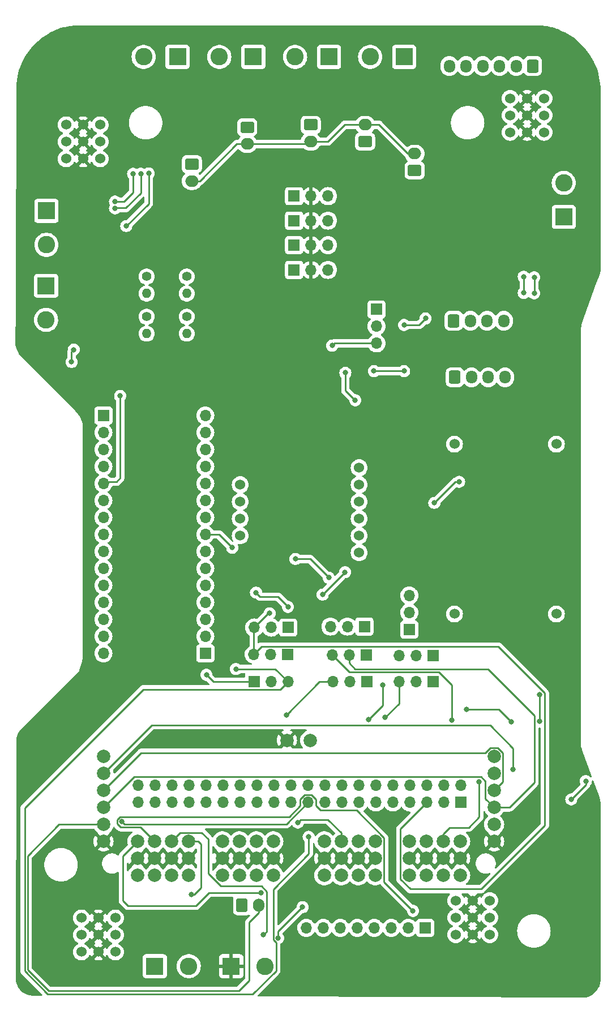
<source format=gbr>
%TF.GenerationSoftware,KiCad,Pcbnew,7.0.7*%
%TF.CreationDate,2023-09-26T10:41:06-05:00*%
%TF.ProjectId,DingoPCB,44696e67-6f50-4434-922e-6b696361645f,rev?*%
%TF.SameCoordinates,Original*%
%TF.FileFunction,Copper,L2,Inr*%
%TF.FilePolarity,Positive*%
%FSLAX46Y46*%
G04 Gerber Fmt 4.6, Leading zero omitted, Abs format (unit mm)*
G04 Created by KiCad (PCBNEW 7.0.7) date 2023-09-26 10:41:06*
%MOMM*%
%LPD*%
G01*
G04 APERTURE LIST*
G04 Aperture macros list*
%AMRoundRect*
0 Rectangle with rounded corners*
0 $1 Rounding radius*
0 $2 $3 $4 $5 $6 $7 $8 $9 X,Y pos of 4 corners*
0 Add a 4 corners polygon primitive as box body*
4,1,4,$2,$3,$4,$5,$6,$7,$8,$9,$2,$3,0*
0 Add four circle primitives for the rounded corners*
1,1,$1+$1,$2,$3*
1,1,$1+$1,$4,$5*
1,1,$1+$1,$6,$7*
1,1,$1+$1,$8,$9*
0 Add four rect primitives between the rounded corners*
20,1,$1+$1,$2,$3,$4,$5,0*
20,1,$1+$1,$4,$5,$6,$7,0*
20,1,$1+$1,$6,$7,$8,$9,0*
20,1,$1+$1,$8,$9,$2,$3,0*%
G04 Aperture macros list end*
%TA.AperFunction,ComponentPad*%
%ADD10R,1.700000X1.700000*%
%TD*%
%TA.AperFunction,ComponentPad*%
%ADD11O,1.700000X1.700000*%
%TD*%
%TA.AperFunction,ComponentPad*%
%ADD12R,2.600000X2.600000*%
%TD*%
%TA.AperFunction,ComponentPad*%
%ADD13C,2.600000*%
%TD*%
%TA.AperFunction,ComponentPad*%
%ADD14RoundRect,0.250000X-0.750000X0.600000X-0.750000X-0.600000X0.750000X-0.600000X0.750000X0.600000X0*%
%TD*%
%TA.AperFunction,ComponentPad*%
%ADD15O,2.000000X1.700000*%
%TD*%
%TA.AperFunction,ComponentPad*%
%ADD16C,1.524000*%
%TD*%
%TA.AperFunction,ComponentPad*%
%ADD17RoundRect,0.250000X-0.600000X-0.725000X0.600000X-0.725000X0.600000X0.725000X-0.600000X0.725000X0*%
%TD*%
%TA.AperFunction,ComponentPad*%
%ADD18O,1.700000X1.950000*%
%TD*%
%TA.AperFunction,ComponentPad*%
%ADD19C,1.400000*%
%TD*%
%TA.AperFunction,ComponentPad*%
%ADD20O,1.400000X1.400000*%
%TD*%
%TA.AperFunction,ComponentPad*%
%ADD21RoundRect,0.250000X-0.600000X-0.750000X0.600000X-0.750000X0.600000X0.750000X-0.600000X0.750000X0*%
%TD*%
%TA.AperFunction,ComponentPad*%
%ADD22O,1.700000X2.000000*%
%TD*%
%TA.AperFunction,ComponentPad*%
%ADD23RoundRect,0.250000X0.600000X0.725000X-0.600000X0.725000X-0.600000X-0.725000X0.600000X-0.725000X0*%
%TD*%
%TA.AperFunction,ComponentPad*%
%ADD24RoundRect,0.250000X0.750000X-0.600000X0.750000X0.600000X-0.750000X0.600000X-0.750000X-0.600000X0*%
%TD*%
%TA.AperFunction,ComponentPad*%
%ADD25C,2.000000*%
%TD*%
%TA.AperFunction,ViaPad*%
%ADD26C,0.800000*%
%TD*%
%TA.AperFunction,Conductor*%
%ADD27C,0.250000*%
%TD*%
G04 APERTURE END LIST*
D10*
%TO.N,NANOLCDBL*%
%TO.C,J20*%
X72390000Y-53913800D03*
D11*
%TO.N,LCDBL*%
X72390000Y-56453800D03*
%TO.N,PILCDBL*%
X72390000Y-58993800D03*
%TD*%
D12*
%TO.N,+15V*%
%TO.C,J8*%
X39217600Y-152146000D03*
D13*
%TO.N,+VDC*%
X44297600Y-152146000D03*
%TD*%
D14*
%TO.N,GND*%
%TO.C,J7*%
X44754800Y-32207200D03*
D15*
%TO.N,+5V*%
X44754800Y-34707200D03*
%TD*%
D16*
%TO.N,BRLOWER*%
%TO.C,U3*%
X84226400Y-142341600D03*
%TO.N,BRUPPER*%
X84226400Y-144881600D03*
%TO.N,BRHIP*%
X84226400Y-147421600D03*
%TO.N,+VSW*%
X86766400Y-142341600D03*
X86766400Y-144881600D03*
X86766400Y-147421600D03*
%TO.N,GND*%
X89306400Y-142341600D03*
X89306400Y-144881600D03*
X89306400Y-147421600D03*
%TD*%
D17*
%TO.N,PISCL*%
%TO.C,J58*%
X83921600Y-55626000D03*
D18*
%TO.N,PISDA*%
X86421600Y-55626000D03*
%TO.N,+5V*%
X88921600Y-55626000D03*
%TO.N,GND*%
X91421600Y-55626000D03*
%TD*%
D10*
%TO.N,GND*%
%TO.C,J51*%
X60045600Y-44297600D03*
D11*
%TO.N,+VSW*%
X62585600Y-44297600D03*
%TO.N,AUXSERV3*%
X65125600Y-44297600D03*
%TD*%
D17*
%TO.N,NANOSCL*%
%TO.C,J59*%
X84092400Y-64058800D03*
D18*
%TO.N,NANOSDA*%
X86592400Y-64058800D03*
%TO.N,+5V*%
X89092400Y-64058800D03*
%TO.N,GND*%
X91592400Y-64058800D03*
%TD*%
D19*
%TO.N,NANOA0*%
%TO.C,R2*%
X38000000Y-55000000D03*
D20*
%TO.N,GND*%
X38000000Y-57540000D03*
%TD*%
D14*
%TO.N,GND*%
%TO.C,J12*%
X53035200Y-26670000D03*
D15*
%TO.N,+5V*%
X53035200Y-29170000D03*
%TD*%
D10*
%TO.N,NANOSCL*%
%TO.C,J53*%
X59080400Y-105511600D03*
D11*
%TO.N,PCA9685SCL*%
X56540400Y-105511600D03*
%TO.N,PISCL*%
X54000400Y-105511600D03*
%TD*%
D14*
%TO.N,GND*%
%TO.C,J14*%
X62534800Y-26314400D03*
D15*
%TO.N,+5V*%
X62534800Y-28814400D03*
%TD*%
D16*
%TO.N,FLLOWER*%
%TO.C,U6*%
X31038800Y-31394400D03*
%TO.N,FLUPPER*%
X31038800Y-28854400D03*
%TO.N,FLHIP*%
X31038800Y-26314400D03*
%TO.N,+VSW*%
X28498800Y-31394400D03*
X28498800Y-28854400D03*
X28498800Y-26314400D03*
%TO.N,GND*%
X25958800Y-31394400D03*
X25958800Y-28854400D03*
X25958800Y-26314400D03*
%TD*%
D10*
%TO.N,GND*%
%TO.C,J50*%
X60045600Y-40640000D03*
D11*
%TO.N,+VSW*%
X62585600Y-40640000D03*
%TO.N,AUXSERV2*%
X65125600Y-40640000D03*
%TD*%
D10*
%TO.N,NANOSCLK*%
%TO.C,J55*%
X80807800Y-109626400D03*
D11*
%TO.N,LCDCLK*%
X78267800Y-109626400D03*
%TO.N,PISCLK*%
X75727800Y-109626400D03*
%TD*%
D10*
%TO.N,NANOSCL*%
%TO.C,J17*%
X59182000Y-101498400D03*
D11*
%TO.N,BNO055SCL*%
X56642000Y-101498400D03*
%TO.N,PISCL*%
X54102000Y-101498400D03*
%TD*%
D10*
%TO.N,NANOMOSI*%
%TO.C,J54*%
X54051200Y-109575600D03*
D11*
%TO.N,LCDDIN*%
X56591200Y-109575600D03*
%TO.N,PIMOSI*%
X59131200Y-109575600D03*
%TD*%
D21*
%TO.N,GND*%
%TO.C,J9*%
X52262400Y-143052800D03*
D22*
%TO.N,+5V*%
X54762400Y-143052800D03*
%TD*%
D10*
%TO.N,NANOLCDDS*%
%TO.C,J18*%
X80873600Y-105664000D03*
D11*
%TO.N,LCDDS*%
X78333600Y-105664000D03*
%TO.N,PILCDDS*%
X75793600Y-105664000D03*
%TD*%
D12*
%TO.N,GND*%
%TO.C,J13*%
X76504800Y-16154400D03*
D13*
%TO.N,+15V*%
X71424800Y-16154400D03*
%TD*%
D12*
%TO.N,GND*%
%TO.C,J6*%
X53949600Y-16154400D03*
D13*
%TO.N,+VDC*%
X48869600Y-16154400D03*
%TD*%
D19*
%TO.N,+15V*%
%TO.C,R1*%
X38000000Y-49000000D03*
D20*
%TO.N,NANOA0*%
X38000000Y-51540000D03*
%TD*%
D10*
%TO.N,NANOSDA*%
%TO.C,J16*%
X70561200Y-101346000D03*
D11*
%TO.N,BNO055SDA*%
X68021200Y-101346000D03*
%TO.N,PISDA*%
X65481200Y-101346000D03*
%TD*%
D16*
%TO.N,BLLOWER*%
%TO.C,U7*%
X33324800Y-150012400D03*
%TO.N,BLUPPER*%
X33324800Y-147472400D03*
%TO.N,BLHIP*%
X33324800Y-144932400D03*
%TO.N,+VSW*%
X30784800Y-150012400D03*
X30784800Y-147472400D03*
X30784800Y-144932400D03*
%TO.N,GND*%
X28244800Y-150012400D03*
X28244800Y-147472400D03*
X28244800Y-144932400D03*
%TD*%
D10*
%TO.N,NANOSCK*%
%TO.C,J24*%
X46772800Y-105350400D03*
D11*
%TO.N,NANO3V3OUT*%
X46772800Y-102810400D03*
%TO.N,NANOGPIO46*%
X46772800Y-100270400D03*
%TO.N,NANOA0*%
X46772800Y-97730400D03*
%TO.N,NANOA1*%
X46772800Y-95190400D03*
%TO.N,NANOA2*%
X46772800Y-92650400D03*
%TO.N,NANOA3*%
X46772800Y-90110400D03*
%TO.N,NANOSDA*%
X46772800Y-87570400D03*
%TO.N,NANOSCL*%
X46772800Y-85030400D03*
%TO.N,NANOA6*%
X46772800Y-82490400D03*
%TO.N,NANOA7*%
X46772800Y-79950400D03*
%TO.N,NANOVUSB*%
X46772800Y-77410400D03*
%TO.N,NANOGPIO0*%
X46772800Y-74870400D03*
%TO.N,GND*%
X46772800Y-72330400D03*
%TO.N,+5V*%
X46772800Y-69790400D03*
%TD*%
D12*
%TO.N,GND*%
%TO.C,J5*%
X100380800Y-40081200D03*
D13*
%TO.N,+15V*%
X100380800Y-35001200D03*
%TD*%
D10*
%TO.N,+3.3V*%
%TO.C,J57*%
X79654400Y-146405600D03*
D11*
%TO.N,GND*%
X77114400Y-146405600D03*
%TO.N,LCDDIN*%
X74574400Y-146405600D03*
%TO.N,LCDCLK*%
X72034400Y-146405600D03*
%TO.N,LCDCS*%
X69494400Y-146405600D03*
%TO.N,LCDDS*%
X66954400Y-146405600D03*
%TO.N,LCDRST*%
X64414400Y-146405600D03*
%TO.N,LCDBL*%
X61874400Y-146405600D03*
%TD*%
D12*
%TO.N,GND*%
%TO.C,J4*%
X42621200Y-16154400D03*
D13*
%TO.N,+15V*%
X37541200Y-16154400D03*
%TD*%
D10*
%TO.N,NANOSDA*%
%TO.C,J10*%
X70815200Y-105613200D03*
D11*
%TO.N,PCA9685SDA*%
X68275200Y-105613200D03*
%TO.N,PISDA*%
X65735200Y-105613200D03*
%TD*%
D16*
%TO.N,FRLOWER*%
%TO.C,U5*%
X92354400Y-22352000D03*
%TO.N,FRUPPER*%
X92354400Y-24892000D03*
%TO.N,FRHIP*%
X92354400Y-27432000D03*
%TO.N,+VSW*%
X94894400Y-22352000D03*
X94894400Y-24892000D03*
X94894400Y-27432000D03*
%TO.N,GND*%
X97434400Y-22352000D03*
X97434400Y-24892000D03*
X97434400Y-27432000D03*
%TD*%
D10*
%TO.N,NANOLCDRST*%
%TO.C,J19*%
X77266800Y-101788200D03*
D11*
%TO.N,LCDRST*%
X77266800Y-99248200D03*
%TO.N,PILCDRST*%
X77266800Y-96708200D03*
%TD*%
D19*
%TO.N,+7.5V*%
%TO.C,R3*%
X44000000Y-49000000D03*
D20*
%TO.N,NANOA1*%
X44000000Y-51540000D03*
%TD*%
D23*
%TO.N,+5V*%
%TO.C,J60*%
X95768800Y-17526000D03*
D18*
%TO.N,GND*%
X93268800Y-17526000D03*
%TO.N,NANOSONAR2ECHO*%
X90768800Y-17526000D03*
%TO.N,NANOSONAR2TRIG*%
X88268800Y-17526000D03*
%TO.N,NANOSONAR1ECHO*%
X85768800Y-17526000D03*
%TO.N,NANOSONAR1TRIG*%
X83268800Y-17526000D03*
%TD*%
D12*
%TO.N,GND*%
%TO.C,J3*%
X22961600Y-50393600D03*
D13*
%TO.N,+15V*%
X22961600Y-55473600D03*
%TD*%
D19*
%TO.N,NANOA1*%
%TO.C,R4*%
X44000000Y-55000000D03*
D20*
%TO.N,GND*%
X44000000Y-57540000D03*
%TD*%
D10*
%TO.N,GND*%
%TO.C,J49*%
X60045600Y-36982400D03*
D11*
%TO.N,+VSW*%
X62585600Y-36982400D03*
%TO.N,AUXSERV1*%
X65125600Y-36982400D03*
%TD*%
D12*
%TO.N,GND*%
%TO.C,J11*%
X65278000Y-16154400D03*
D13*
%TO.N,+7.5V*%
X60198000Y-16154400D03*
%TD*%
D24*
%TO.N,GND*%
%TO.C,J15*%
X70662800Y-28814400D03*
D15*
%TO.N,+5V*%
X70662800Y-26314400D03*
%TD*%
D12*
%TO.N,GND*%
%TO.C,J2*%
X23012400Y-39166800D03*
D13*
%TO.N,+15V*%
X23012400Y-44246800D03*
%TD*%
D10*
%TO.N,NANOUART0TX*%
%TO.C,J25*%
X31532800Y-69790400D03*
D11*
%TO.N,NANOUART0RX*%
X31532800Y-72330400D03*
%TO.N,NANORESET*%
X31532800Y-74870400D03*
%TO.N,GND*%
X31532800Y-77410400D03*
%TO.N,NANOSONAR1TRIG*%
X31532800Y-79950400D03*
%TO.N,NANOSONAR1ECHO*%
X31532800Y-82490400D03*
%TO.N,NANOSONAR2TRIG*%
X31532800Y-85030400D03*
%TO.N,NANOSONAR2ECHO*%
X31532800Y-87570400D03*
%TO.N,NANOGPIO9*%
X31532800Y-90110400D03*
%TO.N,NANOGPIO10*%
X31532800Y-92650400D03*
%TO.N,NANOGPIO17*%
X31532800Y-95190400D03*
%TO.N,NANOGPIO18*%
X31532800Y-97730400D03*
%TO.N,NANOGPIO21*%
X31532800Y-100270400D03*
%TO.N,NANOMOSI*%
X31532800Y-102810400D03*
%TO.N,NANOMISO*%
X31532800Y-105350400D03*
%TD*%
D12*
%TO.N,+VSW*%
%TO.C,J48*%
X50647600Y-152146000D03*
D13*
%TO.N,+7.5V*%
X55727600Y-152146000D03*
%TD*%
D10*
%TO.N,GND*%
%TO.C,J52*%
X60045600Y-48006000D03*
D11*
%TO.N,+VSW*%
X62585600Y-48006000D03*
%TO.N,AUXSERV4*%
X65125600Y-48006000D03*
%TD*%
D16*
%TO.N,GND*%
%TO.C,U2*%
X99263200Y-74066400D03*
%TO.N,+15V*%
X84023200Y-74066400D03*
%TO.N,GND*%
X99263200Y-99466400D03*
%TO.N,+5V*%
X84023200Y-99466400D03*
%TD*%
D24*
%TO.N,GND*%
%TO.C,J1*%
X78079600Y-33132400D03*
D15*
%TO.N,+5V*%
X78079600Y-30632400D03*
%TD*%
D25*
%TO.N,+VSW*%
%TO.C,U1*%
X31546800Y-133477000D03*
X36626800Y-136017000D03*
X39166800Y-136017000D03*
X41706800Y-136017000D03*
X44246800Y-136017000D03*
X49326800Y-136017000D03*
X51866800Y-136017000D03*
X54406800Y-136017000D03*
X56946800Y-136017000D03*
X64566800Y-136017000D03*
X67106800Y-136017000D03*
X69646800Y-136017000D03*
X72186800Y-136017000D03*
X77266800Y-136017000D03*
X79806800Y-136017000D03*
X82346800Y-136017000D03*
X84886800Y-136017000D03*
X89966800Y-133477000D03*
%TO.N,+5V*%
X31546800Y-130937000D03*
X89966800Y-130937000D03*
%TO.N,PCA9685SDA*%
X31546800Y-128397000D03*
X89966800Y-128397000D03*
%TO.N,PCA9685SCL*%
X31546800Y-125857000D03*
X89966800Y-125857000D03*
%TO.N,unconnected-(U1-OE-Pad5)*%
X31546800Y-123317000D03*
X89966800Y-123317000D03*
%TO.N,GND*%
X31546800Y-120777000D03*
X36626800Y-138557000D03*
X39166800Y-138557000D03*
X41706800Y-138557000D03*
X44246800Y-138557000D03*
X49326800Y-138557000D03*
X51866800Y-138557000D03*
X54406800Y-138557000D03*
X56946800Y-138557000D03*
X64566800Y-138557000D03*
X67106800Y-138557000D03*
X69646800Y-138557000D03*
X72186800Y-138557000D03*
X77266800Y-138557000D03*
X79806800Y-138557000D03*
X82346800Y-138557000D03*
X84886800Y-138557000D03*
X89966800Y-120777000D03*
%TO.N,BRLOWER*%
X36626800Y-133477000D03*
%TO.N,BRUPPER*%
X39166800Y-133477000D03*
%TO.N,BRHIP*%
X41706800Y-133477000D03*
%TO.N,AUXSERV1*%
X44246800Y-133477000D03*
%TO.N,BLLOWER*%
X49326800Y-133477000D03*
%TO.N,BLUPPER*%
X51866800Y-133477000D03*
%TO.N,BLHIP*%
X54406800Y-133477000D03*
%TO.N,AUXSERV2*%
X56946800Y-133477000D03*
%TO.N,FLLOWER*%
X64566800Y-133477000D03*
%TO.N,FLUPPER*%
X67106800Y-133477000D03*
%TO.N,FLHIP*%
X69646800Y-133477000D03*
%TO.N,AUXSERV3*%
X72186800Y-133477000D03*
%TO.N,FRLOWER*%
X77266800Y-133477000D03*
%TO.N,FRUPPER*%
X79806800Y-133477000D03*
%TO.N,FRHIP*%
X82346800Y-133477000D03*
%TO.N,AUXSERV4*%
X84886800Y-133477000D03*
%TO.N,+VSW*%
X58978800Y-118364000D03*
%TO.N,GND*%
X62433200Y-118364000D03*
%TD*%
D10*
%TO.N,NANOCE0*%
%TO.C,J56*%
X70967600Y-109626400D03*
D11*
%TO.N,LCDCS*%
X68427600Y-109626400D03*
%TO.N,PICE0*%
X65887600Y-109626400D03*
%TD*%
D16*
%TO.N,+5V*%
%TO.C,U4*%
X69776000Y-90289400D03*
%TO.N,unconnected-(U4-+3.3V-Pad2)*%
X69776000Y-87749400D03*
%TO.N,GND*%
X69776000Y-85209400D03*
%TO.N,BNO055SDA*%
X69776000Y-82669400D03*
%TO.N,BNO055SCL*%
X69776000Y-80129400D03*
%TO.N,unconnected-(U4-RST-Pad6)*%
X69776000Y-77589400D03*
%TO.N,unconnected-(U4-PS0-Pad7)*%
X51996000Y-87749400D03*
%TO.N,unconnected-(U4-PS1-Pad8)*%
X51996000Y-85209400D03*
%TO.N,unconnected-(U4-INT-Pad9)*%
X51996000Y-82669400D03*
%TO.N,unconnected-(U4-ADR-Pad10)*%
X51996000Y-80129400D03*
%TD*%
D10*
%TO.N,+3.3V*%
%TO.C,J21*%
X84988400Y-127660400D03*
D11*
%TO.N,+5V*%
X84988400Y-125120400D03*
%TO.N,PISDA*%
X82448400Y-127660400D03*
%TO.N,+5V*%
X82448400Y-125120400D03*
%TO.N,PISCL*%
X79908400Y-127660400D03*
%TO.N,GND*%
X79908400Y-125120400D03*
%TO.N,PIGPIO4*%
X77368400Y-127660400D03*
%TO.N,PIUART_TX*%
X77368400Y-125120400D03*
%TO.N,GND*%
X74828400Y-127660400D03*
%TO.N,PIUART_RX*%
X74828400Y-125120400D03*
%TO.N,PIGPIO17*%
X72288400Y-127660400D03*
%TO.N,PILCDBL*%
X72288400Y-125120400D03*
%TO.N,PILCDRST*%
X69748400Y-127660400D03*
%TO.N,GND*%
X69748400Y-125120400D03*
%TO.N,PIGPIO22*%
X67208400Y-127660400D03*
%TO.N,PIGPIO23*%
X67208400Y-125120400D03*
%TO.N,PI3.3V_PWR*%
X64668400Y-127660400D03*
%TO.N,PIGPIO24*%
X64668400Y-125120400D03*
%TO.N,PIMOSI*%
X62128400Y-127660400D03*
%TO.N,GND*%
X62128400Y-125120400D03*
%TO.N,PIMISO*%
X59588400Y-127660400D03*
%TO.N,PILCDDS*%
X59588400Y-125120400D03*
%TO.N,PISCLK*%
X57048400Y-127660400D03*
%TO.N,PICE0*%
X57048400Y-125120400D03*
%TO.N,GND*%
X54508400Y-127660400D03*
%TO.N,PISPI0_CS1*%
X54508400Y-125120400D03*
%TO.N,PIGPIO0*%
X51968400Y-127660400D03*
%TO.N,PIGPIO1*%
X51968400Y-125120400D03*
%TO.N,PIGPIO5*%
X49428400Y-127660400D03*
%TO.N,GND*%
X49428400Y-125120400D03*
%TO.N,PIGPIO6*%
X46888400Y-127660400D03*
%TO.N,PIGPIO12*%
X46888400Y-125120400D03*
%TO.N,PIGPIO13*%
X44348400Y-127660400D03*
%TO.N,GND*%
X44348400Y-125120400D03*
%TO.N,PISPI1_MISO*%
X41808400Y-127660400D03*
%TO.N,PISPI1_CS0*%
X41808400Y-125120400D03*
%TO.N,PIGPIO26*%
X39268400Y-127660400D03*
%TO.N,PISPI1_MOSI*%
X39268400Y-125120400D03*
%TO.N,GND*%
X36728400Y-127660400D03*
%TO.N,PISPI1_SCLK*%
X36728400Y-125120400D03*
%TD*%
D26*
%TO.N,BRLOWER*%
X55118000Y-141173200D03*
%TO.N,NANOSDA*%
X84734400Y-79705200D03*
X50800000Y-89560400D03*
X60248800Y-91236800D03*
X65227200Y-94030800D03*
X81026000Y-82854800D03*
%TO.N,NANOSCL*%
X76504800Y-63144400D03*
X71983600Y-63144400D03*
X59131200Y-98399600D03*
X54356000Y-96266000D03*
%TO.N,PILCDRST*%
X73304400Y-110083600D03*
X71221600Y-115265200D03*
%TO.N,LCDBL*%
X79705200Y-55270400D03*
X76504800Y-56235600D03*
%TO.N,PILCDBL*%
X65735200Y-59334400D03*
%TO.N,BRUPPER*%
X77825600Y-143865600D03*
%TO.N,PIMOSI*%
X62230000Y-132791200D03*
X34315563Y-130525700D03*
X51358800Y-107696000D03*
%TO.N,PISCLK*%
X73660000Y-114960400D03*
%TO.N,PICE0*%
X58928000Y-114554000D03*
%TO.N,BRHIP*%
X55473600Y-147472400D03*
%TO.N,AUXSERV1*%
X44653200Y-141427200D03*
%TO.N,FLLOWER*%
X57658000Y-147929600D03*
X61315600Y-143306800D03*
%TO.N,FLUPPER*%
X60604400Y-130657600D03*
%TO.N,FRLOWER*%
X103682800Y-124460000D03*
X101498400Y-127203200D03*
%TO.N,FRUPPER*%
X95961200Y-51511200D03*
X95961200Y-49123600D03*
%TO.N,FRHIP*%
X94386400Y-51460400D03*
X94386400Y-49022000D03*
X87731600Y-124561600D03*
%TO.N,AUXSERV4*%
X69189600Y-67513200D03*
X96723200Y-111506000D03*
X67716400Y-63398400D03*
X96723200Y-115519200D03*
%TO.N,PISDA*%
X83616800Y-115379500D03*
%TO.N,PISCL*%
X56388000Y-99364800D03*
%TO.N,PCA9685SCL*%
X85801200Y-113703700D03*
X92557600Y-115570000D03*
%TO.N,BNO055SCL*%
X67665600Y-93218000D03*
X64312800Y-96570800D03*
%TO.N,NANOSONAR1TRIG*%
X34042628Y-66850830D03*
X34950400Y-41452800D03*
X38303200Y-33578800D03*
%TO.N,NANOSONAR1ECHO*%
X27090429Y-59929971D03*
X26771600Y-61772800D03*
%TO.N,NANOSONAR2TRIG*%
X37134800Y-33629600D03*
X33274000Y-38794703D03*
%TO.N,NANOSONAR2ECHO*%
X33274000Y-37795200D03*
X35966400Y-33629600D03*
%TO.N,NANOMOSI*%
X46939200Y-108559600D03*
%TO.N,unconnected-(U1-OE-Pad5)*%
X92811600Y-122732800D03*
%TD*%
D27*
%TO.N,BRLOWER*%
X47294800Y-141173200D02*
X45364400Y-143103600D01*
X55118000Y-141173200D02*
X47294800Y-141173200D01*
X35204400Y-143103600D02*
X34441800Y-142341000D01*
X45364400Y-143103600D02*
X35204400Y-143103600D01*
X34441800Y-135662000D02*
X36626800Y-133477000D01*
X34441800Y-142341000D02*
X34441800Y-135662000D01*
%TO.N,NANOSDA*%
X84734400Y-79705200D02*
X84175600Y-79705200D01*
X84175600Y-79705200D02*
X81026000Y-82854800D01*
X60248800Y-91236800D02*
X62433200Y-91236800D01*
X62433200Y-91236800D02*
X65227200Y-94030800D01*
X48810000Y-87570400D02*
X50800000Y-89560400D01*
X46772800Y-87570400D02*
X48810000Y-87570400D01*
%TO.N,NANOSCL*%
X54356000Y-96266000D02*
X54965600Y-96875600D01*
X55372000Y-96875600D02*
X57607200Y-96875600D01*
X54965600Y-96875600D02*
X55372000Y-96875600D01*
X57607200Y-96875600D02*
X59131200Y-98399600D01*
X71983600Y-63144400D02*
X76504800Y-63144400D01*
%TO.N,PILCDRST*%
X73304400Y-113182400D02*
X73304400Y-110083600D01*
X71221600Y-115265200D02*
X73304400Y-113182400D01*
%TO.N,LCDBL*%
X78740000Y-56235600D02*
X76504800Y-56235600D01*
X79705200Y-55270400D02*
X78740000Y-56235600D01*
%TO.N,PILCDBL*%
X66075800Y-58993800D02*
X65735200Y-59334400D01*
X72390000Y-58993800D02*
X66075800Y-58993800D01*
%TO.N,BRUPPER*%
X61641699Y-126485400D02*
X60953400Y-127173699D01*
X63991699Y-128835400D02*
X63303400Y-128147101D01*
X33590563Y-130225395D02*
X33590563Y-130826005D01*
X73511800Y-132928167D02*
X69419033Y-128835400D01*
X63303400Y-127173699D02*
X62615101Y-126485400D01*
X69419033Y-128835400D02*
X63991699Y-128835400D01*
X59299801Y-129800700D02*
X34015258Y-129800700D01*
X34015258Y-129800700D02*
X33590563Y-130225395D01*
X37051400Y-131361600D02*
X39166800Y-133477000D01*
X73511800Y-139551800D02*
X73511800Y-132928167D01*
X62615101Y-126485400D02*
X61641699Y-126485400D01*
X60953400Y-127173699D02*
X60953400Y-128147101D01*
X33590563Y-130826005D02*
X34126158Y-131361600D01*
X34126158Y-131361600D02*
X37051400Y-131361600D01*
X63303400Y-128147101D02*
X63303400Y-127173699D01*
X60953400Y-128147101D02*
X59299801Y-129800700D01*
X77825600Y-143865600D02*
X73511800Y-139551800D01*
%TO.N,PIMOSI*%
X57956200Y-110750600D02*
X37471703Y-110750600D01*
X51358800Y-107696000D02*
X57251600Y-107696000D01*
X56933000Y-140628200D02*
X62230000Y-135331200D01*
X19768400Y-152891196D02*
X23181604Y-156304400D01*
X19768400Y-128453903D02*
X19768400Y-152891196D01*
X56933000Y-148229905D02*
X56933000Y-140628200D01*
X37471703Y-110750600D02*
X19768400Y-128453903D01*
X62230000Y-135331200D02*
X62230000Y-132791200D01*
X23181604Y-156304400D02*
X53867298Y-156304400D01*
X59131200Y-109575600D02*
X57956200Y-110750600D01*
X58877200Y-130911600D02*
X62128400Y-127660400D01*
X53867298Y-156304400D02*
X57352600Y-152819098D01*
X34701463Y-130911600D02*
X58877200Y-130911600D01*
X57352600Y-148649505D02*
X56933000Y-148229905D01*
X57251600Y-107696000D02*
X59131200Y-109575600D01*
X34315563Y-130525700D02*
X34701463Y-130911600D01*
X57352600Y-152819098D02*
X57352600Y-148649505D01*
%TO.N,PISCLK*%
X75727800Y-109626400D02*
X75727800Y-112892600D01*
X75727800Y-112892600D02*
X73660000Y-114960400D01*
%TO.N,PICE0*%
X65887600Y-109626400D02*
X63855600Y-109626400D01*
X63855600Y-109626400D02*
X58928000Y-114554000D01*
%TO.N,BRHIP*%
X41706800Y-133477000D02*
X43031800Y-132152000D01*
X46249200Y-132152000D02*
X47193200Y-133096000D01*
X49074167Y-140178200D02*
X55148305Y-140178200D01*
X47193200Y-138297233D02*
X49074167Y-140178200D01*
X55937400Y-147008600D02*
X55473600Y-147472400D01*
X47193200Y-133096000D02*
X47193200Y-138297233D01*
X55937400Y-140967295D02*
X55937400Y-147008600D01*
X55148305Y-140178200D02*
X55937400Y-140967295D01*
X43031800Y-132152000D02*
X46249200Y-132152000D01*
%TO.N,AUXSERV1*%
X45694600Y-133477000D02*
X46126400Y-133908800D01*
X46126400Y-140411200D02*
X45720000Y-140817600D01*
X44246800Y-133477000D02*
X45694600Y-133477000D01*
X45110400Y-141427200D02*
X44653200Y-141427200D01*
X45720000Y-140817600D02*
X45110400Y-141427200D01*
X46126400Y-133908800D02*
X46126400Y-140411200D01*
%TO.N,FLLOWER*%
X57658000Y-146964400D02*
X61315600Y-143306800D01*
X57658000Y-147929600D02*
X57658000Y-146964400D01*
%TO.N,FLUPPER*%
X67106800Y-132232400D02*
X67106800Y-133477000D01*
X65125600Y-130251200D02*
X67106800Y-132232400D01*
X61010800Y-130251200D02*
X65125600Y-130251200D01*
X60604400Y-130657600D02*
X61010800Y-130251200D01*
%TO.N,FRLOWER*%
X103682800Y-124460000D02*
X103682800Y-125018800D01*
X103682800Y-125018800D02*
X101498400Y-127203200D01*
%TO.N,FRUPPER*%
X95961200Y-49834800D02*
X95961200Y-49123600D01*
X95961200Y-51511200D02*
X95961200Y-49834800D01*
%TO.N,FRHIP*%
X83312000Y-131419600D02*
X82346800Y-132384800D01*
X87731600Y-129844800D02*
X86156800Y-131419600D01*
X94386400Y-49022000D02*
X94386400Y-51460400D01*
X86156800Y-131419600D02*
X83312000Y-131419600D01*
X87731600Y-124561600D02*
X87731600Y-129844800D01*
X82346800Y-132384800D02*
X82346800Y-133477000D01*
%TO.N,AUXSERV4*%
X96723200Y-115519200D02*
X96723200Y-111506000D01*
X67716400Y-63398400D02*
X67716400Y-66040000D01*
X67716400Y-66040000D02*
X69189600Y-67513200D01*
%TO.N,+5V*%
X45963200Y-34707200D02*
X51500400Y-29170000D01*
X51765200Y-155854400D02*
X53340000Y-154279600D01*
X77063600Y-30632400D02*
X78079600Y-30632400D01*
X53340000Y-145592800D02*
X54762400Y-144170400D01*
X54762400Y-144170400D02*
X54762400Y-143052800D01*
X62534800Y-28814400D02*
X65114800Y-28814400D01*
X62179200Y-29170000D02*
X62534800Y-28814400D01*
X72745600Y-26314400D02*
X77063600Y-30632400D01*
X20218400Y-152704800D02*
X23368000Y-155854400D01*
X51500400Y-29170000D02*
X53035200Y-29170000D01*
X65114800Y-28814400D02*
X67614800Y-26314400D01*
X53340000Y-154279600D02*
X53340000Y-145592800D01*
X20218400Y-135636000D02*
X20218400Y-152704800D01*
X23368000Y-155854400D02*
X51765200Y-155854400D01*
X70662800Y-26314400D02*
X72745600Y-26314400D01*
X31546800Y-130937000D02*
X24917400Y-130937000D01*
X24917400Y-130937000D02*
X20218400Y-135636000D01*
X53035200Y-29170000D02*
X62179200Y-29170000D01*
X44754800Y-34707200D02*
X45963200Y-34707200D01*
X67614800Y-26314400D02*
X70662800Y-26314400D01*
%TO.N,PISDA*%
X68268000Y-108146000D02*
X65735200Y-105613200D01*
X83616800Y-110085400D02*
X81677400Y-108146000D01*
X83616800Y-115379500D02*
X83616800Y-110085400D01*
X81677400Y-108146000D02*
X68268000Y-108146000D01*
%TO.N,PISCL*%
X75941800Y-131627000D02*
X79908400Y-127660400D01*
X56235600Y-99364800D02*
X54102000Y-101498400D01*
X75941800Y-139105833D02*
X75941800Y-131627000D01*
X90579105Y-104336600D02*
X97536000Y-111293495D01*
X97536000Y-131114800D02*
X88036400Y-140614400D01*
X97536000Y-111293495D02*
X97536000Y-131114800D01*
X55175400Y-104336600D02*
X90579105Y-104336600D01*
X54000400Y-105511600D02*
X55175400Y-104336600D01*
X56388000Y-99364800D02*
X56235600Y-99364800D01*
X54000400Y-105511600D02*
X54000400Y-101600000D01*
X54000400Y-101600000D02*
X54102000Y-101498400D01*
X77450367Y-140614400D02*
X75941800Y-139105833D01*
X88036400Y-140614400D02*
X77450367Y-140614400D01*
%TO.N,PCA9685SDA*%
X68275200Y-106832400D02*
X69138800Y-107696000D01*
X95998200Y-124677000D02*
X92278200Y-128397000D01*
X88031905Y-123836600D02*
X88641800Y-124446495D01*
X68275200Y-105613200D02*
X68275200Y-106832400D01*
X95998200Y-114641800D02*
X95998200Y-124677000D01*
X92278200Y-128397000D02*
X89966800Y-128397000D01*
X31546800Y-128397000D02*
X36107200Y-123836600D01*
X69138800Y-107696000D02*
X89052400Y-107696000D01*
X88641800Y-124446495D02*
X88641800Y-127072000D01*
X89052400Y-107696000D02*
X95998200Y-114641800D01*
X88641800Y-127072000D02*
X89966800Y-128397000D01*
X36107200Y-123836600D02*
X88031905Y-123836600D01*
%TO.N,PCA9685SCL*%
X91291800Y-120228167D02*
X91291800Y-124532000D01*
X85801200Y-113703700D02*
X90691300Y-113703700D01*
X89417967Y-119452000D02*
X90515633Y-119452000D01*
X90515633Y-119452000D02*
X91291800Y-120228167D01*
X91291800Y-124532000D02*
X89966800Y-125857000D01*
X37175633Y-120228167D02*
X88641800Y-120228167D01*
X88641800Y-120228167D02*
X89417967Y-119452000D01*
X31546800Y-125857000D02*
X37175633Y-120228167D01*
X90691300Y-113703700D02*
X92557600Y-115570000D01*
%TO.N,BNO055SCL*%
X64312800Y-96570800D02*
X67665600Y-93218000D01*
%TO.N,NANOSONAR1TRIG*%
X31778000Y-79705200D02*
X33477200Y-79705200D01*
X38303200Y-33578800D02*
X38303200Y-38100000D01*
X34042628Y-79139772D02*
X34042628Y-66850830D01*
X33477200Y-79705200D02*
X34042628Y-79139772D01*
X38303200Y-38100000D02*
X34950400Y-41452800D01*
X31532800Y-79950400D02*
X31778000Y-79705200D01*
%TO.N,NANOSONAR1ECHO*%
X26771600Y-60248800D02*
X27090429Y-59929971D01*
X26771600Y-61772800D02*
X26771600Y-60248800D01*
%TO.N,NANOSONAR2TRIG*%
X37134800Y-36525200D02*
X34899600Y-38760400D01*
X37134800Y-33629600D02*
X37134800Y-36525200D01*
X34899600Y-38760400D02*
X33308303Y-38760400D01*
X33308303Y-38760400D02*
X33274000Y-38794703D01*
%TO.N,NANOSONAR2ECHO*%
X34594800Y-37795200D02*
X35052000Y-37338000D01*
X33274000Y-37795200D02*
X34594800Y-37795200D01*
X35052000Y-37338000D02*
X35966400Y-36423600D01*
X35966400Y-36423600D02*
X35966400Y-33629600D01*
%TO.N,NANOMOSI*%
X54051200Y-109575600D02*
X47955200Y-109575600D01*
X47955200Y-109575600D02*
X46939200Y-108559600D01*
%TO.N,unconnected-(U1-OE-Pad5)*%
X92811600Y-119545703D02*
X92811600Y-122732800D01*
X89369897Y-116104000D02*
X92811600Y-119545703D01*
X31546800Y-123317000D02*
X38759800Y-116104000D01*
X38759800Y-116104000D02*
X89369897Y-116104000D01*
%TD*%
%TA.AperFunction,Conductor*%
%TO.N,+VSW*%
G36*
X28106864Y-28995294D02*
G01*
X28162798Y-29037165D01*
X28167339Y-29043654D01*
X28214613Y-29116012D01*
X28314957Y-29194113D01*
X28314960Y-29194114D01*
X28315311Y-29194387D01*
X28356124Y-29251097D01*
X28359799Y-29320870D01*
X28326830Y-29379922D01*
X27800611Y-29906141D01*
X27865382Y-29951494D01*
X27865388Y-29951498D01*
X27995173Y-30012018D01*
X28047612Y-30058190D01*
X28066764Y-30125384D01*
X28046548Y-30192265D01*
X27995173Y-30236782D01*
X27865386Y-30297303D01*
X27800612Y-30342657D01*
X27800611Y-30342658D01*
X28329523Y-30871570D01*
X28363008Y-30932893D01*
X28358024Y-31002585D01*
X28316152Y-31058518D01*
X28300859Y-31068306D01*
X28261549Y-31089579D01*
X28261548Y-31089579D01*
X28175426Y-31183133D01*
X28175426Y-31183134D01*
X28174711Y-31184765D01*
X28173140Y-31186633D01*
X28169808Y-31191734D01*
X28169191Y-31191331D01*
X28129752Y-31238249D01*
X28063015Y-31258935D01*
X27995688Y-31240257D01*
X27973477Y-31222630D01*
X27447058Y-30696211D01*
X27447057Y-30696212D01*
X27401703Y-30760986D01*
X27341458Y-30890181D01*
X27295285Y-30942620D01*
X27228092Y-30961772D01*
X27161211Y-30941556D01*
X27116694Y-30890181D01*
X27056452Y-30760993D01*
X27056334Y-30760739D01*
X26929626Y-30579780D01*
X26773420Y-30423574D01*
X26773416Y-30423571D01*
X26773415Y-30423570D01*
X26592466Y-30296868D01*
X26592458Y-30296864D01*
X26463611Y-30236782D01*
X26411171Y-30190610D01*
X26392019Y-30123417D01*
X26412235Y-30056535D01*
X26463611Y-30012018D01*
X26474136Y-30007110D01*
X26592462Y-29951934D01*
X26773420Y-29825226D01*
X26929626Y-29669020D01*
X27056334Y-29488062D01*
X27116694Y-29358618D01*
X27162866Y-29306179D01*
X27230059Y-29287027D01*
X27296941Y-29307243D01*
X27341458Y-29358619D01*
X27401699Y-29487807D01*
X27401700Y-29487809D01*
X27447058Y-29552587D01*
X27975850Y-29023795D01*
X28037173Y-28990310D01*
X28106864Y-28995294D01*
G37*
%TD.AperFunction*%
%TA.AperFunction,Conductor*%
G36*
X29001899Y-29008535D02*
G01*
X29024122Y-29026169D01*
X29550540Y-29552587D01*
X29550542Y-29552586D01*
X29595893Y-29487820D01*
X29595900Y-29487808D01*
X29656142Y-29358619D01*
X29702314Y-29306179D01*
X29769507Y-29287027D01*
X29836388Y-29307242D01*
X29880906Y-29358619D01*
X29941264Y-29488058D01*
X29941268Y-29488066D01*
X30067970Y-29669015D01*
X30067975Y-29669021D01*
X30224178Y-29825224D01*
X30224184Y-29825229D01*
X30405133Y-29951931D01*
X30405135Y-29951932D01*
X30405138Y-29951934D01*
X30436429Y-29966525D01*
X30533989Y-30012018D01*
X30586428Y-30058190D01*
X30605580Y-30125384D01*
X30585364Y-30192265D01*
X30533989Y-30236782D01*
X30405140Y-30296865D01*
X30405138Y-30296866D01*
X30224177Y-30423575D01*
X30067975Y-30579777D01*
X29941267Y-30760737D01*
X29941266Y-30760739D01*
X29941148Y-30760993D01*
X29880905Y-30890182D01*
X29834732Y-30942621D01*
X29767538Y-30961772D01*
X29700657Y-30941556D01*
X29656141Y-30890180D01*
X29595900Y-30760993D01*
X29595899Y-30760991D01*
X29550540Y-30696211D01*
X29021749Y-31225002D01*
X28960426Y-31258487D01*
X28890734Y-31253503D01*
X28834801Y-31211631D01*
X28830260Y-31205143D01*
X28782989Y-31132791D01*
X28782987Y-31132788D01*
X28761749Y-31116258D01*
X28682643Y-31054687D01*
X28682640Y-31054685D01*
X28682288Y-31054412D01*
X28641475Y-30997701D01*
X28637800Y-30927929D01*
X28670769Y-30868877D01*
X29196987Y-30342658D01*
X29132209Y-30297300D01*
X29132207Y-30297299D01*
X29002427Y-30236782D01*
X28949987Y-30190610D01*
X28930835Y-30123417D01*
X28951051Y-30056535D01*
X29002427Y-30012018D01*
X29132208Y-29951500D01*
X29132220Y-29951493D01*
X29196986Y-29906142D01*
X29196987Y-29906140D01*
X28668076Y-29377229D01*
X28634591Y-29315906D01*
X28639575Y-29246214D01*
X28681447Y-29190281D01*
X28696733Y-29180497D01*
X28736051Y-29159220D01*
X28822171Y-29065669D01*
X28822883Y-29064043D01*
X28824452Y-29062177D01*
X28827792Y-29057066D01*
X28828409Y-29057469D01*
X28867836Y-29010558D01*
X28934570Y-28989864D01*
X29001899Y-29008535D01*
G37*
%TD.AperFunction*%
%TA.AperFunction,Conductor*%
G36*
X28106864Y-26455294D02*
G01*
X28162798Y-26497165D01*
X28167339Y-26503654D01*
X28214613Y-26576012D01*
X28314957Y-26654113D01*
X28314960Y-26654114D01*
X28315311Y-26654387D01*
X28356124Y-26711097D01*
X28359799Y-26780870D01*
X28326830Y-26839922D01*
X27800611Y-27366141D01*
X27865382Y-27411494D01*
X27865388Y-27411498D01*
X27995173Y-27472018D01*
X28047612Y-27518190D01*
X28066764Y-27585384D01*
X28046548Y-27652265D01*
X27995173Y-27696782D01*
X27865386Y-27757303D01*
X27800612Y-27802657D01*
X27800611Y-27802658D01*
X28329523Y-28331570D01*
X28363008Y-28392893D01*
X28358024Y-28462585D01*
X28316152Y-28518518D01*
X28300859Y-28528306D01*
X28261549Y-28549579D01*
X28261548Y-28549579D01*
X28175426Y-28643133D01*
X28175426Y-28643134D01*
X28174711Y-28644765D01*
X28173140Y-28646633D01*
X28169808Y-28651734D01*
X28169191Y-28651331D01*
X28129752Y-28698249D01*
X28063015Y-28718935D01*
X27995688Y-28700257D01*
X27973477Y-28682630D01*
X27447058Y-28156211D01*
X27447057Y-28156212D01*
X27401703Y-28220986D01*
X27341458Y-28350181D01*
X27295285Y-28402620D01*
X27228092Y-28421772D01*
X27161211Y-28401556D01*
X27116694Y-28350181D01*
X27077903Y-28266994D01*
X27056334Y-28220739D01*
X26957150Y-28079088D01*
X26929627Y-28039781D01*
X26854296Y-27964450D01*
X26773420Y-27883574D01*
X26773416Y-27883571D01*
X26773415Y-27883570D01*
X26592466Y-27756868D01*
X26592458Y-27756864D01*
X26463611Y-27696782D01*
X26411171Y-27650610D01*
X26392019Y-27583417D01*
X26412235Y-27516535D01*
X26463611Y-27472018D01*
X26481024Y-27463898D01*
X26592462Y-27411934D01*
X26773420Y-27285226D01*
X26929626Y-27129020D01*
X27056334Y-26948062D01*
X27116694Y-26818618D01*
X27162866Y-26766179D01*
X27230059Y-26747027D01*
X27296941Y-26767243D01*
X27341458Y-26818619D01*
X27401699Y-26947807D01*
X27401700Y-26947809D01*
X27447058Y-27012587D01*
X27975850Y-26483795D01*
X28037173Y-26450310D01*
X28106864Y-26455294D01*
G37*
%TD.AperFunction*%
%TA.AperFunction,Conductor*%
G36*
X29001899Y-26468535D02*
G01*
X29024122Y-26486169D01*
X29550540Y-27012587D01*
X29550542Y-27012586D01*
X29595893Y-26947820D01*
X29595900Y-26947808D01*
X29656142Y-26818619D01*
X29702314Y-26766179D01*
X29769507Y-26747027D01*
X29836388Y-26767242D01*
X29880906Y-26818619D01*
X29941264Y-26948058D01*
X29941268Y-26948066D01*
X30067970Y-27129015D01*
X30067975Y-27129021D01*
X30224178Y-27285224D01*
X30224184Y-27285229D01*
X30405133Y-27411931D01*
X30405135Y-27411932D01*
X30405138Y-27411934D01*
X30516576Y-27463898D01*
X30533989Y-27472018D01*
X30586428Y-27518190D01*
X30605580Y-27585384D01*
X30585364Y-27652265D01*
X30533989Y-27696782D01*
X30405140Y-27756865D01*
X30405138Y-27756866D01*
X30224177Y-27883575D01*
X30067975Y-28039777D01*
X29950719Y-28207238D01*
X29941266Y-28220739D01*
X29941148Y-28220993D01*
X29880905Y-28350182D01*
X29834732Y-28402621D01*
X29767538Y-28421772D01*
X29700657Y-28401556D01*
X29656141Y-28350180D01*
X29595900Y-28220993D01*
X29595899Y-28220991D01*
X29550540Y-28156211D01*
X29021749Y-28685002D01*
X28960426Y-28718487D01*
X28890734Y-28713503D01*
X28834801Y-28671631D01*
X28830260Y-28665143D01*
X28782989Y-28592791D01*
X28782987Y-28592788D01*
X28764483Y-28578386D01*
X28682643Y-28514687D01*
X28682640Y-28514685D01*
X28682288Y-28514412D01*
X28641475Y-28457701D01*
X28637800Y-28387929D01*
X28670769Y-28328877D01*
X29196987Y-27802658D01*
X29132209Y-27757300D01*
X29132207Y-27757299D01*
X29002427Y-27696782D01*
X28949987Y-27650610D01*
X28930835Y-27583417D01*
X28951051Y-27516535D01*
X29002427Y-27472018D01*
X29132208Y-27411500D01*
X29132220Y-27411493D01*
X29196986Y-27366142D01*
X29196987Y-27366140D01*
X28668076Y-26837229D01*
X28634591Y-26775906D01*
X28639575Y-26706214D01*
X28681447Y-26650281D01*
X28696733Y-26640497D01*
X28736051Y-26619220D01*
X28822171Y-26525669D01*
X28822883Y-26524043D01*
X28824452Y-26522177D01*
X28827792Y-26517066D01*
X28828409Y-26517469D01*
X28867836Y-26470558D01*
X28934570Y-26449864D01*
X29001899Y-26468535D01*
G37*
%TD.AperFunction*%
%TA.AperFunction,Conductor*%
G36*
X94502464Y-25032894D02*
G01*
X94558398Y-25074765D01*
X94562939Y-25081254D01*
X94610213Y-25153612D01*
X94710557Y-25231713D01*
X94710560Y-25231714D01*
X94710911Y-25231987D01*
X94751724Y-25288697D01*
X94755399Y-25358470D01*
X94722430Y-25417522D01*
X94196211Y-25943741D01*
X94260982Y-25989094D01*
X94260988Y-25989098D01*
X94390773Y-26049618D01*
X94443212Y-26095790D01*
X94462364Y-26162984D01*
X94442148Y-26229865D01*
X94390773Y-26274382D01*
X94260986Y-26334903D01*
X94196212Y-26380257D01*
X94196211Y-26380258D01*
X94725123Y-26909170D01*
X94758608Y-26970493D01*
X94753624Y-27040185D01*
X94711752Y-27096118D01*
X94696459Y-27105906D01*
X94657149Y-27127179D01*
X94657148Y-27127179D01*
X94571026Y-27220733D01*
X94571026Y-27220734D01*
X94570311Y-27222365D01*
X94568740Y-27224233D01*
X94565408Y-27229334D01*
X94564791Y-27228931D01*
X94525352Y-27275849D01*
X94458615Y-27296535D01*
X94391288Y-27277857D01*
X94369077Y-27260230D01*
X93842658Y-26733811D01*
X93842657Y-26733812D01*
X93797303Y-26798586D01*
X93737058Y-26927781D01*
X93690885Y-26980220D01*
X93623692Y-26999372D01*
X93556811Y-26979156D01*
X93512294Y-26927781D01*
X93471324Y-26839922D01*
X93451934Y-26798339D01*
X93368890Y-26679739D01*
X93325227Y-26617381D01*
X93283856Y-26576010D01*
X93169020Y-26461174D01*
X93169016Y-26461171D01*
X93169015Y-26461170D01*
X92988066Y-26334468D01*
X92988058Y-26334464D01*
X92859211Y-26274382D01*
X92806771Y-26228210D01*
X92787619Y-26161017D01*
X92807835Y-26094135D01*
X92859211Y-26049618D01*
X92922731Y-26019998D01*
X92988062Y-25989534D01*
X93169020Y-25862826D01*
X93325226Y-25706620D01*
X93451934Y-25525662D01*
X93512294Y-25396218D01*
X93558466Y-25343779D01*
X93625659Y-25324627D01*
X93692541Y-25344843D01*
X93737058Y-25396219D01*
X93797299Y-25525407D01*
X93797300Y-25525409D01*
X93842658Y-25590187D01*
X94371450Y-25061395D01*
X94432773Y-25027910D01*
X94502464Y-25032894D01*
G37*
%TD.AperFunction*%
%TA.AperFunction,Conductor*%
G36*
X95397499Y-25046135D02*
G01*
X95419722Y-25063769D01*
X95946140Y-25590187D01*
X95946142Y-25590186D01*
X95991493Y-25525420D01*
X95991500Y-25525408D01*
X96051742Y-25396219D01*
X96097914Y-25343779D01*
X96165107Y-25324627D01*
X96231988Y-25344842D01*
X96276506Y-25396219D01*
X96336864Y-25525658D01*
X96336868Y-25525666D01*
X96463570Y-25706615D01*
X96463575Y-25706621D01*
X96619778Y-25862824D01*
X96619784Y-25862829D01*
X96800733Y-25989531D01*
X96800735Y-25989532D01*
X96800738Y-25989534D01*
X96866054Y-26019991D01*
X96929589Y-26049618D01*
X96982028Y-26095790D01*
X97001180Y-26162984D01*
X96980964Y-26229865D01*
X96929589Y-26274382D01*
X96800740Y-26334465D01*
X96800738Y-26334466D01*
X96619777Y-26461175D01*
X96463575Y-26617377D01*
X96336867Y-26798337D01*
X96336866Y-26798339D01*
X96336748Y-26798593D01*
X96276505Y-26927782D01*
X96230332Y-26980221D01*
X96163138Y-26999372D01*
X96096257Y-26979156D01*
X96051741Y-26927780D01*
X95991500Y-26798593D01*
X95991499Y-26798591D01*
X95946140Y-26733811D01*
X95417349Y-27262602D01*
X95356026Y-27296087D01*
X95286334Y-27291103D01*
X95230401Y-27249231D01*
X95225860Y-27242743D01*
X95178589Y-27170391D01*
X95178587Y-27170388D01*
X95178587Y-27170387D01*
X95078243Y-27092287D01*
X95078240Y-27092285D01*
X95077888Y-27092012D01*
X95037075Y-27035301D01*
X95033400Y-26965529D01*
X95066369Y-26906477D01*
X95592587Y-26380258D01*
X95527809Y-26334900D01*
X95527807Y-26334899D01*
X95398027Y-26274382D01*
X95345587Y-26228210D01*
X95326435Y-26161017D01*
X95346651Y-26094135D01*
X95398027Y-26049618D01*
X95527808Y-25989100D01*
X95527820Y-25989093D01*
X95592586Y-25943742D01*
X95592587Y-25943740D01*
X95063676Y-25414829D01*
X95030191Y-25353506D01*
X95035175Y-25283814D01*
X95077047Y-25227881D01*
X95092333Y-25218097D01*
X95131651Y-25196820D01*
X95217771Y-25103269D01*
X95218483Y-25101643D01*
X95220052Y-25099777D01*
X95223392Y-25094666D01*
X95224009Y-25095069D01*
X95263436Y-25048158D01*
X95330170Y-25027464D01*
X95397499Y-25046135D01*
G37*
%TD.AperFunction*%
%TA.AperFunction,Conductor*%
G36*
X94502464Y-22492894D02*
G01*
X94558398Y-22534765D01*
X94562939Y-22541254D01*
X94610213Y-22613612D01*
X94710557Y-22691713D01*
X94710560Y-22691714D01*
X94710911Y-22691987D01*
X94751724Y-22748697D01*
X94755399Y-22818470D01*
X94722430Y-22877522D01*
X94196211Y-23403741D01*
X94260982Y-23449094D01*
X94260988Y-23449098D01*
X94390773Y-23509618D01*
X94443212Y-23555790D01*
X94462364Y-23622984D01*
X94442148Y-23689865D01*
X94390773Y-23734382D01*
X94260986Y-23794903D01*
X94196212Y-23840257D01*
X94196211Y-23840258D01*
X94725123Y-24369170D01*
X94758608Y-24430493D01*
X94753624Y-24500185D01*
X94711752Y-24556118D01*
X94696459Y-24565906D01*
X94657149Y-24587179D01*
X94657148Y-24587179D01*
X94571026Y-24680733D01*
X94571026Y-24680734D01*
X94570311Y-24682365D01*
X94568740Y-24684233D01*
X94565408Y-24689334D01*
X94564791Y-24688931D01*
X94525352Y-24735849D01*
X94458615Y-24756535D01*
X94391288Y-24737857D01*
X94369077Y-24720230D01*
X93842658Y-24193811D01*
X93842657Y-24193812D01*
X93797303Y-24258586D01*
X93737058Y-24387781D01*
X93690885Y-24440220D01*
X93623692Y-24459372D01*
X93556811Y-24439156D01*
X93512294Y-24387781D01*
X93497306Y-24355639D01*
X93451934Y-24258339D01*
X93325226Y-24077380D01*
X93169020Y-23921174D01*
X93169016Y-23921171D01*
X93169015Y-23921170D01*
X92988066Y-23794468D01*
X92988058Y-23794464D01*
X92859211Y-23734382D01*
X92806771Y-23688210D01*
X92787619Y-23621017D01*
X92807835Y-23554135D01*
X92859211Y-23509618D01*
X92885136Y-23497529D01*
X92988062Y-23449534D01*
X93169020Y-23322826D01*
X93325226Y-23166620D01*
X93451934Y-22985662D01*
X93512294Y-22856218D01*
X93558466Y-22803779D01*
X93625659Y-22784627D01*
X93692541Y-22804843D01*
X93737058Y-22856219D01*
X93797299Y-22985407D01*
X93797300Y-22985409D01*
X93842658Y-23050187D01*
X94371450Y-22521395D01*
X94432773Y-22487910D01*
X94502464Y-22492894D01*
G37*
%TD.AperFunction*%
%TA.AperFunction,Conductor*%
G36*
X95397499Y-22506135D02*
G01*
X95419722Y-22523769D01*
X95946140Y-23050187D01*
X95946142Y-23050186D01*
X95991493Y-22985420D01*
X95991500Y-22985408D01*
X96051742Y-22856219D01*
X96097914Y-22803779D01*
X96165107Y-22784627D01*
X96231988Y-22804842D01*
X96276506Y-22856219D01*
X96336864Y-22985658D01*
X96336868Y-22985666D01*
X96463570Y-23166615D01*
X96463575Y-23166621D01*
X96619778Y-23322824D01*
X96619784Y-23322829D01*
X96800733Y-23449531D01*
X96800735Y-23449532D01*
X96800738Y-23449534D01*
X96903664Y-23497529D01*
X96929589Y-23509618D01*
X96982028Y-23555790D01*
X97001180Y-23622984D01*
X96980964Y-23689865D01*
X96929589Y-23734382D01*
X96800740Y-23794465D01*
X96800738Y-23794466D01*
X96619777Y-23921175D01*
X96463575Y-24077377D01*
X96336867Y-24258337D01*
X96336866Y-24258339D01*
X96336748Y-24258593D01*
X96276505Y-24387782D01*
X96230332Y-24440221D01*
X96163138Y-24459372D01*
X96096257Y-24439156D01*
X96051741Y-24387780D01*
X95991500Y-24258593D01*
X95991499Y-24258591D01*
X95946140Y-24193811D01*
X95417349Y-24722602D01*
X95356026Y-24756087D01*
X95286334Y-24751103D01*
X95230401Y-24709231D01*
X95225860Y-24702743D01*
X95178589Y-24630391D01*
X95178587Y-24630388D01*
X95123073Y-24587180D01*
X95078243Y-24552287D01*
X95078240Y-24552285D01*
X95077888Y-24552012D01*
X95037075Y-24495301D01*
X95033400Y-24425529D01*
X95066369Y-24366477D01*
X95592587Y-23840258D01*
X95527809Y-23794900D01*
X95527807Y-23794899D01*
X95398027Y-23734382D01*
X95345587Y-23688210D01*
X95326435Y-23621017D01*
X95346651Y-23554135D01*
X95398027Y-23509618D01*
X95527808Y-23449100D01*
X95527820Y-23449093D01*
X95592586Y-23403742D01*
X95592587Y-23403740D01*
X95063676Y-22874829D01*
X95030191Y-22813506D01*
X95035175Y-22743814D01*
X95077047Y-22687881D01*
X95092333Y-22678097D01*
X95131651Y-22656820D01*
X95217771Y-22563269D01*
X95218483Y-22561643D01*
X95220052Y-22559777D01*
X95223392Y-22554666D01*
X95224009Y-22555069D01*
X95263436Y-22508158D01*
X95330170Y-22487464D01*
X95397499Y-22506135D01*
G37*
%TD.AperFunction*%
%TA.AperFunction,Conductor*%
G36*
X96936007Y-11431516D02*
G01*
X97891600Y-11582400D01*
X98447772Y-11683522D01*
X98452973Y-11684701D01*
X98637623Y-11735061D01*
X99006905Y-11835775D01*
X99011442Y-11837200D01*
X99716878Y-12089142D01*
X99723740Y-12092070D01*
X100261965Y-12361182D01*
X100531071Y-12495736D01*
X100535236Y-12498021D01*
X101378979Y-13004268D01*
X101800848Y-13257389D01*
X101805418Y-13260413D01*
X102354131Y-13659477D01*
X102368879Y-13672079D01*
X103425851Y-14729051D01*
X103431327Y-14735317D01*
X104239391Y-15795902D01*
X104243455Y-15801940D01*
X104900464Y-16913801D01*
X104903272Y-16919126D01*
X105219739Y-17597270D01*
X105221398Y-17601168D01*
X105295012Y-17791913D01*
X105296031Y-17794760D01*
X105448381Y-18255212D01*
X105449262Y-18258109D01*
X105579113Y-18726033D01*
X105579852Y-18728974D01*
X105686846Y-19203479D01*
X105687442Y-19206460D01*
X105771249Y-19686765D01*
X105771699Y-19689780D01*
X105831975Y-20175023D01*
X105832277Y-20178066D01*
X105868691Y-20667496D01*
X105868843Y-20670561D01*
X105881096Y-21164869D01*
X105881096Y-47863768D01*
X105880378Y-47929373D01*
X105878232Y-47994831D01*
X105877621Y-48006000D01*
X105874657Y-48060226D01*
X105874428Y-48063213D01*
X105872165Y-48092729D01*
X105869232Y-48111650D01*
X105715735Y-48764023D01*
X105713351Y-48771819D01*
X105156000Y-50241200D01*
X103128569Y-55867322D01*
X103124000Y-55880000D01*
X103092533Y-55990135D01*
X103022399Y-56235599D01*
X102991976Y-56478984D01*
X102987385Y-56506795D01*
X102987044Y-56508217D01*
X102985917Y-56515685D01*
X102984312Y-56526119D01*
X102984253Y-56527341D01*
X102978049Y-56570790D01*
X102977745Y-56572153D01*
X102976689Y-56580300D01*
X102976689Y-56580302D01*
X102976675Y-56580410D01*
X102976665Y-56580487D01*
X102976665Y-56580488D01*
X102975373Y-56590431D01*
X102975341Y-56591474D01*
X102969199Y-56642388D01*
X102969063Y-56643196D01*
X102968846Y-56645333D01*
X102967867Y-56653838D01*
X102967839Y-56655538D01*
X102962763Y-56707047D01*
X102962658Y-56707734D01*
X102962429Y-56710444D01*
X102961684Y-56718952D01*
X102961685Y-56720149D01*
X102957707Y-56772097D01*
X102957576Y-56773081D01*
X102957431Y-56775713D01*
X102957173Y-56779100D01*
X102957189Y-56780138D01*
X102954005Y-56838402D01*
X102953911Y-56839372D01*
X102953861Y-56841031D01*
X102953481Y-56848351D01*
X102953558Y-56850259D01*
X102951857Y-56902156D01*
X102951787Y-56902834D01*
X102951711Y-56906598D01*
X102951653Y-56909176D01*
X102951676Y-56909769D01*
X102951102Y-56962454D01*
X102951091Y-56962586D01*
X102950996Y-56972183D01*
X102950996Y-56972277D01*
X102950966Y-118738328D01*
X102950872Y-118739530D01*
X102950966Y-118748079D01*
X102950966Y-118760705D01*
X102951117Y-118761943D01*
X102951652Y-118811018D01*
X102951634Y-118811595D01*
X102951682Y-118813679D01*
X102951864Y-118822798D01*
X102952027Y-118824189D01*
X102953695Y-118875062D01*
X102953663Y-118876065D01*
X102953833Y-118879229D01*
X102953941Y-118882257D01*
X102954047Y-118883164D01*
X102957203Y-118940869D01*
X102957199Y-118941795D01*
X102957406Y-118944577D01*
X102957801Y-118951570D01*
X102958088Y-118953496D01*
X102962083Y-119005669D01*
X102962090Y-119006304D01*
X102962397Y-119009769D01*
X102962397Y-119009771D01*
X102962404Y-119009850D01*
X102962413Y-119009957D01*
X102962413Y-119009958D01*
X102962702Y-119013396D01*
X102962825Y-119014132D01*
X102968379Y-119070478D01*
X102968399Y-119071214D01*
X102968822Y-119074967D01*
X102969146Y-119078068D01*
X102969291Y-119078855D01*
X102971153Y-119094294D01*
X102971600Y-119101718D01*
X102971600Y-119278400D01*
X103050373Y-119514725D01*
X103051329Y-119517868D01*
X103053143Y-119524453D01*
X103055655Y-119534155D01*
X103056384Y-119536044D01*
X103069687Y-119583624D01*
X103069878Y-119584524D01*
X103070771Y-119587500D01*
X103073293Y-119596451D01*
X103074060Y-119598345D01*
X103085645Y-119636546D01*
X103088510Y-119645991D01*
X103088720Y-119646907D01*
X103089778Y-119650172D01*
X103092303Y-119658436D01*
X103093091Y-119660295D01*
X103098127Y-119675681D01*
X103107264Y-119703599D01*
X103107717Y-119705436D01*
X103110182Y-119712514D01*
X103111100Y-119715269D01*
X103111411Y-119716012D01*
X103128513Y-119764642D01*
X103128785Y-119765681D01*
X103131931Y-119774358D01*
X103136012Y-119785922D01*
X103136508Y-119786934D01*
X104580392Y-123753964D01*
X104584823Y-123823693D01*
X104550853Y-123884749D01*
X104489266Y-123917746D01*
X104419616Y-123912209D01*
X104371720Y-123879347D01*
X104288670Y-123787111D01*
X104135534Y-123675851D01*
X104135529Y-123675848D01*
X103962607Y-123598857D01*
X103962602Y-123598855D01*
X103816801Y-123567865D01*
X103777446Y-123559500D01*
X103588154Y-123559500D01*
X103555697Y-123566398D01*
X103402997Y-123598855D01*
X103402992Y-123598857D01*
X103230070Y-123675848D01*
X103230065Y-123675851D01*
X103076929Y-123787111D01*
X102950266Y-123927785D01*
X102855621Y-124091715D01*
X102855618Y-124091722D01*
X102806861Y-124241782D01*
X102797126Y-124271744D01*
X102777340Y-124460000D01*
X102797126Y-124648256D01*
X102797127Y-124648259D01*
X102855621Y-124828286D01*
X102856770Y-124830276D01*
X102857084Y-124831572D01*
X102858264Y-124834222D01*
X102857779Y-124834437D01*
X102873237Y-124898178D01*
X102850380Y-124964203D01*
X102837059Y-124979949D01*
X101550628Y-126266381D01*
X101489305Y-126299866D01*
X101462947Y-126302700D01*
X101403754Y-126302700D01*
X101371297Y-126309598D01*
X101218597Y-126342055D01*
X101218592Y-126342057D01*
X101045670Y-126419048D01*
X101045665Y-126419051D01*
X100892529Y-126530311D01*
X100765866Y-126670985D01*
X100671221Y-126834915D01*
X100671218Y-126834922D01*
X100612727Y-127014940D01*
X100612726Y-127014944D01*
X100592940Y-127203200D01*
X100612726Y-127391456D01*
X100612727Y-127391459D01*
X100671218Y-127571477D01*
X100671221Y-127571484D01*
X100765867Y-127735416D01*
X100874804Y-127856402D01*
X100892529Y-127876088D01*
X101045665Y-127987348D01*
X101045670Y-127987351D01*
X101218592Y-128064342D01*
X101218597Y-128064344D01*
X101403754Y-128103700D01*
X101403755Y-128103700D01*
X101593044Y-128103700D01*
X101593046Y-128103700D01*
X101778203Y-128064344D01*
X101951130Y-127987351D01*
X102104271Y-127876088D01*
X102230933Y-127735416D01*
X102325579Y-127571484D01*
X102384074Y-127391456D01*
X102401721Y-127223544D01*
X102428304Y-127158934D01*
X102437351Y-127148838D01*
X104066588Y-125519601D01*
X104078842Y-125509786D01*
X104078659Y-125509564D01*
X104084666Y-125504592D01*
X104084677Y-125504586D01*
X104115575Y-125471682D01*
X104132027Y-125454164D01*
X104142471Y-125443718D01*
X104152920Y-125433271D01*
X104157179Y-125427778D01*
X104160952Y-125423361D01*
X104192862Y-125389382D01*
X104202513Y-125371824D01*
X104213196Y-125355561D01*
X104225473Y-125339736D01*
X104243985Y-125296953D01*
X104246538Y-125291741D01*
X104268997Y-125250892D01*
X104273980Y-125231480D01*
X104280281Y-125213080D01*
X104288237Y-125194696D01*
X104294277Y-125156557D01*
X104324205Y-125093425D01*
X104324469Y-125093129D01*
X104415333Y-124992216D01*
X104509979Y-124828284D01*
X104568474Y-124648256D01*
X104587934Y-124463095D01*
X104614518Y-124398482D01*
X104671816Y-124358497D01*
X104741635Y-124355837D01*
X104801808Y-124391346D01*
X104827777Y-124433647D01*
X105700479Y-126831372D01*
X105721822Y-126892070D01*
X105721971Y-126892493D01*
X105742353Y-126954782D01*
X105761349Y-127017428D01*
X105778961Y-127080424D01*
X105795197Y-127143803D01*
X105810033Y-127207454D01*
X105823474Y-127271390D01*
X105835529Y-127335651D01*
X105844663Y-127390981D01*
X105846172Y-127400116D01*
X105855415Y-127464845D01*
X105856305Y-127472217D01*
X105863221Y-127529541D01*
X105863244Y-127529727D01*
X105866901Y-127566831D01*
X105867200Y-127572915D01*
X105867200Y-154174902D01*
X105866892Y-154181075D01*
X105817298Y-154677020D01*
X105814211Y-154694753D01*
X105803700Y-154736800D01*
X105718948Y-155075807D01*
X105706312Y-155107253D01*
X105513518Y-155444643D01*
X105509283Y-155451089D01*
X105360150Y-155649933D01*
X105358179Y-155652425D01*
X105107001Y-155953838D01*
X105103210Y-155957990D01*
X104710542Y-156350657D01*
X104684382Y-156370638D01*
X104344695Y-156564745D01*
X104341662Y-156566368D01*
X104048708Y-156712846D01*
X104027318Y-156721166D01*
X103686878Y-156818434D01*
X103678604Y-156820199D01*
X103336155Y-156869120D01*
X103318148Y-156870365D01*
X54669668Y-156685507D01*
X54602704Y-156665568D01*
X54557150Y-156612590D01*
X54547469Y-156543395D01*
X54576735Y-156479950D01*
X54582428Y-156473858D01*
X57736388Y-153319899D01*
X57748642Y-153310084D01*
X57748459Y-153309862D01*
X57754466Y-153304890D01*
X57754477Y-153304884D01*
X57785375Y-153271980D01*
X57801827Y-153254462D01*
X57812271Y-153244016D01*
X57822720Y-153233569D01*
X57826979Y-153228076D01*
X57830752Y-153223659D01*
X57862662Y-153189680D01*
X57872313Y-153172122D01*
X57882996Y-153155859D01*
X57895273Y-153140034D01*
X57913785Y-153097251D01*
X57916338Y-153092039D01*
X57938797Y-153051190D01*
X57943780Y-153031778D01*
X57950081Y-153013378D01*
X57958037Y-152994994D01*
X57965329Y-152948950D01*
X57966506Y-152943269D01*
X57978100Y-152898117D01*
X57978100Y-152878081D01*
X57979627Y-152858680D01*
X57982760Y-152838902D01*
X57978375Y-152792513D01*
X57978100Y-152786675D01*
X57978100Y-148853328D01*
X57997785Y-148786289D01*
X58050589Y-148740534D01*
X58051664Y-148740049D01*
X58052396Y-148739723D01*
X58110730Y-148713751D01*
X58263871Y-148602488D01*
X58390533Y-148461816D01*
X58485179Y-148297884D01*
X58543674Y-148117856D01*
X58563460Y-147929600D01*
X58543674Y-147741344D01*
X58485179Y-147561316D01*
X58390533Y-147397384D01*
X58360518Y-147364049D01*
X58336168Y-147337005D01*
X58305938Y-147274013D01*
X58314564Y-147204678D01*
X58340634Y-147166355D01*
X59101389Y-146405600D01*
X60518741Y-146405600D01*
X60539336Y-146641003D01*
X60539338Y-146641013D01*
X60600494Y-146869255D01*
X60600496Y-146869259D01*
X60600497Y-146869263D01*
X60680007Y-147039772D01*
X60700365Y-147083430D01*
X60700367Y-147083434D01*
X60789224Y-147210334D01*
X60835905Y-147277001D01*
X61002999Y-147444095D01*
X61088978Y-147504298D01*
X61196565Y-147579632D01*
X61196567Y-147579633D01*
X61196570Y-147579635D01*
X61410737Y-147679503D01*
X61410743Y-147679504D01*
X61410744Y-147679505D01*
X61424579Y-147683212D01*
X61638992Y-147740663D01*
X61815434Y-147756100D01*
X61874399Y-147761259D01*
X61874400Y-147761259D01*
X61874401Y-147761259D01*
X61933366Y-147756100D01*
X62109808Y-147740663D01*
X62338063Y-147679503D01*
X62552230Y-147579635D01*
X62745801Y-147444095D01*
X62912895Y-147277001D01*
X63042826Y-147091440D01*
X63097401Y-147047817D01*
X63166899Y-147040623D01*
X63229254Y-147072146D01*
X63245974Y-147091441D01*
X63274855Y-147132687D01*
X63375905Y-147277001D01*
X63542999Y-147444095D01*
X63628978Y-147504298D01*
X63736565Y-147579632D01*
X63736567Y-147579633D01*
X63736570Y-147579635D01*
X63950737Y-147679503D01*
X63950743Y-147679504D01*
X63950744Y-147679505D01*
X63964579Y-147683212D01*
X64178992Y-147740663D01*
X64355434Y-147756100D01*
X64414399Y-147761259D01*
X64414400Y-147761259D01*
X64414401Y-147761259D01*
X64473366Y-147756100D01*
X64649808Y-147740663D01*
X64878063Y-147679503D01*
X65092230Y-147579635D01*
X65285801Y-147444095D01*
X65452895Y-147277001D01*
X65573946Y-147104122D01*
X65582825Y-147091442D01*
X65637402Y-147047817D01*
X65706900Y-147040623D01*
X65769255Y-147072146D01*
X65785975Y-147091442D01*
X65915900Y-147276995D01*
X65915905Y-147277001D01*
X66082999Y-147444095D01*
X66168978Y-147504298D01*
X66276565Y-147579632D01*
X66276567Y-147579633D01*
X66276570Y-147579635D01*
X66490737Y-147679503D01*
X66490743Y-147679504D01*
X66490744Y-147679505D01*
X66504579Y-147683212D01*
X66718992Y-147740663D01*
X66895434Y-147756100D01*
X66954399Y-147761259D01*
X66954400Y-147761259D01*
X66954401Y-147761259D01*
X67013366Y-147756100D01*
X67189808Y-147740663D01*
X67418063Y-147679503D01*
X67632230Y-147579635D01*
X67825801Y-147444095D01*
X67992895Y-147277001D01*
X68122826Y-147091440D01*
X68177401Y-147047817D01*
X68246899Y-147040623D01*
X68309254Y-147072146D01*
X68325974Y-147091441D01*
X68354855Y-147132687D01*
X68455905Y-147277001D01*
X68622999Y-147444095D01*
X68708978Y-147504298D01*
X68816565Y-147579632D01*
X68816567Y-147579633D01*
X68816570Y-147579635D01*
X69030737Y-147679503D01*
X69030743Y-147679504D01*
X69030744Y-147679505D01*
X69044579Y-147683212D01*
X69258992Y-147740663D01*
X69435434Y-147756100D01*
X69494399Y-147761259D01*
X69494400Y-147761259D01*
X69494401Y-147761259D01*
X69553366Y-147756100D01*
X69729808Y-147740663D01*
X69958063Y-147679503D01*
X70172230Y-147579635D01*
X70365801Y-147444095D01*
X70532895Y-147277001D01*
X70653946Y-147104122D01*
X70662825Y-147091442D01*
X70717402Y-147047817D01*
X70786900Y-147040623D01*
X70849255Y-147072146D01*
X70865975Y-147091442D01*
X70995900Y-147276995D01*
X70995905Y-147277001D01*
X71162999Y-147444095D01*
X71248978Y-147504298D01*
X71356565Y-147579632D01*
X71356567Y-147579633D01*
X71356570Y-147579635D01*
X71570737Y-147679503D01*
X71570743Y-147679504D01*
X71570744Y-147679505D01*
X71584579Y-147683212D01*
X71798992Y-147740663D01*
X71975434Y-147756100D01*
X72034399Y-147761259D01*
X72034400Y-147761259D01*
X72034401Y-147761259D01*
X72093366Y-147756100D01*
X72269808Y-147740663D01*
X72498063Y-147679503D01*
X72712230Y-147579635D01*
X72905801Y-147444095D01*
X73072895Y-147277001D01*
X73202826Y-147091440D01*
X73257401Y-147047817D01*
X73326899Y-147040623D01*
X73389254Y-147072146D01*
X73405974Y-147091441D01*
X73434855Y-147132687D01*
X73535905Y-147277001D01*
X73702999Y-147444095D01*
X73788978Y-147504298D01*
X73896565Y-147579632D01*
X73896567Y-147579633D01*
X73896570Y-147579635D01*
X74110737Y-147679503D01*
X74110743Y-147679504D01*
X74110744Y-147679505D01*
X74124579Y-147683212D01*
X74338992Y-147740663D01*
X74515434Y-147756100D01*
X74574399Y-147761259D01*
X74574400Y-147761259D01*
X74574401Y-147761259D01*
X74633366Y-147756100D01*
X74809808Y-147740663D01*
X75038063Y-147679503D01*
X75252230Y-147579635D01*
X75445801Y-147444095D01*
X75612895Y-147277001D01*
X75733946Y-147104122D01*
X75742825Y-147091442D01*
X75797402Y-147047817D01*
X75866900Y-147040623D01*
X75929255Y-147072146D01*
X75945975Y-147091442D01*
X76075900Y-147276995D01*
X76075905Y-147277001D01*
X76242999Y-147444095D01*
X76328978Y-147504298D01*
X76436565Y-147579632D01*
X76436567Y-147579633D01*
X76436570Y-147579635D01*
X76650737Y-147679503D01*
X76650743Y-147679504D01*
X76650744Y-147679505D01*
X76664579Y-147683212D01*
X76878992Y-147740663D01*
X77055434Y-147756100D01*
X77114399Y-147761259D01*
X77114400Y-147761259D01*
X77114401Y-147761259D01*
X77173366Y-147756100D01*
X77349808Y-147740663D01*
X77578063Y-147679503D01*
X77792230Y-147579635D01*
X77985801Y-147444095D01*
X78107729Y-147322166D01*
X78169048Y-147288684D01*
X78238740Y-147293668D01*
X78294674Y-147335539D01*
X78311589Y-147366517D01*
X78360602Y-147497928D01*
X78360606Y-147497935D01*
X78446852Y-147613144D01*
X78446855Y-147613147D01*
X78562064Y-147699393D01*
X78562071Y-147699397D01*
X78696917Y-147749691D01*
X78696916Y-147749691D01*
X78703844Y-147750435D01*
X78756527Y-147756100D01*
X80552272Y-147756099D01*
X80611883Y-147749691D01*
X80746731Y-147699396D01*
X80861946Y-147613146D01*
X80948196Y-147497931D01*
X80998491Y-147363083D01*
X81004900Y-147303473D01*
X81004899Y-145507728D01*
X80998491Y-145448117D01*
X80997210Y-145444683D01*
X80948197Y-145313271D01*
X80948193Y-145313264D01*
X80861947Y-145198055D01*
X80861944Y-145198052D01*
X80746735Y-145111806D01*
X80746728Y-145111802D01*
X80611882Y-145061508D01*
X80611883Y-145061508D01*
X80552283Y-145055101D01*
X80552281Y-145055100D01*
X80552273Y-145055100D01*
X80552264Y-145055100D01*
X78756529Y-145055100D01*
X78756523Y-145055101D01*
X78696916Y-145061508D01*
X78562071Y-145111802D01*
X78562064Y-145111806D01*
X78446855Y-145198052D01*
X78446852Y-145198055D01*
X78360606Y-145313264D01*
X78360603Y-145313269D01*
X78311589Y-145444683D01*
X78269717Y-145500616D01*
X78204253Y-145525033D01*
X78135980Y-145510181D01*
X78107726Y-145489030D01*
X77985802Y-145367106D01*
X77985795Y-145367101D01*
X77984008Y-145365850D01*
X77939155Y-145334443D01*
X77792234Y-145231567D01*
X77792230Y-145231565D01*
X77770832Y-145221587D01*
X77578063Y-145131697D01*
X77578059Y-145131696D01*
X77578055Y-145131694D01*
X77349813Y-145070538D01*
X77349803Y-145070536D01*
X77114401Y-145049941D01*
X77114399Y-145049941D01*
X76878996Y-145070536D01*
X76878986Y-145070538D01*
X76650744Y-145131694D01*
X76650735Y-145131698D01*
X76436571Y-145231564D01*
X76436569Y-145231565D01*
X76242997Y-145367105D01*
X76075905Y-145534197D01*
X75945975Y-145719758D01*
X75891398Y-145763383D01*
X75821900Y-145770577D01*
X75759545Y-145739054D01*
X75742825Y-145719758D01*
X75612894Y-145534197D01*
X75445802Y-145367106D01*
X75445795Y-145367101D01*
X75444008Y-145365850D01*
X75399155Y-145334443D01*
X75252234Y-145231567D01*
X75252230Y-145231565D01*
X75230832Y-145221587D01*
X75038063Y-145131697D01*
X75038059Y-145131696D01*
X75038055Y-145131694D01*
X74809813Y-145070538D01*
X74809803Y-145070536D01*
X74574401Y-145049941D01*
X74574399Y-145049941D01*
X74338996Y-145070536D01*
X74338986Y-145070538D01*
X74110744Y-145131694D01*
X74110735Y-145131698D01*
X73896571Y-145231564D01*
X73896569Y-145231565D01*
X73702997Y-145367105D01*
X73535908Y-145534194D01*
X73405974Y-145719759D01*
X73351397Y-145763384D01*
X73281898Y-145770576D01*
X73219544Y-145739054D01*
X73202824Y-145719758D01*
X73186343Y-145696221D01*
X73100060Y-145572995D01*
X73072894Y-145534197D01*
X72905802Y-145367106D01*
X72905795Y-145367101D01*
X72904008Y-145365850D01*
X72859155Y-145334443D01*
X72712234Y-145231567D01*
X72712230Y-145231565D01*
X72690832Y-145221587D01*
X72498063Y-145131697D01*
X72498059Y-145131696D01*
X72498055Y-145131694D01*
X72269813Y-145070538D01*
X72269803Y-145070536D01*
X72034401Y-145049941D01*
X72034399Y-145049941D01*
X71798996Y-145070536D01*
X71798986Y-145070538D01*
X71570744Y-145131694D01*
X71570735Y-145131698D01*
X71356571Y-145231564D01*
X71356569Y-145231565D01*
X71162997Y-145367105D01*
X70995905Y-145534197D01*
X70865975Y-145719758D01*
X70811398Y-145763383D01*
X70741900Y-145770577D01*
X70679545Y-145739054D01*
X70662825Y-145719758D01*
X70532894Y-145534197D01*
X70365802Y-145367106D01*
X70365795Y-145367101D01*
X70364008Y-145365850D01*
X70319155Y-145334443D01*
X70172234Y-145231567D01*
X70172230Y-145231565D01*
X70150832Y-145221587D01*
X69958063Y-145131697D01*
X69958059Y-145131696D01*
X69958055Y-145131694D01*
X69729813Y-145070538D01*
X69729803Y-145070536D01*
X69494401Y-145049941D01*
X69494399Y-145049941D01*
X69258996Y-145070536D01*
X69258986Y-145070538D01*
X69030744Y-145131694D01*
X69030735Y-145131698D01*
X68816571Y-145231564D01*
X68816569Y-145231565D01*
X68622997Y-145367105D01*
X68455905Y-145534197D01*
X68325975Y-145719758D01*
X68271398Y-145763383D01*
X68201900Y-145770577D01*
X68139545Y-145739054D01*
X68122825Y-145719758D01*
X67992894Y-145534197D01*
X67825802Y-145367106D01*
X67825795Y-145367101D01*
X67824008Y-145365850D01*
X67779155Y-145334443D01*
X67632234Y-145231567D01*
X67632230Y-145231565D01*
X67610832Y-145221587D01*
X67418063Y-145131697D01*
X67418059Y-145131696D01*
X67418055Y-145131694D01*
X67189813Y-145070538D01*
X67189803Y-145070536D01*
X66954401Y-145049941D01*
X66954399Y-145049941D01*
X66718996Y-145070536D01*
X66718986Y-145070538D01*
X66490744Y-145131694D01*
X66490735Y-145131698D01*
X66276571Y-145231564D01*
X66276569Y-145231565D01*
X66082997Y-145367105D01*
X65915905Y-145534197D01*
X65785975Y-145719758D01*
X65731398Y-145763383D01*
X65661900Y-145770577D01*
X65599545Y-145739054D01*
X65582825Y-145719758D01*
X65452894Y-145534197D01*
X65285802Y-145367106D01*
X65285795Y-145367101D01*
X65284008Y-145365850D01*
X65239155Y-145334443D01*
X65092234Y-145231567D01*
X65092230Y-145231565D01*
X65070832Y-145221587D01*
X64878063Y-145131697D01*
X64878059Y-145131696D01*
X64878055Y-145131694D01*
X64649813Y-145070538D01*
X64649803Y-145070536D01*
X64414401Y-145049941D01*
X64414399Y-145049941D01*
X64178996Y-145070536D01*
X64178986Y-145070538D01*
X63950744Y-145131694D01*
X63950735Y-145131698D01*
X63736571Y-145231564D01*
X63736569Y-145231565D01*
X63542997Y-145367105D01*
X63375908Y-145534194D01*
X63245974Y-145719760D01*
X63191397Y-145763384D01*
X63121898Y-145770577D01*
X63059544Y-145739055D01*
X63042829Y-145719764D01*
X62912895Y-145534199D01*
X62912893Y-145534196D01*
X62745802Y-145367106D01*
X62745795Y-145367101D01*
X62744008Y-145365850D01*
X62699155Y-145334443D01*
X62552234Y-145231567D01*
X62552230Y-145231565D01*
X62530832Y-145221587D01*
X62338063Y-145131697D01*
X62338059Y-145131696D01*
X62338055Y-145131694D01*
X62109813Y-145070538D01*
X62109803Y-145070536D01*
X61874401Y-145049941D01*
X61874399Y-145049941D01*
X61638996Y-145070536D01*
X61638986Y-145070538D01*
X61410744Y-145131694D01*
X61410735Y-145131698D01*
X61196571Y-145231564D01*
X61196569Y-145231565D01*
X61002997Y-145367105D01*
X60835905Y-145534197D01*
X60700365Y-145727769D01*
X60700364Y-145727771D01*
X60600498Y-145941935D01*
X60600494Y-145941944D01*
X60539338Y-146170186D01*
X60539336Y-146170196D01*
X60518741Y-146405599D01*
X60518741Y-146405600D01*
X59101389Y-146405600D01*
X61263371Y-144243619D01*
X61324694Y-144210134D01*
X61351052Y-144207300D01*
X61410244Y-144207300D01*
X61410246Y-144207300D01*
X61595403Y-144167944D01*
X61768330Y-144090951D01*
X61921471Y-143979688D01*
X62048133Y-143839016D01*
X62142779Y-143675084D01*
X62201274Y-143495056D01*
X62221060Y-143306800D01*
X62201274Y-143118544D01*
X62142779Y-142938516D01*
X62048133Y-142774584D01*
X61921471Y-142633912D01*
X61886679Y-142608634D01*
X61768334Y-142522651D01*
X61768329Y-142522648D01*
X61595407Y-142445657D01*
X61595402Y-142445655D01*
X61449600Y-142414665D01*
X61410246Y-142406300D01*
X61220954Y-142406300D01*
X61188497Y-142413198D01*
X61035797Y-142445655D01*
X61035792Y-142445657D01*
X60862870Y-142522648D01*
X60862865Y-142522651D01*
X60709729Y-142633911D01*
X60583066Y-142774585D01*
X60488421Y-142938515D01*
X60488418Y-142938522D01*
X60441979Y-143081448D01*
X60429926Y-143118544D01*
X60425967Y-143156215D01*
X60412278Y-143286451D01*
X60385693Y-143351066D01*
X60376638Y-143361170D01*
X57770181Y-145967628D01*
X57708858Y-146001113D01*
X57639166Y-145996129D01*
X57583233Y-145954257D01*
X57558816Y-145888793D01*
X57558500Y-145879947D01*
X57558500Y-143438693D01*
X57558500Y-140938648D01*
X57578184Y-140871613D01*
X57594813Y-140850976D01*
X62613788Y-135832001D01*
X62626042Y-135822186D01*
X62625859Y-135821964D01*
X62631866Y-135816992D01*
X62631877Y-135816986D01*
X62662775Y-135784082D01*
X62679227Y-135766564D01*
X62689671Y-135756118D01*
X62700120Y-135745671D01*
X62704379Y-135740178D01*
X62708152Y-135735761D01*
X62740062Y-135701782D01*
X62749713Y-135684224D01*
X62760396Y-135667961D01*
X62772673Y-135652136D01*
X62791185Y-135609353D01*
X62793738Y-135604141D01*
X62816197Y-135563292D01*
X62821180Y-135543880D01*
X62827481Y-135525480D01*
X62835437Y-135507096D01*
X62842729Y-135461052D01*
X62843906Y-135455371D01*
X62855500Y-135410219D01*
X62855500Y-135390182D01*
X62857027Y-135370782D01*
X62860160Y-135351004D01*
X62855775Y-135304615D01*
X62855500Y-135298777D01*
X62855500Y-133826396D01*
X62875185Y-133759357D01*
X62927989Y-133713602D01*
X62997147Y-133703658D01*
X63060703Y-133732683D01*
X63098477Y-133791461D01*
X63099706Y-133795956D01*
X63142736Y-133965881D01*
X63242626Y-134193606D01*
X63378633Y-134401782D01*
X63378636Y-134401785D01*
X63547056Y-134584738D01*
X63547059Y-134584740D01*
X63547062Y-134584743D01*
X63650543Y-134665286D01*
X63691356Y-134721996D01*
X63698143Y-134770823D01*
X63696741Y-134793389D01*
X64307683Y-135404330D01*
X64341168Y-135465653D01*
X64336184Y-135535344D01*
X64299158Y-135584805D01*
X64300402Y-135586241D01*
X64293700Y-135592047D01*
X64293700Y-135592048D01*
X64284906Y-135599668D01*
X64185038Y-135686202D01*
X64149846Y-135740962D01*
X64097042Y-135786717D01*
X64027883Y-135796660D01*
X63964328Y-135767634D01*
X63957850Y-135761603D01*
X63343364Y-135147116D01*
X63243067Y-135300632D01*
X63143212Y-135528282D01*
X63082187Y-135769261D01*
X63082185Y-135769270D01*
X63061659Y-136016994D01*
X63061659Y-136017005D01*
X63082185Y-136264729D01*
X63082187Y-136264738D01*
X63143212Y-136505717D01*
X63243066Y-136733364D01*
X63343364Y-136886882D01*
X63957850Y-136272395D01*
X64019173Y-136238910D01*
X64088864Y-136243894D01*
X64144798Y-136285765D01*
X64149839Y-136293025D01*
X64149848Y-136293039D01*
X64185039Y-136347798D01*
X64300402Y-136447759D01*
X64298093Y-136450422D01*
X64332806Y-136490499D01*
X64342735Y-136559660D01*
X64313698Y-136623210D01*
X64307682Y-136629669D01*
X63696742Y-137240609D01*
X63698143Y-137263177D01*
X63682650Y-137331307D01*
X63650544Y-137368713D01*
X63547058Y-137449260D01*
X63547056Y-137449261D01*
X63547056Y-137449262D01*
X63532525Y-137465047D01*
X63378633Y-137632217D01*
X63242626Y-137840393D01*
X63142736Y-138068118D01*
X63081692Y-138309175D01*
X63081690Y-138309187D01*
X63061157Y-138556994D01*
X63061157Y-138557005D01*
X63081690Y-138804812D01*
X63081692Y-138804824D01*
X63142736Y-139045881D01*
X63242626Y-139273606D01*
X63378633Y-139481782D01*
X63378636Y-139481785D01*
X63547056Y-139664738D01*
X63743291Y-139817474D01*
X63743293Y-139817475D01*
X63926110Y-139916411D01*
X63961990Y-139935828D01*
X64197186Y-140016571D01*
X64442465Y-140057500D01*
X64691135Y-140057500D01*
X64936414Y-140016571D01*
X65171610Y-139935828D01*
X65390309Y-139817474D01*
X65586544Y-139664738D01*
X65745571Y-139491988D01*
X65805457Y-139455999D01*
X65875295Y-139458099D01*
X65928028Y-139491988D01*
X66087056Y-139664738D01*
X66283291Y-139817474D01*
X66283293Y-139817475D01*
X66466110Y-139916411D01*
X66501990Y-139935828D01*
X66737186Y-140016571D01*
X66982465Y-140057500D01*
X67231135Y-140057500D01*
X67476414Y-140016571D01*
X67711610Y-139935828D01*
X67930309Y-139817474D01*
X68126544Y-139664738D01*
X68285571Y-139491988D01*
X68345457Y-139455999D01*
X68415295Y-139458099D01*
X68468028Y-139491988D01*
X68627056Y-139664738D01*
X68823291Y-139817474D01*
X68823293Y-139817475D01*
X69006110Y-139916411D01*
X69041990Y-139935828D01*
X69277186Y-140016571D01*
X69522465Y-140057500D01*
X69771135Y-140057500D01*
X70016414Y-140016571D01*
X70251610Y-139935828D01*
X70470309Y-139817474D01*
X70666544Y-139664738D01*
X70825571Y-139491988D01*
X70885457Y-139455999D01*
X70955295Y-139458099D01*
X71008028Y-139491988D01*
X71167056Y-139664738D01*
X71363291Y-139817474D01*
X71363293Y-139817475D01*
X71546110Y-139916411D01*
X71581990Y-139935828D01*
X71817186Y-140016571D01*
X72062465Y-140057500D01*
X72311135Y-140057500D01*
X72556414Y-140016571D01*
X72791610Y-139935828D01*
X72854160Y-139901977D01*
X72922486Y-139887382D01*
X72987859Y-139912044D01*
X73011156Y-139935031D01*
X73013630Y-139938221D01*
X73027790Y-139952380D01*
X73040428Y-139967176D01*
X73052205Y-139983386D01*
X73052206Y-139983387D01*
X73088109Y-140013088D01*
X73092420Y-140017010D01*
X75939838Y-142864429D01*
X76886638Y-143811229D01*
X76920123Y-143872552D01*
X76922278Y-143885948D01*
X76924888Y-143910775D01*
X76939926Y-144053856D01*
X76939927Y-144053859D01*
X76998418Y-144233877D01*
X76998421Y-144233884D01*
X77093067Y-144397816D01*
X77198467Y-144514874D01*
X77219729Y-144538488D01*
X77372865Y-144649748D01*
X77372870Y-144649751D01*
X77545792Y-144726742D01*
X77545797Y-144726744D01*
X77730954Y-144766100D01*
X77730955Y-144766100D01*
X77920244Y-144766100D01*
X77920246Y-144766100D01*
X78105403Y-144726744D01*
X78278330Y-144649751D01*
X78431471Y-144538488D01*
X78558133Y-144397816D01*
X78652779Y-144233884D01*
X78711274Y-144053856D01*
X78731060Y-143865600D01*
X78711274Y-143677344D01*
X78652779Y-143497316D01*
X78558133Y-143333384D01*
X78431471Y-143192712D01*
X78431470Y-143192711D01*
X78278334Y-143081451D01*
X78278329Y-143081448D01*
X78105407Y-143004457D01*
X78105402Y-143004455D01*
X77959601Y-142973465D01*
X77920246Y-142965100D01*
X77920245Y-142965100D01*
X77861053Y-142965100D01*
X77794014Y-142945415D01*
X77773372Y-142928781D01*
X74173619Y-139329028D01*
X74140134Y-139267705D01*
X74137300Y-139241347D01*
X74137300Y-133010909D01*
X74139024Y-132995289D01*
X74138739Y-132995262D01*
X74139473Y-132987500D01*
X74137300Y-132918339D01*
X74137300Y-132888823D01*
X74137300Y-132888817D01*
X74136431Y-132881946D01*
X74135973Y-132876119D01*
X74135804Y-132870729D01*
X74134510Y-132829540D01*
X74128919Y-132810297D01*
X74124973Y-132791245D01*
X74122464Y-132771375D01*
X74105304Y-132728034D01*
X74103424Y-132722546D01*
X74090418Y-132677777D01*
X74082513Y-132664411D01*
X74080223Y-132660538D01*
X74071661Y-132643061D01*
X74064287Y-132624437D01*
X74064286Y-132624435D01*
X74036879Y-132586712D01*
X74033688Y-132581853D01*
X74009972Y-132541750D01*
X74009965Y-132541741D01*
X73995806Y-132527582D01*
X73983168Y-132512786D01*
X73971394Y-132496580D01*
X73935488Y-132466876D01*
X73931176Y-132462953D01*
X70458044Y-128989820D01*
X70424559Y-128928497D01*
X70429543Y-128858805D01*
X70471415Y-128802872D01*
X70474579Y-128800579D01*
X70619801Y-128698895D01*
X70786895Y-128531801D01*
X70916826Y-128346241D01*
X70971402Y-128302617D01*
X71040900Y-128295423D01*
X71103255Y-128326946D01*
X71119975Y-128346242D01*
X71249900Y-128531795D01*
X71249905Y-128531801D01*
X71416999Y-128698895D01*
X71511807Y-128765280D01*
X71610565Y-128834432D01*
X71610567Y-128834433D01*
X71610570Y-128834435D01*
X71824737Y-128934303D01*
X71824743Y-128934304D01*
X71824744Y-128934305D01*
X71850701Y-128941260D01*
X72052992Y-128995463D01*
X72229434Y-129010900D01*
X72288399Y-129016059D01*
X72288400Y-129016059D01*
X72288401Y-129016059D01*
X72327634Y-129012626D01*
X72523808Y-128995463D01*
X72752063Y-128934303D01*
X72966230Y-128834435D01*
X73159801Y-128698895D01*
X73326895Y-128531801D01*
X73456826Y-128346241D01*
X73511402Y-128302617D01*
X73580900Y-128295423D01*
X73643255Y-128326946D01*
X73659975Y-128346242D01*
X73789900Y-128531795D01*
X73789905Y-128531801D01*
X73956999Y-128698895D01*
X74051807Y-128765280D01*
X74150565Y-128834432D01*
X74150567Y-128834433D01*
X74150570Y-128834435D01*
X74364737Y-128934303D01*
X74364743Y-128934304D01*
X74364744Y-128934305D01*
X74390701Y-128941260D01*
X74592992Y-128995463D01*
X74769434Y-129010900D01*
X74828399Y-129016059D01*
X74828400Y-129016059D01*
X74828401Y-129016059D01*
X74867634Y-129012626D01*
X75063808Y-128995463D01*
X75292063Y-128934303D01*
X75506230Y-128834435D01*
X75699801Y-128698895D01*
X75866895Y-128531801D01*
X75996826Y-128346241D01*
X76051402Y-128302617D01*
X76120900Y-128295423D01*
X76183255Y-128326946D01*
X76199975Y-128346242D01*
X76329900Y-128531795D01*
X76329905Y-128531801D01*
X76496999Y-128698895D01*
X76591807Y-128765280D01*
X76690565Y-128834432D01*
X76690567Y-128834433D01*
X76690570Y-128834435D01*
X76904737Y-128934303D01*
X76904743Y-128934304D01*
X76904744Y-128934305D01*
X76930701Y-128941260D01*
X77132992Y-128995463D01*
X77309434Y-129010900D01*
X77368399Y-129016059D01*
X77368787Y-129016059D01*
X77368951Y-129016107D01*
X77373794Y-129016531D01*
X77373708Y-129017504D01*
X77435826Y-129035744D01*
X77481581Y-129088548D01*
X77491525Y-129157706D01*
X77462500Y-129221262D01*
X77456468Y-129227740D01*
X75558008Y-131126199D01*
X75545751Y-131136020D01*
X75545934Y-131136241D01*
X75539923Y-131141213D01*
X75492572Y-131191636D01*
X75471689Y-131212519D01*
X75471677Y-131212532D01*
X75467421Y-131218017D01*
X75463637Y-131222447D01*
X75431737Y-131256418D01*
X75431736Y-131256420D01*
X75422084Y-131273976D01*
X75411410Y-131290226D01*
X75399129Y-131306061D01*
X75399124Y-131306068D01*
X75380615Y-131348838D01*
X75378045Y-131354084D01*
X75355603Y-131394906D01*
X75350622Y-131414307D01*
X75344321Y-131432710D01*
X75336362Y-131451102D01*
X75336361Y-131451105D01*
X75329071Y-131497127D01*
X75327887Y-131502846D01*
X75316301Y-131547972D01*
X75316300Y-131547982D01*
X75316300Y-131568016D01*
X75314773Y-131587413D01*
X75311640Y-131607196D01*
X75311866Y-131609589D01*
X75316025Y-131653583D01*
X75316300Y-131659421D01*
X75316300Y-139023088D01*
X75314575Y-139038705D01*
X75314861Y-139038732D01*
X75314126Y-139046498D01*
X75316300Y-139115647D01*
X75316300Y-139145176D01*
X75316301Y-139145193D01*
X75317168Y-139152064D01*
X75317626Y-139157883D01*
X75319090Y-139204457D01*
X75319091Y-139204460D01*
X75324680Y-139223700D01*
X75328624Y-139242744D01*
X75331136Y-139262625D01*
X75347296Y-139303441D01*
X75348290Y-139305952D01*
X75350182Y-139311480D01*
X75363181Y-139356221D01*
X75373380Y-139373467D01*
X75381936Y-139390933D01*
X75384664Y-139397822D01*
X75389314Y-139409565D01*
X75416698Y-139447256D01*
X75419906Y-139452140D01*
X75443627Y-139492249D01*
X75443633Y-139492257D01*
X75457790Y-139506413D01*
X75470428Y-139521209D01*
X75482205Y-139537419D01*
X75482206Y-139537420D01*
X75518109Y-139567121D01*
X75522420Y-139571043D01*
X76594424Y-140643048D01*
X76949564Y-140998188D01*
X76959389Y-141010451D01*
X76959610Y-141010269D01*
X76964581Y-141016278D01*
X76985410Y-141035837D01*
X77015002Y-141063626D01*
X77035896Y-141084520D01*
X77041378Y-141088773D01*
X77045810Y-141092557D01*
X77079785Y-141124462D01*
X77097343Y-141134114D01*
X77113600Y-141144793D01*
X77129431Y-141157073D01*
X77149104Y-141165586D01*
X77172200Y-141175582D01*
X77177444Y-141178150D01*
X77218275Y-141200597D01*
X77230890Y-141203835D01*
X77237672Y-141205577D01*
X77256086Y-141211881D01*
X77274471Y-141219838D01*
X77320524Y-141227132D01*
X77326193Y-141228306D01*
X77371348Y-141239900D01*
X77391383Y-141239900D01*
X77410780Y-141241426D01*
X77430563Y-141244560D01*
X77476950Y-141240175D01*
X77482789Y-141239900D01*
X83243291Y-141239900D01*
X83310330Y-141259585D01*
X83356085Y-141312389D01*
X83366029Y-141381547D01*
X83337004Y-141445103D01*
X83330972Y-141451581D01*
X83255575Y-141526977D01*
X83128866Y-141707938D01*
X83128865Y-141707940D01*
X83035507Y-141908148D01*
X83035504Y-141908154D01*
X82978330Y-142121529D01*
X82978329Y-142121537D01*
X82959077Y-142341597D01*
X82959077Y-142341602D01*
X82978329Y-142561662D01*
X82978330Y-142561670D01*
X83035504Y-142775045D01*
X83035505Y-142775047D01*
X83035506Y-142775050D01*
X83068506Y-142845819D01*
X83128866Y-142975262D01*
X83128868Y-142975266D01*
X83255570Y-143156215D01*
X83255575Y-143156221D01*
X83411778Y-143312424D01*
X83411784Y-143312429D01*
X83592733Y-143439131D01*
X83592735Y-143439132D01*
X83592738Y-143439134D01*
X83712148Y-143494815D01*
X83721589Y-143499218D01*
X83774028Y-143545390D01*
X83793180Y-143612584D01*
X83772964Y-143679465D01*
X83721589Y-143723982D01*
X83592740Y-143784065D01*
X83592738Y-143784066D01*
X83411777Y-143910775D01*
X83255575Y-144066977D01*
X83128866Y-144247938D01*
X83128865Y-144247940D01*
X83035507Y-144448148D01*
X83035504Y-144448154D01*
X82978330Y-144661529D01*
X82978329Y-144661537D01*
X82959077Y-144881597D01*
X82959077Y-144881602D01*
X82978329Y-145101662D01*
X82978330Y-145101670D01*
X83035504Y-145315045D01*
X83035505Y-145315047D01*
X83035506Y-145315050D01*
X83125351Y-145507723D01*
X83128866Y-145515262D01*
X83128868Y-145515266D01*
X83255570Y-145696215D01*
X83255575Y-145696221D01*
X83411778Y-145852424D01*
X83411784Y-145852429D01*
X83592733Y-145979131D01*
X83592735Y-145979132D01*
X83592738Y-145979134D01*
X83701682Y-146029935D01*
X83721589Y-146039218D01*
X83774028Y-146085390D01*
X83793180Y-146152584D01*
X83772964Y-146219465D01*
X83721589Y-146263982D01*
X83592740Y-146324065D01*
X83592738Y-146324066D01*
X83411777Y-146450775D01*
X83255575Y-146606977D01*
X83128866Y-146787938D01*
X83128865Y-146787940D01*
X83035507Y-146988148D01*
X83035504Y-146988154D01*
X82978330Y-147201529D01*
X82978329Y-147201537D01*
X82959077Y-147421597D01*
X82959077Y-147421602D01*
X82978329Y-147641662D01*
X82978330Y-147641670D01*
X83035504Y-147855045D01*
X83035505Y-147855047D01*
X83035506Y-147855050D01*
X83128747Y-148055007D01*
X83128866Y-148055262D01*
X83128868Y-148055266D01*
X83255570Y-148236215D01*
X83255575Y-148236221D01*
X83411778Y-148392424D01*
X83411784Y-148392429D01*
X83592733Y-148519131D01*
X83592735Y-148519132D01*
X83592738Y-148519134D01*
X83792950Y-148612494D01*
X84006332Y-148669670D01*
X84163523Y-148683422D01*
X84226398Y-148688923D01*
X84226400Y-148688923D01*
X84226402Y-148688923D01*
X84281416Y-148684109D01*
X84446468Y-148669670D01*
X84659850Y-148612494D01*
X84860062Y-148519134D01*
X85041020Y-148392426D01*
X85197226Y-148236220D01*
X85323934Y-148055262D01*
X85384294Y-147925818D01*
X85430466Y-147873379D01*
X85497659Y-147854227D01*
X85564541Y-147874443D01*
X85609058Y-147925819D01*
X85669299Y-148055007D01*
X85669300Y-148055009D01*
X85714658Y-148119787D01*
X86243450Y-147590995D01*
X86304773Y-147557510D01*
X86374464Y-147562494D01*
X86430398Y-147604365D01*
X86434939Y-147610854D01*
X86482213Y-147683212D01*
X86582557Y-147761313D01*
X86582560Y-147761314D01*
X86582911Y-147761587D01*
X86623724Y-147818297D01*
X86627399Y-147888070D01*
X86594430Y-147947122D01*
X86068211Y-148473341D01*
X86132982Y-148518694D01*
X86132992Y-148518700D01*
X86333115Y-148612019D01*
X86333129Y-148612024D01*
X86546413Y-148669173D01*
X86546423Y-148669175D01*
X86766399Y-148688421D01*
X86766401Y-148688421D01*
X86986376Y-148669175D01*
X86986386Y-148669173D01*
X87199670Y-148612024D01*
X87199684Y-148612019D01*
X87399808Y-148518700D01*
X87399820Y-148518693D01*
X87464586Y-148473342D01*
X87464587Y-148473340D01*
X86935676Y-147944429D01*
X86902191Y-147883106D01*
X86907175Y-147813414D01*
X86949047Y-147757481D01*
X86964333Y-147747697D01*
X87003651Y-147726420D01*
X87089771Y-147632869D01*
X87090483Y-147631243D01*
X87092052Y-147629377D01*
X87095392Y-147624266D01*
X87096009Y-147624669D01*
X87135436Y-147577758D01*
X87202170Y-147557064D01*
X87269499Y-147575735D01*
X87291722Y-147593369D01*
X87818140Y-148119787D01*
X87818142Y-148119786D01*
X87863493Y-148055020D01*
X87863500Y-148055008D01*
X87923742Y-147925819D01*
X87969914Y-147873379D01*
X88037107Y-147854227D01*
X88103988Y-147874442D01*
X88148506Y-147925819D01*
X88208864Y-148055258D01*
X88208868Y-148055266D01*
X88335570Y-148236215D01*
X88335575Y-148236221D01*
X88491778Y-148392424D01*
X88491784Y-148392429D01*
X88672733Y-148519131D01*
X88672735Y-148519132D01*
X88672738Y-148519134D01*
X88872950Y-148612494D01*
X89086332Y-148669670D01*
X89243523Y-148683422D01*
X89306398Y-148688923D01*
X89306400Y-148688923D01*
X89306402Y-148688923D01*
X89361417Y-148684109D01*
X89526468Y-148669670D01*
X89739850Y-148612494D01*
X89940062Y-148519134D01*
X90121020Y-148392426D01*
X90277226Y-148236220D01*
X90403934Y-148055262D01*
X90497294Y-147855050D01*
X90554470Y-147641668D01*
X90573723Y-147421600D01*
X90571604Y-147397384D01*
X90563303Y-147302498D01*
X90554470Y-147201532D01*
X90497294Y-146988150D01*
X90438844Y-146862804D01*
X93404956Y-146862804D01*
X93405889Y-146877632D01*
X93412744Y-146986599D01*
X93412866Y-146990470D01*
X93412866Y-147019909D01*
X93412868Y-147019941D01*
X93416556Y-147049140D01*
X93416922Y-147053017D01*
X93424710Y-147176805D01*
X93424711Y-147176812D01*
X93447953Y-147298652D01*
X93448562Y-147302498D01*
X93452253Y-147331715D01*
X93452257Y-147331732D01*
X93459579Y-147360247D01*
X93460426Y-147364034D01*
X93475699Y-147444098D01*
X93483670Y-147485883D01*
X93521993Y-147603828D01*
X93523080Y-147607569D01*
X93530404Y-147636097D01*
X93530407Y-147636105D01*
X93541251Y-147663494D01*
X93542570Y-147667158D01*
X93580897Y-147785116D01*
X93580899Y-147785121D01*
X93633706Y-147897340D01*
X93635253Y-147900916D01*
X93646095Y-147928300D01*
X93660286Y-147954114D01*
X93662053Y-147957583D01*
X93679769Y-147995229D01*
X93714863Y-148069807D01*
X93781316Y-148174521D01*
X93781320Y-148174526D01*
X93783303Y-148177880D01*
X93797485Y-148203678D01*
X93797491Y-148203687D01*
X93797493Y-148203691D01*
X93814813Y-148227530D01*
X93816994Y-148230740D01*
X93883451Y-148335461D01*
X93883453Y-148335464D01*
X93962505Y-148431022D01*
X93964892Y-148434099D01*
X93982184Y-148457900D01*
X93982209Y-148457930D01*
X93982213Y-148457935D01*
X93985856Y-148461814D01*
X94002370Y-148479401D01*
X94004945Y-148482322D01*
X94039542Y-148524142D01*
X94084010Y-148577894D01*
X94174431Y-148662805D01*
X94177169Y-148665543D01*
X94197337Y-148687020D01*
X94197342Y-148687025D01*
X94197343Y-148687026D01*
X94220035Y-148705798D01*
X94222938Y-148708357D01*
X94313370Y-148793278D01*
X94413724Y-148866189D01*
X94416780Y-148868560D01*
X94439487Y-148887345D01*
X94439496Y-148887352D01*
X94464368Y-148903135D01*
X94467573Y-148905313D01*
X94557569Y-148970698D01*
X94567920Y-148978219D01*
X94676613Y-149037973D01*
X94679967Y-149039957D01*
X94682509Y-149041570D01*
X94704825Y-149055732D01*
X94715932Y-149060958D01*
X94731468Y-149068270D01*
X94734938Y-149070038D01*
X94803315Y-149107628D01*
X94843634Y-149129794D01*
X94958974Y-149175460D01*
X94962526Y-149176997D01*
X94989152Y-149189527D01*
X94989162Y-149189531D01*
X94989179Y-149189539D01*
X94989193Y-149189543D01*
X94989209Y-149189550D01*
X95017198Y-149198643D01*
X95020847Y-149199957D01*
X95136175Y-149245619D01*
X95256321Y-149276467D01*
X95260044Y-149277549D01*
X95268822Y-149280401D01*
X95288061Y-149286652D01*
X95304891Y-149289862D01*
X95317000Y-149292173D01*
X95320774Y-149293016D01*
X95440927Y-149323866D01*
X95563978Y-149339410D01*
X95567803Y-149340017D01*
X95596741Y-149345537D01*
X95596746Y-149345538D01*
X95596754Y-149345538D01*
X95596757Y-149345539D01*
X95626169Y-149347389D01*
X95630014Y-149347753D01*
X95695167Y-149355983D01*
X95753072Y-149363299D01*
X95753082Y-149363300D01*
X95877080Y-149363300D01*
X95880975Y-149363422D01*
X95910364Y-149365272D01*
X95910400Y-149365272D01*
X95910436Y-149365272D01*
X95939822Y-149363422D01*
X95943717Y-149363300D01*
X96067718Y-149363300D01*
X96190791Y-149347752D01*
X96194627Y-149347389D01*
X96224043Y-149345539D01*
X96224046Y-149345538D01*
X96224052Y-149345538D01*
X96224055Y-149345537D01*
X96252996Y-149340017D01*
X96256816Y-149339411D01*
X96379873Y-149323866D01*
X96500052Y-149293009D01*
X96503773Y-149292177D01*
X96532739Y-149286652D01*
X96560778Y-149277541D01*
X96564443Y-149276476D01*
X96684625Y-149245619D01*
X96799975Y-149199948D01*
X96803608Y-149198641D01*
X96806267Y-149197777D01*
X96831621Y-149189539D01*
X96858276Y-149176995D01*
X96861812Y-149175465D01*
X96977166Y-149129794D01*
X97085899Y-149070017D01*
X97089302Y-149068283D01*
X97115975Y-149055732D01*
X97140845Y-149039948D01*
X97144166Y-149037984D01*
X97252884Y-148978216D01*
X97353230Y-148905309D01*
X97356431Y-148903134D01*
X97381316Y-148887342D01*
X97404035Y-148868547D01*
X97407055Y-148866204D01*
X97507430Y-148793278D01*
X97597894Y-148708326D01*
X97600729Y-148705827D01*
X97623460Y-148687023D01*
X97643646Y-148665526D01*
X97646332Y-148662839D01*
X97736790Y-148577894D01*
X97815885Y-148482284D01*
X97818403Y-148479428D01*
X97838587Y-148457935D01*
X97838601Y-148457915D01*
X97838609Y-148457906D01*
X97855914Y-148434088D01*
X97858272Y-148431047D01*
X97937347Y-148335463D01*
X98003840Y-148230685D01*
X98005964Y-148227561D01*
X98023307Y-148203691D01*
X98037516Y-148177844D01*
X98039459Y-148174559D01*
X98105937Y-148069807D01*
X98158753Y-147957566D01*
X98160496Y-147954143D01*
X98174704Y-147928301D01*
X98185560Y-147900879D01*
X98187068Y-147897394D01*
X98239903Y-147785115D01*
X98278245Y-147667110D01*
X98279548Y-147663494D01*
X98290392Y-147636106D01*
X98296288Y-147613144D01*
X98297719Y-147607570D01*
X98298795Y-147603862D01*
X98337131Y-147485879D01*
X98360380Y-147363999D01*
X98361220Y-147360247D01*
X98368546Y-147331716D01*
X98372240Y-147302468D01*
X98372839Y-147298685D01*
X98396088Y-147176815D01*
X98396088Y-147176812D01*
X98396089Y-147176809D01*
X98399865Y-147116779D01*
X98403877Y-147052997D01*
X98404242Y-147049147D01*
X98405427Y-147039772D01*
X98407933Y-147019931D01*
X98408567Y-146979516D01*
X98408678Y-146976686D01*
X98415844Y-146862800D01*
X98408679Y-146748916D01*
X98408567Y-146746080D01*
X98407933Y-146705669D01*
X98407932Y-146705662D01*
X98407932Y-146705654D01*
X98404242Y-146676450D01*
X98403877Y-146672596D01*
X98398439Y-146586152D01*
X98396089Y-146548790D01*
X98396087Y-146548782D01*
X98372836Y-146426893D01*
X98372238Y-146423113D01*
X98372236Y-146423100D01*
X98368546Y-146393884D01*
X98363775Y-146375303D01*
X98361225Y-146365369D01*
X98360375Y-146361567D01*
X98345102Y-146281506D01*
X98337131Y-146239721D01*
X98298799Y-146121750D01*
X98297718Y-146118026D01*
X98290394Y-146089501D01*
X98290393Y-146089499D01*
X98290392Y-146089494D01*
X98279534Y-146062069D01*
X98278244Y-146058486D01*
X98239903Y-145940485D01*
X98187082Y-145828235D01*
X98185557Y-145824712D01*
X98174704Y-145797299D01*
X98174685Y-145797265D01*
X98160513Y-145771485D01*
X98158744Y-145768013D01*
X98124961Y-145696221D01*
X98105937Y-145655793D01*
X98039461Y-145551044D01*
X98037495Y-145547717D01*
X98025024Y-145525033D01*
X98023307Y-145521909D01*
X98005979Y-145498059D01*
X98003827Y-145494893D01*
X97937347Y-145390137D01*
X97937346Y-145390136D01*
X97937345Y-145390134D01*
X97858298Y-145294582D01*
X97855911Y-145291504D01*
X97838621Y-145267706D01*
X97838591Y-145267671D01*
X97838587Y-145267665D01*
X97824502Y-145252666D01*
X97818428Y-145246197D01*
X97815862Y-145243287D01*
X97736790Y-145147706D01*
X97736788Y-145147704D01*
X97736784Y-145147699D01*
X97646373Y-145062798D01*
X97643621Y-145060046D01*
X97642264Y-145058601D01*
X97623460Y-145038577D01*
X97623459Y-145038576D01*
X97623457Y-145038574D01*
X97623449Y-145038566D01*
X97600761Y-145019798D01*
X97597839Y-145017222D01*
X97507431Y-144932323D01*
X97507421Y-144932315D01*
X97407088Y-144859419D01*
X97404009Y-144857031D01*
X97381318Y-144838259D01*
X97381300Y-144838246D01*
X97356430Y-144822463D01*
X97353207Y-144820273D01*
X97252885Y-144747384D01*
X97144188Y-144687626D01*
X97140839Y-144685645D01*
X97116708Y-144670333D01*
X97115975Y-144669868D01*
X97115974Y-144669867D01*
X97115967Y-144669863D01*
X97089329Y-144657328D01*
X97085860Y-144655560D01*
X96977159Y-144595802D01*
X96977156Y-144595801D01*
X96861863Y-144550154D01*
X96858287Y-144548607D01*
X96831639Y-144536068D01*
X96831599Y-144536052D01*
X96803598Y-144526954D01*
X96799932Y-144525634D01*
X96684627Y-144479981D01*
X96564491Y-144449135D01*
X96560753Y-144448049D01*
X96532736Y-144438947D01*
X96503818Y-144433430D01*
X96500019Y-144432581D01*
X96379871Y-144401733D01*
X96256835Y-144386190D01*
X96252988Y-144385581D01*
X96224066Y-144380064D01*
X96224044Y-144380061D01*
X96224043Y-144380061D01*
X96224040Y-144380060D01*
X96223994Y-144380055D01*
X96194619Y-144378207D01*
X96190742Y-144377840D01*
X96067730Y-144362300D01*
X96067718Y-144362300D01*
X95943673Y-144362300D01*
X95939802Y-144362178D01*
X95914562Y-144360590D01*
X95910402Y-144360329D01*
X95910398Y-144360329D01*
X95906237Y-144360590D01*
X95880997Y-144362178D01*
X95877127Y-144362300D01*
X95753082Y-144362300D01*
X95753080Y-144362300D01*
X95753067Y-144362301D01*
X95630056Y-144377840D01*
X95626179Y-144378207D01*
X95596795Y-144380055D01*
X95596738Y-144380062D01*
X95567810Y-144385581D01*
X95563963Y-144386190D01*
X95440930Y-144401733D01*
X95440928Y-144401733D01*
X95320786Y-144432579D01*
X95316989Y-144433428D01*
X95288069Y-144438946D01*
X95288065Y-144438947D01*
X95288061Y-144438948D01*
X95277785Y-144442286D01*
X95260051Y-144448048D01*
X95256313Y-144449134D01*
X95136169Y-144479982D01*
X95020866Y-144525634D01*
X95017201Y-144526954D01*
X94989208Y-144536049D01*
X94989160Y-144536068D01*
X94962529Y-144548600D01*
X94958954Y-144550147D01*
X94843633Y-144595805D01*
X94734938Y-144655561D01*
X94731469Y-144657329D01*
X94704833Y-144669863D01*
X94704822Y-144669869D01*
X94679957Y-144685647D01*
X94676608Y-144687628D01*
X94567912Y-144747385D01*
X94567910Y-144747387D01*
X94467584Y-144820278D01*
X94464362Y-144822467D01*
X94439514Y-144838236D01*
X94439473Y-144838266D01*
X94416791Y-144857029D01*
X94413715Y-144859416D01*
X94313366Y-144932324D01*
X94313365Y-144932325D01*
X94222969Y-145017213D01*
X94220047Y-145019789D01*
X94197361Y-145038556D01*
X94197337Y-145038579D01*
X94177170Y-145060053D01*
X94174418Y-145062806D01*
X94084011Y-145147704D01*
X94004946Y-145243275D01*
X94002376Y-145246191D01*
X93994885Y-145254170D01*
X93982227Y-145267648D01*
X93982182Y-145267702D01*
X93964892Y-145291501D01*
X93962505Y-145294578D01*
X93883453Y-145390135D01*
X93883448Y-145390142D01*
X93816993Y-145494858D01*
X93814805Y-145498078D01*
X93797486Y-145521918D01*
X93797482Y-145521925D01*
X93783297Y-145547726D01*
X93781316Y-145551076D01*
X93714864Y-145655790D01*
X93662049Y-145768023D01*
X93660277Y-145771501D01*
X93658775Y-145774233D01*
X93646113Y-145797265D01*
X93646102Y-145797287D01*
X93646096Y-145797299D01*
X93646091Y-145797309D01*
X93646085Y-145797324D01*
X93636552Y-145821401D01*
X93635256Y-145824676D01*
X93633709Y-145828252D01*
X93580900Y-145940477D01*
X93580896Y-145940487D01*
X93542568Y-146058444D01*
X93541250Y-146062107D01*
X93530409Y-146089489D01*
X93530404Y-146089503D01*
X93523079Y-146118030D01*
X93521993Y-146121769D01*
X93483669Y-146239718D01*
X93483668Y-146239724D01*
X93460429Y-146361549D01*
X93459579Y-146365350D01*
X93452258Y-146393859D01*
X93452252Y-146393893D01*
X93448562Y-146423100D01*
X93447953Y-146426946D01*
X93424712Y-146548782D01*
X93424710Y-146548799D01*
X93416922Y-146672581D01*
X93416556Y-146676458D01*
X93412868Y-146705646D01*
X93412866Y-146705690D01*
X93412866Y-146735128D01*
X93412744Y-146739002D01*
X93409650Y-146788191D01*
X93404956Y-146862795D01*
X93404956Y-146862804D01*
X90438844Y-146862804D01*
X90403934Y-146787939D01*
X90280220Y-146611256D01*
X90277227Y-146606981D01*
X90219028Y-146548782D01*
X90121020Y-146450774D01*
X90121016Y-146450771D01*
X90121015Y-146450770D01*
X89940066Y-146324068D01*
X89940058Y-146324064D01*
X89811211Y-146263982D01*
X89758771Y-146217810D01*
X89739619Y-146150617D01*
X89759835Y-146083735D01*
X89811211Y-146039218D01*
X89831118Y-146029935D01*
X89940062Y-145979134D01*
X90121020Y-145852426D01*
X90277226Y-145696220D01*
X90403934Y-145515262D01*
X90497294Y-145315050D01*
X90554470Y-145101668D01*
X90573723Y-144881600D01*
X90571782Y-144859419D01*
X90561981Y-144747384D01*
X90554470Y-144661532D01*
X90497294Y-144448150D01*
X90403934Y-144247939D01*
X90340580Y-144157459D01*
X90277227Y-144066981D01*
X90264102Y-144053856D01*
X90121020Y-143910774D01*
X90121016Y-143910771D01*
X90121015Y-143910770D01*
X89940066Y-143784068D01*
X89940058Y-143784064D01*
X89811211Y-143723982D01*
X89758771Y-143677810D01*
X89739619Y-143610617D01*
X89759835Y-143543735D01*
X89811211Y-143499218D01*
X89820136Y-143495056D01*
X89940062Y-143439134D01*
X90121020Y-143312426D01*
X90277226Y-143156220D01*
X90403934Y-142975262D01*
X90497294Y-142775050D01*
X90554470Y-142561668D01*
X90573723Y-142341600D01*
X90570932Y-142309702D01*
X90562328Y-142211348D01*
X90554470Y-142121532D01*
X90497294Y-141908150D01*
X90403934Y-141707939D01*
X90277226Y-141526980D01*
X90121020Y-141370774D01*
X90121016Y-141370771D01*
X90121015Y-141370770D01*
X89940066Y-141244068D01*
X89940062Y-141244066D01*
X89940060Y-141244065D01*
X89739850Y-141150706D01*
X89739847Y-141150705D01*
X89739845Y-141150704D01*
X89526470Y-141093530D01*
X89526462Y-141093529D01*
X89306402Y-141074277D01*
X89306398Y-141074277D01*
X89086337Y-141093529D01*
X89086329Y-141093530D01*
X88872954Y-141150704D01*
X88872948Y-141150707D01*
X88672740Y-141244065D01*
X88672738Y-141244066D01*
X88491777Y-141370775D01*
X88335575Y-141526977D01*
X88208867Y-141707937D01*
X88208866Y-141707939D01*
X88208748Y-141708193D01*
X88148505Y-141837382D01*
X88102332Y-141889821D01*
X88035138Y-141908972D01*
X87968257Y-141888756D01*
X87923741Y-141837380D01*
X87863500Y-141708193D01*
X87863499Y-141708191D01*
X87818140Y-141643411D01*
X87289349Y-142172202D01*
X87228026Y-142205687D01*
X87158334Y-142200703D01*
X87102401Y-142158831D01*
X87097860Y-142152343D01*
X87050589Y-142079991D01*
X87050587Y-142079988D01*
X86995073Y-142036780D01*
X86950243Y-142001887D01*
X86950240Y-142001885D01*
X86949888Y-142001612D01*
X86909075Y-141944901D01*
X86905400Y-141875129D01*
X86938369Y-141816077D01*
X87478227Y-141276219D01*
X87539550Y-141242734D01*
X87565908Y-141239900D01*
X87953657Y-141239900D01*
X87969277Y-141241624D01*
X87969304Y-141241339D01*
X87977060Y-141242071D01*
X87977067Y-141242073D01*
X88046214Y-141239900D01*
X88075750Y-141239900D01*
X88082628Y-141239030D01*
X88088441Y-141238572D01*
X88135027Y-141237109D01*
X88154269Y-141231517D01*
X88173312Y-141227574D01*
X88193192Y-141225064D01*
X88236522Y-141207907D01*
X88242046Y-141206017D01*
X88245796Y-141204927D01*
X88286790Y-141193018D01*
X88304029Y-141182822D01*
X88321503Y-141174262D01*
X88340127Y-141166888D01*
X88340127Y-141166887D01*
X88340132Y-141166886D01*
X88377849Y-141139482D01*
X88382705Y-141136292D01*
X88422820Y-141112570D01*
X88436989Y-141098399D01*
X88451779Y-141085768D01*
X88467987Y-141073994D01*
X88497699Y-141038076D01*
X88501612Y-141033776D01*
X97919788Y-131615601D01*
X97932042Y-131605786D01*
X97931859Y-131605564D01*
X97937866Y-131600592D01*
X97937877Y-131600586D01*
X97973642Y-131562500D01*
X97985227Y-131550164D01*
X97995671Y-131539718D01*
X98006120Y-131529271D01*
X98010379Y-131523778D01*
X98014152Y-131519361D01*
X98046062Y-131485382D01*
X98055713Y-131467824D01*
X98066396Y-131451561D01*
X98078673Y-131435736D01*
X98097185Y-131392953D01*
X98099738Y-131387741D01*
X98122197Y-131346892D01*
X98127180Y-131327480D01*
X98133481Y-131309080D01*
X98141437Y-131290696D01*
X98148729Y-131244652D01*
X98149906Y-131238971D01*
X98161500Y-131193819D01*
X98161500Y-131173782D01*
X98163027Y-131154382D01*
X98166160Y-131134604D01*
X98161775Y-131088215D01*
X98161500Y-131082377D01*
X98161500Y-111376232D01*
X98163224Y-111360618D01*
X98162938Y-111360591D01*
X98163672Y-111352828D01*
X98161500Y-111283698D01*
X98161500Y-111254146D01*
X98161500Y-111254145D01*
X98160629Y-111247254D01*
X98160172Y-111241440D01*
X98159190Y-111210195D01*
X98158709Y-111194868D01*
X98153122Y-111175639D01*
X98149174Y-111156579D01*
X98146664Y-111136703D01*
X98129507Y-111093370D01*
X98127619Y-111087854D01*
X98114619Y-111043107D01*
X98104418Y-111025858D01*
X98095860Y-111008389D01*
X98088486Y-110989763D01*
X98088483Y-110989759D01*
X98088483Y-110989758D01*
X98061098Y-110952066D01*
X98057890Y-110947182D01*
X98034172Y-110907077D01*
X98034163Y-110907066D01*
X98020005Y-110892908D01*
X98007370Y-110878115D01*
X97995593Y-110861907D01*
X97959693Y-110832208D01*
X97955381Y-110828285D01*
X91079908Y-103952812D01*
X91070085Y-103940550D01*
X91069864Y-103940734D01*
X91064891Y-103934723D01*
X91064890Y-103934722D01*
X91014469Y-103887373D01*
X91004024Y-103876928D01*
X90993580Y-103866483D01*
X90988091Y-103862225D01*
X90983666Y-103858447D01*
X90949687Y-103826538D01*
X90949685Y-103826536D01*
X90949682Y-103826535D01*
X90932134Y-103816888D01*
X90915868Y-103806204D01*
X90900041Y-103793927D01*
X90900040Y-103793926D01*
X90900038Y-103793925D01*
X90857273Y-103775418D01*
X90852027Y-103772848D01*
X90811198Y-103750403D01*
X90811197Y-103750402D01*
X90791798Y-103745422D01*
X90773386Y-103739118D01*
X90755003Y-103731162D01*
X90754997Y-103731160D01*
X90708979Y-103723872D01*
X90703257Y-103722687D01*
X90658126Y-103711100D01*
X90658124Y-103711100D01*
X90638089Y-103711100D01*
X90618691Y-103709573D01*
X90611267Y-103708397D01*
X90598910Y-103706440D01*
X90598909Y-103706440D01*
X90552521Y-103710825D01*
X90546683Y-103711100D01*
X55258143Y-103711100D01*
X55242522Y-103709375D01*
X55242496Y-103709661D01*
X55234734Y-103708927D01*
X55234733Y-103708927D01*
X55165586Y-103711100D01*
X55136049Y-103711100D01*
X55129166Y-103711969D01*
X55123349Y-103712426D01*
X55076773Y-103713890D01*
X55057529Y-103719481D01*
X55038479Y-103723425D01*
X55018611Y-103725934D01*
X54975284Y-103743088D01*
X54969758Y-103744979D01*
X54925014Y-103757979D01*
X54925010Y-103757981D01*
X54907766Y-103768179D01*
X54890305Y-103776733D01*
X54871674Y-103784110D01*
X54871662Y-103784117D01*
X54833969Y-103811503D01*
X54829083Y-103814712D01*
X54813018Y-103824213D01*
X54745293Y-103841393D01*
X54679031Y-103819232D01*
X54635269Y-103764765D01*
X54625899Y-103717482D01*
X54625899Y-102823209D01*
X54645584Y-102756171D01*
X54697495Y-102710828D01*
X54717158Y-102701659D01*
X54779830Y-102672435D01*
X54973401Y-102536895D01*
X55140495Y-102369801D01*
X55270424Y-102184242D01*
X55325002Y-102140617D01*
X55394500Y-102133423D01*
X55456855Y-102164946D01*
X55473575Y-102184242D01*
X55603500Y-102369795D01*
X55603505Y-102369801D01*
X55770599Y-102536895D01*
X55862022Y-102600910D01*
X55964165Y-102672432D01*
X55964167Y-102672433D01*
X55964170Y-102672435D01*
X56178337Y-102772303D01*
X56406592Y-102833463D01*
X56583034Y-102848900D01*
X56641999Y-102854059D01*
X56642000Y-102854059D01*
X56642001Y-102854059D01*
X56700966Y-102848900D01*
X56877408Y-102833463D01*
X57105663Y-102772303D01*
X57319830Y-102672435D01*
X57513401Y-102536895D01*
X57635329Y-102414966D01*
X57696648Y-102381484D01*
X57766340Y-102386468D01*
X57822274Y-102428339D01*
X57839189Y-102459317D01*
X57888202Y-102590728D01*
X57888206Y-102590735D01*
X57974452Y-102705944D01*
X57974455Y-102705947D01*
X58089664Y-102792193D01*
X58089671Y-102792197D01*
X58224517Y-102842491D01*
X58224516Y-102842491D01*
X58231444Y-102843235D01*
X58284127Y-102848900D01*
X60079872Y-102848899D01*
X60139483Y-102842491D01*
X60274331Y-102792196D01*
X60389546Y-102705946D01*
X60475796Y-102590731D01*
X60526091Y-102455883D01*
X60532500Y-102396273D01*
X60532499Y-101346000D01*
X64125541Y-101346000D01*
X64146136Y-101581403D01*
X64146138Y-101581413D01*
X64207294Y-101809655D01*
X64207296Y-101809659D01*
X64207297Y-101809663D01*
X64278363Y-101962064D01*
X64307165Y-102023830D01*
X64307167Y-102023834D01*
X64383305Y-102132569D01*
X64442705Y-102217401D01*
X64609799Y-102384495D01*
X64706584Y-102452264D01*
X64803365Y-102520032D01*
X64803367Y-102520033D01*
X64803370Y-102520035D01*
X65017537Y-102619903D01*
X65245792Y-102681063D01*
X65422234Y-102696500D01*
X65481199Y-102701659D01*
X65481200Y-102701659D01*
X65481201Y-102701659D01*
X65540166Y-102696500D01*
X65716608Y-102681063D01*
X65944863Y-102619903D01*
X66159030Y-102520035D01*
X66352601Y-102384495D01*
X66519695Y-102217401D01*
X66649624Y-102031842D01*
X66704202Y-101988217D01*
X66773700Y-101981023D01*
X66836055Y-102012546D01*
X66852775Y-102031842D01*
X66982700Y-102217395D01*
X66982705Y-102217401D01*
X67149799Y-102384495D01*
X67246584Y-102452264D01*
X67343365Y-102520032D01*
X67343367Y-102520033D01*
X67343370Y-102520035D01*
X67557537Y-102619903D01*
X67785792Y-102681063D01*
X67962234Y-102696500D01*
X68021199Y-102701659D01*
X68021200Y-102701659D01*
X68021201Y-102701659D01*
X68080166Y-102696500D01*
X68256608Y-102681063D01*
X68484863Y-102619903D01*
X68699030Y-102520035D01*
X68892601Y-102384495D01*
X69014529Y-102262566D01*
X69075848Y-102229084D01*
X69145540Y-102234068D01*
X69201474Y-102275939D01*
X69218389Y-102306917D01*
X69267402Y-102438328D01*
X69267406Y-102438335D01*
X69353652Y-102553544D01*
X69353655Y-102553547D01*
X69468864Y-102639793D01*
X69468871Y-102639797D01*
X69603717Y-102690091D01*
X69603716Y-102690091D01*
X69610644Y-102690835D01*
X69663327Y-102696500D01*
X71459072Y-102696499D01*
X71518683Y-102690091D01*
X71653531Y-102639796D01*
X71768746Y-102553546D01*
X71854996Y-102438331D01*
X71905291Y-102303483D01*
X71911700Y-102243873D01*
X71911699Y-100448128D01*
X71905291Y-100388517D01*
X71904010Y-100385083D01*
X71854997Y-100253671D01*
X71854993Y-100253664D01*
X71768747Y-100138455D01*
X71768744Y-100138452D01*
X71653535Y-100052206D01*
X71653528Y-100052202D01*
X71518682Y-100001908D01*
X71518683Y-100001908D01*
X71459083Y-99995501D01*
X71459081Y-99995500D01*
X71459073Y-99995500D01*
X71459064Y-99995500D01*
X69663329Y-99995500D01*
X69663323Y-99995501D01*
X69603716Y-100001908D01*
X69468871Y-100052202D01*
X69468864Y-100052206D01*
X69353655Y-100138452D01*
X69353652Y-100138455D01*
X69267406Y-100253664D01*
X69267403Y-100253669D01*
X69218389Y-100385083D01*
X69176517Y-100441016D01*
X69111053Y-100465433D01*
X69042780Y-100450581D01*
X69014526Y-100429430D01*
X68892602Y-100307506D01*
X68892595Y-100307501D01*
X68885951Y-100302849D01*
X68815718Y-100253671D01*
X68699034Y-100171967D01*
X68699030Y-100171965D01*
X68669429Y-100158162D01*
X68484863Y-100072097D01*
X68484859Y-100072096D01*
X68484855Y-100072094D01*
X68256613Y-100010938D01*
X68256603Y-100010936D01*
X68021201Y-99990341D01*
X68021199Y-99990341D01*
X67785796Y-100010936D01*
X67785786Y-100010938D01*
X67557544Y-100072094D01*
X67557535Y-100072098D01*
X67343371Y-100171964D01*
X67343369Y-100171965D01*
X67149797Y-100307505D01*
X66982705Y-100474597D01*
X66852775Y-100660158D01*
X66798198Y-100703783D01*
X66728700Y-100710977D01*
X66666345Y-100679454D01*
X66649625Y-100660158D01*
X66519694Y-100474597D01*
X66352602Y-100307506D01*
X66352595Y-100307501D01*
X66345951Y-100302849D01*
X66275718Y-100253671D01*
X66159034Y-100171967D01*
X66159030Y-100171965D01*
X66129429Y-100158162D01*
X65944863Y-100072097D01*
X65944859Y-100072096D01*
X65944855Y-100072094D01*
X65716613Y-100010938D01*
X65716603Y-100010936D01*
X65481201Y-99990341D01*
X65481199Y-99990341D01*
X65245796Y-100010936D01*
X65245786Y-100010938D01*
X65017544Y-100072094D01*
X65017535Y-100072098D01*
X64803371Y-100171964D01*
X64803369Y-100171965D01*
X64609797Y-100307505D01*
X64442705Y-100474597D01*
X64307165Y-100668169D01*
X64307164Y-100668171D01*
X64207298Y-100882335D01*
X64207294Y-100882344D01*
X64146138Y-101110586D01*
X64146136Y-101110596D01*
X64125541Y-101345999D01*
X64125541Y-101346000D01*
X60532499Y-101346000D01*
X60532499Y-100600528D01*
X60526091Y-100540917D01*
X60524810Y-100537483D01*
X60475797Y-100406071D01*
X60475793Y-100406064D01*
X60389547Y-100290855D01*
X60389544Y-100290852D01*
X60274335Y-100204606D01*
X60274328Y-100204602D01*
X60139482Y-100154308D01*
X60139483Y-100154308D01*
X60079883Y-100147901D01*
X60079881Y-100147900D01*
X60079873Y-100147900D01*
X60079864Y-100147900D01*
X58284129Y-100147900D01*
X58284123Y-100147901D01*
X58224516Y-100154308D01*
X58089671Y-100204602D01*
X58089664Y-100204606D01*
X57974455Y-100290852D01*
X57974452Y-100290855D01*
X57888206Y-100406064D01*
X57888203Y-100406069D01*
X57839189Y-100537483D01*
X57797317Y-100593416D01*
X57731853Y-100617833D01*
X57663580Y-100602981D01*
X57635326Y-100581830D01*
X57513402Y-100459906D01*
X57513395Y-100459901D01*
X57496574Y-100448123D01*
X57436518Y-100406071D01*
X57319834Y-100324367D01*
X57319830Y-100324365D01*
X57273689Y-100302849D01*
X57105663Y-100224497D01*
X57105658Y-100224495D01*
X57105649Y-100224492D01*
X57075543Y-100216425D01*
X57015883Y-100180060D01*
X56985355Y-100117212D01*
X56993650Y-100047837D01*
X57015483Y-100013684D01*
X57120533Y-99897016D01*
X57215179Y-99733084D01*
X57273674Y-99553056D01*
X57293460Y-99364800D01*
X57273674Y-99176544D01*
X57215179Y-98996516D01*
X57120533Y-98832584D01*
X56993871Y-98691912D01*
X56993870Y-98691911D01*
X56840734Y-98580651D01*
X56840729Y-98580648D01*
X56667807Y-98503657D01*
X56667802Y-98503655D01*
X56522001Y-98472665D01*
X56482646Y-98464300D01*
X56293354Y-98464300D01*
X56260897Y-98471198D01*
X56108197Y-98503655D01*
X56108192Y-98503657D01*
X55935270Y-98580648D01*
X55935265Y-98580651D01*
X55782129Y-98691911D01*
X55655466Y-98832585D01*
X55560821Y-98996515D01*
X55560818Y-98996522D01*
X55502325Y-99176545D01*
X55500975Y-99182899D01*
X55499145Y-99182510D01*
X55475973Y-99238790D01*
X55466937Y-99248871D01*
X54557646Y-100158162D01*
X54496323Y-100191647D01*
X54437872Y-100190256D01*
X54337413Y-100163338D01*
X54337403Y-100163336D01*
X54102001Y-100142741D01*
X54101999Y-100142741D01*
X53866596Y-100163336D01*
X53866586Y-100163338D01*
X53638344Y-100224494D01*
X53638335Y-100224498D01*
X53424171Y-100324364D01*
X53424169Y-100324365D01*
X53230597Y-100459905D01*
X53063505Y-100626997D01*
X52927965Y-100820569D01*
X52927964Y-100820571D01*
X52828098Y-101034735D01*
X52828094Y-101034744D01*
X52766938Y-101262986D01*
X52766936Y-101262996D01*
X52746341Y-101498399D01*
X52746341Y-101498400D01*
X52766936Y-101733803D01*
X52766938Y-101733813D01*
X52828094Y-101962055D01*
X52828096Y-101962059D01*
X52828097Y-101962063D01*
X52908004Y-102133423D01*
X52927965Y-102176230D01*
X52927967Y-102176234D01*
X53019473Y-102306917D01*
X53063501Y-102369796D01*
X53063506Y-102369802D01*
X53230596Y-102536893D01*
X53230599Y-102536895D01*
X53322023Y-102600910D01*
X53365648Y-102655486D01*
X53374900Y-102702485D01*
X53374900Y-104236373D01*
X53355215Y-104303412D01*
X53322023Y-104337948D01*
X53128997Y-104473105D01*
X52961905Y-104640197D01*
X52826365Y-104833769D01*
X52826364Y-104833771D01*
X52726498Y-105047935D01*
X52726494Y-105047944D01*
X52665338Y-105276186D01*
X52665336Y-105276196D01*
X52644741Y-105511599D01*
X52644741Y-105511600D01*
X52665336Y-105747003D01*
X52665338Y-105747013D01*
X52726494Y-105975255D01*
X52726496Y-105975259D01*
X52726497Y-105975263D01*
X52797563Y-106127664D01*
X52826365Y-106189430D01*
X52826367Y-106189434D01*
X52867567Y-106248273D01*
X52961905Y-106383001D01*
X53128999Y-106550095D01*
X53225784Y-106617864D01*
X53322565Y-106685632D01*
X53322567Y-106685633D01*
X53322570Y-106685635D01*
X53536737Y-106785503D01*
X53536743Y-106785504D01*
X53536744Y-106785505D01*
X53690581Y-106826725D01*
X53750242Y-106863090D01*
X53780771Y-106925937D01*
X53772476Y-106995312D01*
X53727991Y-107049190D01*
X53661439Y-107070465D01*
X53658488Y-107070500D01*
X52062548Y-107070500D01*
X51995509Y-107050815D01*
X51970400Y-107029474D01*
X51964673Y-107023114D01*
X51964669Y-107023110D01*
X51811534Y-106911851D01*
X51811529Y-106911848D01*
X51638607Y-106834857D01*
X51638602Y-106834855D01*
X51492800Y-106803865D01*
X51453446Y-106795500D01*
X51264154Y-106795500D01*
X51231697Y-106802398D01*
X51078997Y-106834855D01*
X51078992Y-106834857D01*
X50906070Y-106911848D01*
X50906065Y-106911851D01*
X50752929Y-107023111D01*
X50626266Y-107163785D01*
X50531621Y-107327715D01*
X50531618Y-107327722D01*
X50477844Y-107493223D01*
X50473126Y-107507744D01*
X50453340Y-107696000D01*
X50473126Y-107884256D01*
X50473127Y-107884259D01*
X50531618Y-108064277D01*
X50531621Y-108064284D01*
X50626267Y-108228216D01*
X50742962Y-108357819D01*
X50752929Y-108368888D01*
X50906065Y-108480148D01*
X50906070Y-108480151D01*
X51078992Y-108557142D01*
X51078997Y-108557144D01*
X51264154Y-108596500D01*
X51264155Y-108596500D01*
X51453444Y-108596500D01*
X51453446Y-108596500D01*
X51638603Y-108557144D01*
X51811530Y-108480151D01*
X51964671Y-108368888D01*
X51967588Y-108365647D01*
X51970400Y-108362526D01*
X52029887Y-108325879D01*
X52062548Y-108321500D01*
X52639146Y-108321500D01*
X52706185Y-108341185D01*
X52751940Y-108393989D01*
X52761884Y-108463147D01*
X52755328Y-108488833D01*
X52707108Y-108618117D01*
X52700701Y-108677716D01*
X52700700Y-108677735D01*
X52700700Y-108826100D01*
X52681015Y-108893139D01*
X52628211Y-108938894D01*
X52576700Y-108950100D01*
X48265652Y-108950100D01*
X48198613Y-108930415D01*
X48177971Y-108913781D01*
X47878160Y-108613969D01*
X47844675Y-108552646D01*
X47842523Y-108539268D01*
X47824874Y-108371344D01*
X47766379Y-108191316D01*
X47671733Y-108027384D01*
X47545071Y-107886712D01*
X47541691Y-107884256D01*
X47391934Y-107775451D01*
X47391929Y-107775448D01*
X47219007Y-107698457D01*
X47219002Y-107698455D01*
X47073201Y-107667465D01*
X47033846Y-107659100D01*
X46844554Y-107659100D01*
X46812097Y-107665998D01*
X46659397Y-107698455D01*
X46659392Y-107698457D01*
X46486470Y-107775448D01*
X46486465Y-107775451D01*
X46333329Y-107886711D01*
X46206666Y-108027385D01*
X46112021Y-108191315D01*
X46112018Y-108191322D01*
X46053527Y-108371340D01*
X46053526Y-108371344D01*
X46033740Y-108559600D01*
X46053526Y-108747856D01*
X46053527Y-108747859D01*
X46112018Y-108927877D01*
X46112021Y-108927884D01*
X46206667Y-109091816D01*
X46310407Y-109207031D01*
X46333329Y-109232488D01*
X46486465Y-109343748D01*
X46486470Y-109343751D01*
X46659392Y-109420742D01*
X46659397Y-109420744D01*
X46844554Y-109460100D01*
X46903748Y-109460100D01*
X46970787Y-109479785D01*
X46991429Y-109496419D01*
X47408428Y-109913419D01*
X47441913Y-109974742D01*
X47436929Y-110044434D01*
X47395057Y-110100367D01*
X47329593Y-110124784D01*
X47320747Y-110125100D01*
X37554440Y-110125100D01*
X37538823Y-110123376D01*
X37538796Y-110123662D01*
X37531034Y-110122927D01*
X37461906Y-110125100D01*
X37432353Y-110125100D01*
X37431632Y-110125190D01*
X37425460Y-110125969D01*
X37419648Y-110126426D01*
X37373076Y-110127890D01*
X37373075Y-110127890D01*
X37353832Y-110133481D01*
X37334782Y-110137425D01*
X37314914Y-110139934D01*
X37314912Y-110139935D01*
X37271587Y-110157088D01*
X37266060Y-110158980D01*
X37221313Y-110171981D01*
X37221312Y-110171982D01*
X37204070Y-110182179D01*
X37186602Y-110190737D01*
X37167972Y-110198113D01*
X37167970Y-110198114D01*
X37130279Y-110225498D01*
X37125397Y-110228705D01*
X37085282Y-110252430D01*
X37071111Y-110266600D01*
X37056326Y-110279228D01*
X37040115Y-110291007D01*
X37010412Y-110326910D01*
X37006480Y-110331231D01*
X19384608Y-127953102D01*
X19372351Y-127962923D01*
X19372534Y-127963144D01*
X19366523Y-127968116D01*
X19319172Y-128018539D01*
X19298289Y-128039422D01*
X19298277Y-128039435D01*
X19294021Y-128044920D01*
X19290237Y-128049350D01*
X19258337Y-128083321D01*
X19258336Y-128083323D01*
X19248684Y-128100879D01*
X19238010Y-128117129D01*
X19225729Y-128132964D01*
X19225724Y-128132971D01*
X19207215Y-128175741D01*
X19204645Y-128180987D01*
X19182203Y-128221809D01*
X19177222Y-128241210D01*
X19170921Y-128259613D01*
X19162962Y-128278005D01*
X19162961Y-128278008D01*
X19155671Y-128324030D01*
X19154487Y-128329749D01*
X19142901Y-128374875D01*
X19142900Y-128374885D01*
X19142900Y-128394919D01*
X19141373Y-128414318D01*
X19138240Y-128434097D01*
X19138240Y-128434098D01*
X19142625Y-128480486D01*
X19142900Y-128486324D01*
X19142900Y-152808451D01*
X19141175Y-152824068D01*
X19141461Y-152824095D01*
X19140726Y-152831861D01*
X19142900Y-152901010D01*
X19142900Y-152930539D01*
X19142901Y-152930556D01*
X19143768Y-152937427D01*
X19144226Y-152943246D01*
X19145690Y-152989820D01*
X19145691Y-152989823D01*
X19151280Y-153009063D01*
X19155224Y-153028107D01*
X19156094Y-153034989D01*
X19157736Y-153047987D01*
X19174890Y-153091315D01*
X19176782Y-153096843D01*
X19189330Y-153140033D01*
X19189782Y-153141586D01*
X19199327Y-153157727D01*
X19199980Y-153158830D01*
X19208538Y-153176299D01*
X19215914Y-153194928D01*
X19243298Y-153232619D01*
X19246506Y-153237503D01*
X19270227Y-153277612D01*
X19270233Y-153277620D01*
X19284390Y-153291776D01*
X19297028Y-153306572D01*
X19308805Y-153322782D01*
X19308806Y-153322783D01*
X19344709Y-153352484D01*
X19349020Y-153356406D01*
X21599024Y-155606411D01*
X22346532Y-156353919D01*
X22380017Y-156415242D01*
X22375033Y-156484934D01*
X22333161Y-156540867D01*
X22267697Y-156565284D01*
X22258851Y-156565600D01*
X20891078Y-156565600D01*
X20866760Y-156563192D01*
X20133083Y-156416456D01*
X20101947Y-156405773D01*
X19328870Y-156019235D01*
X19286823Y-155984938D01*
X18757450Y-155311192D01*
X18738422Y-155276960D01*
X18665275Y-155075807D01*
X18543376Y-154740584D01*
X18541126Y-154732870D01*
X18443371Y-154292973D01*
X18440419Y-154265900D01*
X18491195Y-118468638D01*
X18491503Y-118462567D01*
X18501360Y-118364005D01*
X18540624Y-117971354D01*
X18546372Y-117944483D01*
X18690758Y-117511325D01*
X18699996Y-117490327D01*
X18728391Y-117439217D01*
X18903407Y-117124188D01*
X18940227Y-117057912D01*
X18960200Y-117031198D01*
X27889200Y-107950000D01*
X28041600Y-107594400D01*
X28194000Y-107137200D01*
X28346400Y-106578400D01*
X28346400Y-106578399D01*
X28346401Y-106578396D01*
X28346402Y-106578388D01*
X28387665Y-106248283D01*
X28397200Y-106172000D01*
X28397200Y-105350400D01*
X30177141Y-105350400D01*
X30197736Y-105585803D01*
X30197738Y-105585813D01*
X30258894Y-105814055D01*
X30258896Y-105814059D01*
X30258897Y-105814063D01*
X30337969Y-105983632D01*
X30358765Y-106028230D01*
X30358767Y-106028234D01*
X30434249Y-106136032D01*
X30494305Y-106221801D01*
X30661399Y-106388895D01*
X30758184Y-106456664D01*
X30854965Y-106524432D01*
X30854967Y-106524433D01*
X30854970Y-106524435D01*
X31069137Y-106624303D01*
X31069143Y-106624304D01*
X31069144Y-106624305D01*
X31124085Y-106639026D01*
X31297392Y-106685463D01*
X31473834Y-106700900D01*
X31532799Y-106706059D01*
X31532800Y-106706059D01*
X31532801Y-106706059D01*
X31591766Y-106700900D01*
X31768208Y-106685463D01*
X31996463Y-106624303D01*
X32210630Y-106524435D01*
X32404201Y-106388895D01*
X32571295Y-106221801D01*
X32706835Y-106028230D01*
X32806703Y-105814063D01*
X32867863Y-105585808D01*
X32888459Y-105350400D01*
X32867863Y-105114992D01*
X32806703Y-104886737D01*
X32706835Y-104672571D01*
X32571295Y-104478999D01*
X32571294Y-104478997D01*
X32404202Y-104311906D01*
X32404196Y-104311901D01*
X32218642Y-104181975D01*
X32175017Y-104127398D01*
X32167823Y-104057900D01*
X32199346Y-103995545D01*
X32218642Y-103978825D01*
X32255792Y-103952812D01*
X32404201Y-103848895D01*
X32571295Y-103681801D01*
X32706835Y-103488230D01*
X32806703Y-103274063D01*
X32867863Y-103045808D01*
X32888459Y-102810400D01*
X45417141Y-102810400D01*
X45437736Y-103045803D01*
X45437738Y-103045813D01*
X45498894Y-103274055D01*
X45498896Y-103274059D01*
X45498897Y-103274063D01*
X45598765Y-103488229D01*
X45598765Y-103488230D01*
X45598767Y-103488234D01*
X45707081Y-103642921D01*
X45734301Y-103681796D01*
X45734306Y-103681802D01*
X45856230Y-103803726D01*
X45889715Y-103865049D01*
X45884731Y-103934741D01*
X45842859Y-103990674D01*
X45811883Y-104007589D01*
X45680469Y-104056603D01*
X45680464Y-104056606D01*
X45565255Y-104142852D01*
X45565252Y-104142855D01*
X45479006Y-104258064D01*
X45479002Y-104258071D01*
X45428708Y-104392917D01*
X45422301Y-104452516D01*
X45422301Y-104452523D01*
X45422300Y-104452535D01*
X45422300Y-106248270D01*
X45422301Y-106248276D01*
X45428708Y-106307883D01*
X45479002Y-106442728D01*
X45479006Y-106442735D01*
X45565252Y-106557944D01*
X45565255Y-106557947D01*
X45680464Y-106644193D01*
X45680471Y-106644197D01*
X45815317Y-106694491D01*
X45815316Y-106694491D01*
X45822244Y-106695235D01*
X45874927Y-106700900D01*
X47670672Y-106700899D01*
X47730283Y-106694491D01*
X47865131Y-106644196D01*
X47980346Y-106557946D01*
X48066596Y-106442731D01*
X48116891Y-106307883D01*
X48123300Y-106248273D01*
X48123299Y-104452528D01*
X48116891Y-104392917D01*
X48066596Y-104258069D01*
X48066595Y-104258068D01*
X48066593Y-104258064D01*
X47980347Y-104142855D01*
X47980344Y-104142852D01*
X47865135Y-104056606D01*
X47865128Y-104056602D01*
X47733717Y-104007589D01*
X47677783Y-103965718D01*
X47653366Y-103900253D01*
X47668218Y-103831980D01*
X47689363Y-103803732D01*
X47811295Y-103681801D01*
X47946835Y-103488230D01*
X48046703Y-103274063D01*
X48107863Y-103045808D01*
X48128459Y-102810400D01*
X48107863Y-102574992D01*
X48046703Y-102346737D01*
X47946835Y-102132571D01*
X47847471Y-101990663D01*
X47811294Y-101938997D01*
X47644202Y-101771906D01*
X47644201Y-101771905D01*
X47458642Y-101641975D01*
X47458641Y-101641974D01*
X47415016Y-101587397D01*
X47407824Y-101517898D01*
X47439346Y-101455544D01*
X47458636Y-101438828D01*
X47644201Y-101308895D01*
X47811295Y-101141801D01*
X47946835Y-100948230D01*
X48046703Y-100734063D01*
X48107863Y-100505808D01*
X48128459Y-100270400D01*
X48107863Y-100034992D01*
X48046703Y-99806737D01*
X47946835Y-99592571D01*
X47919167Y-99553056D01*
X47811294Y-99398997D01*
X47644202Y-99231906D01*
X47644201Y-99231905D01*
X47458642Y-99101975D01*
X47458641Y-99101974D01*
X47415016Y-99047397D01*
X47407824Y-98977898D01*
X47439346Y-98915544D01*
X47458636Y-98898828D01*
X47644201Y-98768895D01*
X47811295Y-98601801D01*
X47946835Y-98408230D01*
X48046703Y-98194063D01*
X48107863Y-97965808D01*
X48128459Y-97730400D01*
X48107863Y-97494992D01*
X48046703Y-97266737D01*
X47946835Y-97052571D01*
X47945139Y-97050148D01*
X47811294Y-96858997D01*
X47644202Y-96691906D01*
X47644201Y-96691905D01*
X47500304Y-96591147D01*
X47458641Y-96561974D01*
X47415016Y-96507397D01*
X47407824Y-96437898D01*
X47439346Y-96375544D01*
X47458636Y-96358828D01*
X47591209Y-96266000D01*
X53450540Y-96266000D01*
X53470326Y-96454256D01*
X53470327Y-96454259D01*
X53528818Y-96634277D01*
X53528821Y-96634284D01*
X53623467Y-96798216D01*
X53750129Y-96938888D01*
X53903265Y-97050148D01*
X53903270Y-97050151D01*
X54076192Y-97127142D01*
X54076197Y-97127144D01*
X54261354Y-97166500D01*
X54320548Y-97166500D01*
X54387587Y-97186185D01*
X54408229Y-97202819D01*
X54464794Y-97259384D01*
X54474619Y-97271648D01*
X54474840Y-97271466D01*
X54479810Y-97277473D01*
X54479813Y-97277476D01*
X54479814Y-97277477D01*
X54530251Y-97324841D01*
X54551130Y-97345720D01*
X54556604Y-97349966D01*
X54561042Y-97353756D01*
X54595018Y-97385662D01*
X54595695Y-97386034D01*
X54612573Y-97395313D01*
X54628831Y-97405992D01*
X54644664Y-97418274D01*
X54666615Y-97427772D01*
X54687437Y-97436783D01*
X54692681Y-97439352D01*
X54733508Y-97461797D01*
X54752912Y-97466779D01*
X54771310Y-97473078D01*
X54789705Y-97481038D01*
X54835729Y-97488326D01*
X54841432Y-97489507D01*
X54886581Y-97501100D01*
X54906616Y-97501100D01*
X54926013Y-97502626D01*
X54945796Y-97505760D01*
X54992183Y-97501375D01*
X54998022Y-97501100D01*
X55292981Y-97501100D01*
X57296748Y-97501100D01*
X57363787Y-97520785D01*
X57384429Y-97537419D01*
X58192238Y-98345229D01*
X58225723Y-98406552D01*
X58227878Y-98419948D01*
X58232540Y-98464300D01*
X58245526Y-98587856D01*
X58245527Y-98587859D01*
X58304018Y-98767877D01*
X58304021Y-98767884D01*
X58398667Y-98931816D01*
X58502737Y-99047397D01*
X58525329Y-99072488D01*
X58678465Y-99183748D01*
X58678470Y-99183751D01*
X58851392Y-99260742D01*
X58851397Y-99260744D01*
X59036554Y-99300100D01*
X59036555Y-99300100D01*
X59225844Y-99300100D01*
X59225846Y-99300100D01*
X59411003Y-99260744D01*
X59439177Y-99248200D01*
X75911141Y-99248200D01*
X75931736Y-99483603D01*
X75931738Y-99483613D01*
X75992894Y-99711855D01*
X75992896Y-99711859D01*
X75992897Y-99711863D01*
X76092764Y-99926029D01*
X76092765Y-99926030D01*
X76092767Y-99926034D01*
X76152218Y-100010938D01*
X76228301Y-100119596D01*
X76228306Y-100119602D01*
X76350230Y-100241526D01*
X76383715Y-100302849D01*
X76378731Y-100372541D01*
X76336859Y-100428474D01*
X76305883Y-100445389D01*
X76174469Y-100494403D01*
X76174464Y-100494406D01*
X76059255Y-100580652D01*
X76059252Y-100580655D01*
X75973006Y-100695864D01*
X75973002Y-100695871D01*
X75922708Y-100830717D01*
X75920234Y-100853735D01*
X75916301Y-100890323D01*
X75916300Y-100890335D01*
X75916300Y-102686070D01*
X75916301Y-102686076D01*
X75922708Y-102745683D01*
X75973002Y-102880528D01*
X75973006Y-102880535D01*
X76059252Y-102995744D01*
X76059255Y-102995747D01*
X76174464Y-103081993D01*
X76174471Y-103081997D01*
X76309317Y-103132291D01*
X76309316Y-103132291D01*
X76316244Y-103133035D01*
X76368927Y-103138700D01*
X78164672Y-103138699D01*
X78224283Y-103132291D01*
X78359131Y-103081996D01*
X78474346Y-102995746D01*
X78560596Y-102880531D01*
X78610891Y-102745683D01*
X78617300Y-102686073D01*
X78617299Y-100890328D01*
X78610891Y-100830717D01*
X78574841Y-100734063D01*
X78560597Y-100695871D01*
X78560593Y-100695864D01*
X78474347Y-100580655D01*
X78474344Y-100580652D01*
X78359135Y-100494406D01*
X78359128Y-100494402D01*
X78227717Y-100445389D01*
X78171783Y-100403518D01*
X78147366Y-100338053D01*
X78162218Y-100269780D01*
X78183363Y-100241532D01*
X78305295Y-100119601D01*
X78440835Y-99926030D01*
X78540703Y-99711863D01*
X78601863Y-99483608D01*
X78603368Y-99466402D01*
X82755877Y-99466402D01*
X82775129Y-99686462D01*
X82775130Y-99686470D01*
X82832304Y-99899845D01*
X82832305Y-99899847D01*
X82832306Y-99899850D01*
X82912624Y-100072094D01*
X82925666Y-100100062D01*
X82925668Y-100100066D01*
X83052370Y-100281015D01*
X83052375Y-100281021D01*
X83208578Y-100437224D01*
X83208584Y-100437229D01*
X83389533Y-100563931D01*
X83389535Y-100563932D01*
X83389538Y-100563934D01*
X83589750Y-100657294D01*
X83803132Y-100714470D01*
X83960323Y-100728222D01*
X84023198Y-100733723D01*
X84023200Y-100733723D01*
X84023202Y-100733723D01*
X84078217Y-100728909D01*
X84243268Y-100714470D01*
X84456650Y-100657294D01*
X84656862Y-100563934D01*
X84837820Y-100437226D01*
X84994026Y-100281020D01*
X85120734Y-100100062D01*
X85214094Y-99899850D01*
X85271270Y-99686468D01*
X85290523Y-99466402D01*
X97995877Y-99466402D01*
X98015129Y-99686462D01*
X98015130Y-99686470D01*
X98072304Y-99899845D01*
X98072305Y-99899847D01*
X98072306Y-99899850D01*
X98152624Y-100072094D01*
X98165666Y-100100062D01*
X98165668Y-100100066D01*
X98292370Y-100281015D01*
X98292375Y-100281021D01*
X98448578Y-100437224D01*
X98448584Y-100437229D01*
X98629533Y-100563931D01*
X98629535Y-100563932D01*
X98629538Y-100563934D01*
X98829750Y-100657294D01*
X99043132Y-100714470D01*
X99200323Y-100728222D01*
X99263198Y-100733723D01*
X99263200Y-100733723D01*
X99263202Y-100733723D01*
X99318216Y-100728909D01*
X99483268Y-100714470D01*
X99696650Y-100657294D01*
X99896862Y-100563934D01*
X100077820Y-100437226D01*
X100234026Y-100281020D01*
X100360734Y-100100062D01*
X100454094Y-99899850D01*
X100511270Y-99686468D01*
X100530523Y-99466400D01*
X100511270Y-99246332D01*
X100454094Y-99032950D01*
X100360734Y-98832739D01*
X100234026Y-98651780D01*
X100077820Y-98495574D01*
X100077816Y-98495571D01*
X100077815Y-98495570D01*
X99896866Y-98368868D01*
X99896862Y-98368866D01*
X99846172Y-98345229D01*
X99696650Y-98275506D01*
X99696647Y-98275505D01*
X99696645Y-98275504D01*
X99483270Y-98218330D01*
X99483262Y-98218329D01*
X99263202Y-98199077D01*
X99263198Y-98199077D01*
X99043137Y-98218329D01*
X99043129Y-98218330D01*
X98829754Y-98275504D01*
X98829748Y-98275507D01*
X98629540Y-98368865D01*
X98629538Y-98368866D01*
X98448577Y-98495575D01*
X98292375Y-98651777D01*
X98165666Y-98832738D01*
X98165665Y-98832740D01*
X98072307Y-99032948D01*
X98072304Y-99032954D01*
X98015130Y-99246329D01*
X98015129Y-99246337D01*
X97995877Y-99466397D01*
X97995877Y-99466402D01*
X85290523Y-99466402D01*
X85290523Y-99466400D01*
X85271270Y-99246332D01*
X85214094Y-99032950D01*
X85120734Y-98832739D01*
X84994026Y-98651780D01*
X84837820Y-98495574D01*
X84837816Y-98495571D01*
X84837815Y-98495570D01*
X84656866Y-98368868D01*
X84656862Y-98368866D01*
X84606172Y-98345229D01*
X84456650Y-98275506D01*
X84456647Y-98275505D01*
X84456645Y-98275504D01*
X84243270Y-98218330D01*
X84243262Y-98218329D01*
X84023202Y-98199077D01*
X84023198Y-98199077D01*
X83803137Y-98218329D01*
X83803129Y-98218330D01*
X83589754Y-98275504D01*
X83589748Y-98275507D01*
X83389540Y-98368865D01*
X83389538Y-98368866D01*
X83208577Y-98495575D01*
X83052375Y-98651777D01*
X82925666Y-98832738D01*
X82925665Y-98832740D01*
X82832307Y-99032948D01*
X82832304Y-99032954D01*
X82775130Y-99246329D01*
X82775129Y-99246337D01*
X82755877Y-99466397D01*
X82755877Y-99466402D01*
X78603368Y-99466402D01*
X78622459Y-99248200D01*
X78601863Y-99012792D01*
X78540703Y-98784537D01*
X78440835Y-98570371D01*
X78394121Y-98503655D01*
X78305294Y-98376797D01*
X78138202Y-98209706D01*
X78138196Y-98209701D01*
X77952642Y-98079775D01*
X77909017Y-98025198D01*
X77901823Y-97955700D01*
X77933346Y-97893345D01*
X77952642Y-97876625D01*
X77974826Y-97861091D01*
X78138201Y-97746695D01*
X78305295Y-97579601D01*
X78440835Y-97386030D01*
X78540703Y-97171863D01*
X78601863Y-96943608D01*
X78622459Y-96708200D01*
X78601863Y-96472792D01*
X78542120Y-96249825D01*
X78540705Y-96244544D01*
X78540704Y-96244543D01*
X78540703Y-96244537D01*
X78440835Y-96030371D01*
X78347950Y-95897716D01*
X78305294Y-95836797D01*
X78138202Y-95669706D01*
X78138195Y-95669701D01*
X78115850Y-95654055D01*
X78028814Y-95593111D01*
X77944634Y-95534167D01*
X77944630Y-95534165D01*
X77944628Y-95534164D01*
X77730463Y-95434297D01*
X77730459Y-95434296D01*
X77730455Y-95434294D01*
X77502213Y-95373138D01*
X77502203Y-95373136D01*
X77266801Y-95352541D01*
X77266799Y-95352541D01*
X77031396Y-95373136D01*
X77031386Y-95373138D01*
X76803144Y-95434294D01*
X76803135Y-95434298D01*
X76588971Y-95534164D01*
X76588969Y-95534165D01*
X76395397Y-95669705D01*
X76228305Y-95836797D01*
X76092765Y-96030369D01*
X76092764Y-96030371D01*
X75992898Y-96244535D01*
X75992894Y-96244544D01*
X75931738Y-96472786D01*
X75931736Y-96472796D01*
X75911141Y-96708199D01*
X75911141Y-96708200D01*
X75931736Y-96943603D01*
X75931738Y-96943613D01*
X75992894Y-97171855D01*
X75992896Y-97171859D01*
X75992897Y-97171863D01*
X76026390Y-97243688D01*
X76092765Y-97386030D01*
X76092767Y-97386034D01*
X76228301Y-97579595D01*
X76228306Y-97579602D01*
X76395397Y-97746693D01*
X76395403Y-97746698D01*
X76580958Y-97876625D01*
X76624583Y-97931202D01*
X76631777Y-98000700D01*
X76600254Y-98063055D01*
X76580958Y-98079775D01*
X76395397Y-98209705D01*
X76228305Y-98376797D01*
X76092765Y-98570369D01*
X76092764Y-98570371D01*
X75992898Y-98784535D01*
X75992894Y-98784544D01*
X75931738Y-99012786D01*
X75931736Y-99012796D01*
X75911141Y-99248199D01*
X75911141Y-99248200D01*
X59439177Y-99248200D01*
X59583930Y-99183751D01*
X59737071Y-99072488D01*
X59863733Y-98931816D01*
X59958379Y-98767884D01*
X60016874Y-98587856D01*
X60036660Y-98399600D01*
X60016874Y-98211344D01*
X59958379Y-98031316D01*
X59863733Y-97867384D01*
X59737071Y-97726712D01*
X59737070Y-97726711D01*
X59583934Y-97615451D01*
X59583929Y-97615448D01*
X59411007Y-97538457D01*
X59411002Y-97538455D01*
X59242439Y-97502627D01*
X59225846Y-97499100D01*
X59225845Y-97499100D01*
X59166653Y-97499100D01*
X59099614Y-97479415D01*
X59078972Y-97462781D01*
X58108003Y-96491812D01*
X58098180Y-96479550D01*
X58097959Y-96479734D01*
X58092986Y-96473723D01*
X58091988Y-96472786D01*
X58042564Y-96426373D01*
X58029593Y-96413402D01*
X58021675Y-96405483D01*
X58016186Y-96401225D01*
X58011761Y-96397447D01*
X57977782Y-96365538D01*
X57977780Y-96365536D01*
X57977777Y-96365535D01*
X57960229Y-96355888D01*
X57943963Y-96345204D01*
X57928133Y-96332925D01*
X57885368Y-96314418D01*
X57880122Y-96311848D01*
X57839293Y-96289403D01*
X57839292Y-96289402D01*
X57819893Y-96284422D01*
X57801481Y-96278118D01*
X57783098Y-96270162D01*
X57783092Y-96270160D01*
X57737074Y-96262872D01*
X57731352Y-96261687D01*
X57686221Y-96250100D01*
X57686219Y-96250100D01*
X57666184Y-96250100D01*
X57646786Y-96248573D01*
X57639362Y-96247397D01*
X57627005Y-96245440D01*
X57627004Y-96245440D01*
X57580616Y-96249825D01*
X57574778Y-96250100D01*
X55371439Y-96250100D01*
X55304400Y-96230415D01*
X55258645Y-96177611D01*
X55248119Y-96139065D01*
X55241674Y-96077744D01*
X55183179Y-95897716D01*
X55088533Y-95733784D01*
X54961871Y-95593112D01*
X54961870Y-95593111D01*
X54808734Y-95481851D01*
X54808729Y-95481848D01*
X54635807Y-95404857D01*
X54635802Y-95404855D01*
X54486580Y-95373138D01*
X54450646Y-95365500D01*
X54261354Y-95365500D01*
X54228897Y-95372398D01*
X54076197Y-95404855D01*
X54076192Y-95404857D01*
X53903270Y-95481848D01*
X53903265Y-95481851D01*
X53750129Y-95593111D01*
X53623466Y-95733785D01*
X53528821Y-95897715D01*
X53528818Y-95897722D01*
X53475508Y-96061795D01*
X53470326Y-96077744D01*
X53450540Y-96266000D01*
X47591209Y-96266000D01*
X47644201Y-96228895D01*
X47811295Y-96061801D01*
X47946835Y-95868230D01*
X48046703Y-95654063D01*
X48107863Y-95425808D01*
X48128459Y-95190400D01*
X48107863Y-94954992D01*
X48046703Y-94726737D01*
X47946835Y-94512571D01*
X47811295Y-94318999D01*
X47811294Y-94318997D01*
X47644202Y-94151906D01*
X47644201Y-94151905D01*
X47500304Y-94051147D01*
X47458641Y-94021974D01*
X47415016Y-93967397D01*
X47407824Y-93897898D01*
X47439346Y-93835544D01*
X47458636Y-93818828D01*
X47644201Y-93688895D01*
X47811295Y-93521801D01*
X47946835Y-93328230D01*
X48046703Y-93114063D01*
X48107863Y-92885808D01*
X48128459Y-92650400D01*
X48107863Y-92414992D01*
X48046703Y-92186737D01*
X47946835Y-91972571D01*
X47898350Y-91903326D01*
X47811294Y-91778997D01*
X47644202Y-91611906D01*
X47644201Y-91611905D01*
X47458642Y-91481975D01*
X47458641Y-91481974D01*
X47415016Y-91427397D01*
X47407824Y-91357898D01*
X47439346Y-91295544D01*
X47458636Y-91278828D01*
X47518659Y-91236800D01*
X59343340Y-91236800D01*
X59363126Y-91425056D01*
X59363127Y-91425059D01*
X59421618Y-91605077D01*
X59421621Y-91605084D01*
X59516267Y-91769016D01*
X59617985Y-91881985D01*
X59642929Y-91909688D01*
X59796065Y-92020948D01*
X59796070Y-92020951D01*
X59968992Y-92097942D01*
X59968997Y-92097944D01*
X60154154Y-92137300D01*
X60154155Y-92137300D01*
X60343444Y-92137300D01*
X60343446Y-92137300D01*
X60528603Y-92097944D01*
X60701530Y-92020951D01*
X60854671Y-91909688D01*
X60857588Y-91906447D01*
X60860400Y-91903326D01*
X60919887Y-91866679D01*
X60952548Y-91862300D01*
X62122748Y-91862300D01*
X62189787Y-91881985D01*
X62210429Y-91898619D01*
X64288238Y-93976428D01*
X64321723Y-94037751D01*
X64323878Y-94051147D01*
X64326821Y-94079142D01*
X64341526Y-94219056D01*
X64341527Y-94219059D01*
X64400018Y-94399077D01*
X64400021Y-94399084D01*
X64494667Y-94563016D01*
X64621328Y-94703688D01*
X64621329Y-94703688D01*
X64774465Y-94814948D01*
X64774470Y-94814951D01*
X64893054Y-94867749D01*
X64946291Y-94912999D01*
X64966612Y-94979848D01*
X64947566Y-95047072D01*
X64930299Y-95068709D01*
X64365028Y-95633981D01*
X64303705Y-95667466D01*
X64277347Y-95670300D01*
X64218154Y-95670300D01*
X64185697Y-95677198D01*
X64032997Y-95709655D01*
X64032992Y-95709657D01*
X63860070Y-95786648D01*
X63860065Y-95786651D01*
X63706929Y-95897911D01*
X63580266Y-96038585D01*
X63485621Y-96202515D01*
X63485618Y-96202522D01*
X63429400Y-96375544D01*
X63427126Y-96382544D01*
X63407340Y-96570800D01*
X63427126Y-96759056D01*
X63427127Y-96759059D01*
X63485618Y-96939077D01*
X63485621Y-96939084D01*
X63580267Y-97103016D01*
X63706928Y-97243688D01*
X63706929Y-97243688D01*
X63860065Y-97354948D01*
X63860070Y-97354951D01*
X64032992Y-97431942D01*
X64032997Y-97431944D01*
X64218154Y-97471300D01*
X64218155Y-97471300D01*
X64407444Y-97471300D01*
X64407446Y-97471300D01*
X64592603Y-97431944D01*
X64765530Y-97354951D01*
X64918671Y-97243688D01*
X65045333Y-97103016D01*
X65139979Y-96939084D01*
X65198474Y-96759056D01*
X65216121Y-96591145D01*
X65242705Y-96526532D01*
X65251752Y-96516436D01*
X67613371Y-94154819D01*
X67674695Y-94121334D01*
X67701053Y-94118500D01*
X67760244Y-94118500D01*
X67760246Y-94118500D01*
X67945403Y-94079144D01*
X68118330Y-94002151D01*
X68271471Y-93890888D01*
X68398133Y-93750216D01*
X68492779Y-93586284D01*
X68551274Y-93406256D01*
X68571060Y-93218000D01*
X68551274Y-93029744D01*
X68492779Y-92849716D01*
X68398133Y-92685784D01*
X68271471Y-92545112D01*
X68271470Y-92545111D01*
X68118334Y-92433851D01*
X68118329Y-92433848D01*
X67945407Y-92356857D01*
X67945402Y-92356855D01*
X67799600Y-92325865D01*
X67760246Y-92317500D01*
X67570954Y-92317500D01*
X67538497Y-92324398D01*
X67385797Y-92356855D01*
X67385792Y-92356857D01*
X67212870Y-92433848D01*
X67212865Y-92433851D01*
X67059729Y-92545111D01*
X66933066Y-92685785D01*
X66838421Y-92849715D01*
X66838418Y-92849722D01*
X66779927Y-93029740D01*
X66779926Y-93029744D01*
X66765221Y-93169655D01*
X66762279Y-93197649D01*
X66735694Y-93262263D01*
X66726639Y-93272368D01*
X66266646Y-93732361D01*
X66205323Y-93765846D01*
X66135631Y-93760862D01*
X66079698Y-93718990D01*
X66061034Y-93682997D01*
X66054382Y-93662524D01*
X66054380Y-93662520D01*
X66054379Y-93662516D01*
X65959733Y-93498584D01*
X65833071Y-93357912D01*
X65792223Y-93328234D01*
X65679934Y-93246651D01*
X65679929Y-93246648D01*
X65507007Y-93169657D01*
X65507002Y-93169655D01*
X65361201Y-93138665D01*
X65321846Y-93130300D01*
X65321845Y-93130300D01*
X65262652Y-93130300D01*
X65195613Y-93110615D01*
X65174971Y-93093981D01*
X62934003Y-90853012D01*
X62924180Y-90840750D01*
X62923959Y-90840934D01*
X62918986Y-90834923D01*
X62918985Y-90834922D01*
X62868564Y-90787573D01*
X62858119Y-90777128D01*
X62847675Y-90766683D01*
X62842186Y-90762425D01*
X62837761Y-90758647D01*
X62803782Y-90726738D01*
X62803780Y-90726736D01*
X62803777Y-90726735D01*
X62786229Y-90717088D01*
X62769963Y-90706404D01*
X62754133Y-90694125D01*
X62711368Y-90675618D01*
X62706122Y-90673048D01*
X62665293Y-90650603D01*
X62665292Y-90650602D01*
X62645893Y-90645622D01*
X62627481Y-90639318D01*
X62609098Y-90631362D01*
X62609092Y-90631360D01*
X62563074Y-90624072D01*
X62557352Y-90622887D01*
X62512221Y-90611300D01*
X62512219Y-90611300D01*
X62492184Y-90611300D01*
X62472786Y-90609773D01*
X62465362Y-90608597D01*
X62453005Y-90606640D01*
X62453004Y-90606640D01*
X62406616Y-90611025D01*
X62400778Y-90611300D01*
X60952548Y-90611300D01*
X60885509Y-90591615D01*
X60860400Y-90570274D01*
X60854673Y-90563914D01*
X60854669Y-90563910D01*
X60701534Y-90452651D01*
X60701529Y-90452648D01*
X60528607Y-90375657D01*
X60528602Y-90375655D01*
X60382250Y-90344548D01*
X60343446Y-90336300D01*
X60154154Y-90336300D01*
X60121697Y-90343198D01*
X59968997Y-90375655D01*
X59968992Y-90375657D01*
X59796070Y-90452648D01*
X59796065Y-90452651D01*
X59642929Y-90563911D01*
X59516266Y-90704585D01*
X59421621Y-90868515D01*
X59421618Y-90868522D01*
X59363127Y-91048540D01*
X59363126Y-91048544D01*
X59343340Y-91236800D01*
X47518659Y-91236800D01*
X47644201Y-91148895D01*
X47811295Y-90981801D01*
X47946835Y-90788230D01*
X48046703Y-90574063D01*
X48107863Y-90345808D01*
X48128459Y-90110400D01*
X48107863Y-89874992D01*
X48046703Y-89646737D01*
X47946835Y-89432571D01*
X47867015Y-89318575D01*
X47811294Y-89238997D01*
X47644202Y-89071906D01*
X47644201Y-89071905D01*
X47458642Y-88941975D01*
X47458641Y-88941974D01*
X47415016Y-88887397D01*
X47407824Y-88817898D01*
X47439346Y-88755544D01*
X47458636Y-88738828D01*
X47644201Y-88608895D01*
X47811295Y-88441801D01*
X47946451Y-88248777D01*
X48001029Y-88205152D01*
X48048027Y-88195900D01*
X48499548Y-88195900D01*
X48566587Y-88215585D01*
X48587229Y-88232219D01*
X49861038Y-89506029D01*
X49894523Y-89567352D01*
X49896678Y-89580748D01*
X49903614Y-89646735D01*
X49914326Y-89748656D01*
X49914327Y-89748659D01*
X49972818Y-89928677D01*
X49972821Y-89928684D01*
X50067467Y-90092616D01*
X50194128Y-90233288D01*
X50194129Y-90233288D01*
X50347265Y-90344548D01*
X50347270Y-90344551D01*
X50520192Y-90421542D01*
X50520197Y-90421544D01*
X50705354Y-90460900D01*
X50705355Y-90460900D01*
X50894644Y-90460900D01*
X50894646Y-90460900D01*
X51079803Y-90421544D01*
X51252730Y-90344551D01*
X51328636Y-90289402D01*
X68508677Y-90289402D01*
X68527929Y-90509462D01*
X68527930Y-90509470D01*
X68585104Y-90722845D01*
X68585105Y-90722847D01*
X68585106Y-90722850D01*
X68653031Y-90868516D01*
X68678466Y-90923062D01*
X68678468Y-90923066D01*
X68805170Y-91104015D01*
X68805175Y-91104021D01*
X68961378Y-91260224D01*
X68961384Y-91260229D01*
X69142333Y-91386931D01*
X69142335Y-91386932D01*
X69142338Y-91386934D01*
X69342550Y-91480294D01*
X69555932Y-91537470D01*
X69713123Y-91551222D01*
X69775998Y-91556723D01*
X69776000Y-91556723D01*
X69776002Y-91556723D01*
X69831016Y-91551909D01*
X69996068Y-91537470D01*
X70209450Y-91480294D01*
X70409662Y-91386934D01*
X70590620Y-91260226D01*
X70746826Y-91104020D01*
X70873534Y-90923062D01*
X70966894Y-90722850D01*
X71024070Y-90509468D01*
X71043323Y-90289400D01*
X71024070Y-90069332D01*
X70966894Y-89855950D01*
X70873534Y-89655739D01*
X70746826Y-89474780D01*
X70590620Y-89318574D01*
X70590616Y-89318571D01*
X70590615Y-89318570D01*
X70409666Y-89191868D01*
X70409658Y-89191864D01*
X70280811Y-89131782D01*
X70228371Y-89085610D01*
X70209219Y-89018417D01*
X70229435Y-88951535D01*
X70280811Y-88907018D01*
X70286802Y-88904224D01*
X70409662Y-88846934D01*
X70590620Y-88720226D01*
X70746826Y-88564020D01*
X70873534Y-88383062D01*
X70966894Y-88182850D01*
X71024070Y-87969468D01*
X71043323Y-87749400D01*
X71024070Y-87529332D01*
X70966894Y-87315950D01*
X70873534Y-87115739D01*
X70798948Y-87009218D01*
X70746827Y-86934781D01*
X70704069Y-86892023D01*
X70590620Y-86778574D01*
X70590616Y-86778571D01*
X70590615Y-86778570D01*
X70409666Y-86651868D01*
X70409658Y-86651864D01*
X70280811Y-86591782D01*
X70228371Y-86545610D01*
X70209219Y-86478417D01*
X70229435Y-86411535D01*
X70280811Y-86367018D01*
X70322888Y-86347397D01*
X70409662Y-86306934D01*
X70590620Y-86180226D01*
X70746826Y-86024020D01*
X70873534Y-85843062D01*
X70966894Y-85642850D01*
X71024070Y-85429468D01*
X71043323Y-85209400D01*
X71024070Y-84989332D01*
X70966894Y-84775950D01*
X70873534Y-84575739D01*
X70746826Y-84394780D01*
X70590620Y-84238574D01*
X70590616Y-84238571D01*
X70590615Y-84238570D01*
X70409666Y-84111868D01*
X70409658Y-84111864D01*
X70280811Y-84051782D01*
X70228371Y-84005610D01*
X70209219Y-83938417D01*
X70229435Y-83871535D01*
X70280811Y-83827018D01*
X70322888Y-83807397D01*
X70409662Y-83766934D01*
X70590620Y-83640226D01*
X70746826Y-83484020D01*
X70873534Y-83303062D01*
X70966894Y-83102850D01*
X71024070Y-82889468D01*
X71027103Y-82854800D01*
X80120540Y-82854800D01*
X80140326Y-83043056D01*
X80140327Y-83043059D01*
X80198818Y-83223077D01*
X80198821Y-83223084D01*
X80293467Y-83387016D01*
X80380806Y-83484015D01*
X80420129Y-83527688D01*
X80573265Y-83638948D01*
X80573270Y-83638951D01*
X80746192Y-83715942D01*
X80746197Y-83715944D01*
X80931354Y-83755300D01*
X80931355Y-83755300D01*
X81120644Y-83755300D01*
X81120646Y-83755300D01*
X81305803Y-83715944D01*
X81478730Y-83638951D01*
X81631871Y-83527688D01*
X81758533Y-83387016D01*
X81853179Y-83223084D01*
X81911674Y-83043056D01*
X81929321Y-82875144D01*
X81955904Y-82810534D01*
X81964951Y-82800438D01*
X84217513Y-80547876D01*
X84278834Y-80514393D01*
X84348526Y-80519377D01*
X84355628Y-80522280D01*
X84454592Y-80566342D01*
X84454597Y-80566344D01*
X84639754Y-80605700D01*
X84639755Y-80605700D01*
X84829044Y-80605700D01*
X84829046Y-80605700D01*
X85014203Y-80566344D01*
X85187130Y-80489351D01*
X85340271Y-80378088D01*
X85466933Y-80237416D01*
X85561579Y-80073484D01*
X85620074Y-79893456D01*
X85639860Y-79705200D01*
X85620074Y-79516944D01*
X85561579Y-79336916D01*
X85466933Y-79172984D01*
X85340271Y-79032312D01*
X85340270Y-79032311D01*
X85187134Y-78921051D01*
X85187129Y-78921048D01*
X85014207Y-78844057D01*
X85014202Y-78844055D01*
X84868400Y-78813065D01*
X84829046Y-78804700D01*
X84639754Y-78804700D01*
X84607297Y-78811598D01*
X84454597Y-78844055D01*
X84454592Y-78844057D01*
X84281670Y-78921048D01*
X84281665Y-78921051D01*
X84128531Y-79032310D01*
X84128530Y-79032310D01*
X84110247Y-79052615D01*
X84050759Y-79089261D01*
X84033643Y-79092661D01*
X84018810Y-79094534D01*
X83975484Y-79111688D01*
X83969958Y-79113579D01*
X83925214Y-79126579D01*
X83925210Y-79126581D01*
X83907966Y-79136779D01*
X83890505Y-79145333D01*
X83871874Y-79152710D01*
X83871862Y-79152717D01*
X83834170Y-79180102D01*
X83829287Y-79183309D01*
X83789180Y-79207029D01*
X83775014Y-79221195D01*
X83760224Y-79233827D01*
X83744014Y-79245604D01*
X83744011Y-79245607D01*
X83714310Y-79281509D01*
X83710377Y-79285831D01*
X81078228Y-81917981D01*
X81016905Y-81951466D01*
X80990547Y-81954300D01*
X80931354Y-81954300D01*
X80898897Y-81961198D01*
X80746197Y-81993655D01*
X80746192Y-81993657D01*
X80573270Y-82070648D01*
X80573265Y-82070651D01*
X80420129Y-82181911D01*
X80293466Y-82322585D01*
X80198821Y-82486515D01*
X80198818Y-82486522D01*
X80140327Y-82666540D01*
X80140326Y-82666544D01*
X80120540Y-82854800D01*
X71027103Y-82854800D01*
X71043323Y-82669400D01*
X71024070Y-82449332D01*
X70966894Y-82235950D01*
X70873534Y-82035739D01*
X70746826Y-81854780D01*
X70590620Y-81698574D01*
X70590616Y-81698571D01*
X70590615Y-81698570D01*
X70409666Y-81571868D01*
X70409658Y-81571864D01*
X70280811Y-81511782D01*
X70228371Y-81465610D01*
X70209219Y-81398417D01*
X70229435Y-81331535D01*
X70280811Y-81287018D01*
X70322888Y-81267397D01*
X70409662Y-81226934D01*
X70590620Y-81100226D01*
X70746826Y-80944020D01*
X70873534Y-80763062D01*
X70966894Y-80562850D01*
X71024070Y-80349468D01*
X71040226Y-80164795D01*
X71043323Y-80129402D01*
X71043323Y-80129397D01*
X71024070Y-79909337D01*
X71024070Y-79909332D01*
X70966894Y-79695950D01*
X70873534Y-79495739D01*
X70786796Y-79371864D01*
X70746827Y-79314781D01*
X70677650Y-79245604D01*
X70590620Y-79158574D01*
X70590616Y-79158571D01*
X70590615Y-79158570D01*
X70409666Y-79031868D01*
X70409658Y-79031864D01*
X70280811Y-78971782D01*
X70228371Y-78925610D01*
X70209219Y-78858417D01*
X70229435Y-78791535D01*
X70280811Y-78747018D01*
X70322888Y-78727397D01*
X70409662Y-78686934D01*
X70590620Y-78560226D01*
X70746826Y-78404020D01*
X70873534Y-78223062D01*
X70966894Y-78022850D01*
X71024070Y-77809468D01*
X71043323Y-77589400D01*
X71024070Y-77369332D01*
X70966894Y-77155950D01*
X70873534Y-76955739D01*
X70746826Y-76774780D01*
X70590620Y-76618574D01*
X70590616Y-76618571D01*
X70590615Y-76618570D01*
X70409666Y-76491868D01*
X70409662Y-76491866D01*
X70409661Y-76491865D01*
X70209450Y-76398506D01*
X70209447Y-76398505D01*
X70209445Y-76398504D01*
X69996070Y-76341330D01*
X69996062Y-76341329D01*
X69776002Y-76322077D01*
X69775998Y-76322077D01*
X69555937Y-76341329D01*
X69555929Y-76341330D01*
X69342554Y-76398504D01*
X69342548Y-76398507D01*
X69142340Y-76491865D01*
X69142338Y-76491866D01*
X68961377Y-76618575D01*
X68805175Y-76774777D01*
X68678466Y-76955738D01*
X68678465Y-76955740D01*
X68585107Y-77155948D01*
X68585104Y-77155954D01*
X68527930Y-77369329D01*
X68527929Y-77369337D01*
X68508677Y-77589397D01*
X68508677Y-77589402D01*
X68527929Y-77809462D01*
X68527930Y-77809470D01*
X68585104Y-78022845D01*
X68585105Y-78022847D01*
X68585106Y-78022850D01*
X68615593Y-78088230D01*
X68678466Y-78223062D01*
X68678468Y-78223066D01*
X68805170Y-78404015D01*
X68805175Y-78404021D01*
X68961378Y-78560224D01*
X68961384Y-78560229D01*
X69142333Y-78686931D01*
X69142335Y-78686932D01*
X69142338Y-78686934D01*
X69229112Y-78727397D01*
X69271189Y-78747018D01*
X69323628Y-78793190D01*
X69342780Y-78860384D01*
X69322564Y-78927265D01*
X69271189Y-78971782D01*
X69142340Y-79031865D01*
X69142338Y-79031866D01*
X68961377Y-79158575D01*
X68805175Y-79314777D01*
X68678466Y-79495738D01*
X68678465Y-79495740D01*
X68585107Y-79695948D01*
X68585104Y-79695954D01*
X68527930Y-79909329D01*
X68527929Y-79909337D01*
X68508677Y-80129397D01*
X68508677Y-80129402D01*
X68527929Y-80349462D01*
X68527930Y-80349470D01*
X68585104Y-80562845D01*
X68585105Y-80562847D01*
X68585106Y-80562850D01*
X68615593Y-80628230D01*
X68678466Y-80763062D01*
X68678468Y-80763066D01*
X68805170Y-80944015D01*
X68805175Y-80944021D01*
X68961378Y-81100224D01*
X68961384Y-81100229D01*
X69142333Y-81226931D01*
X69142335Y-81226932D01*
X69142338Y-81226934D01*
X69229112Y-81267397D01*
X69271189Y-81287018D01*
X69323628Y-81333190D01*
X69342780Y-81400384D01*
X69322564Y-81467265D01*
X69271189Y-81511782D01*
X69142340Y-81571865D01*
X69142338Y-81571866D01*
X68961377Y-81698575D01*
X68805175Y-81854777D01*
X68678466Y-82035738D01*
X68678465Y-82035740D01*
X68585107Y-82235948D01*
X68585104Y-82235954D01*
X68527930Y-82449329D01*
X68527929Y-82449337D01*
X68508677Y-82669397D01*
X68508677Y-82669402D01*
X68527929Y-82889462D01*
X68527930Y-82889470D01*
X68585104Y-83102845D01*
X68585105Y-83102847D01*
X68585106Y-83102850D01*
X68615593Y-83168230D01*
X68678466Y-83303062D01*
X68678468Y-83303066D01*
X68805170Y-83484015D01*
X68805175Y-83484021D01*
X68961378Y-83640224D01*
X68961384Y-83640229D01*
X69142333Y-83766931D01*
X69142335Y-83766932D01*
X69142338Y-83766934D01*
X69229112Y-83807397D01*
X69271189Y-83827018D01*
X69323628Y-83873190D01*
X69342780Y-83940384D01*
X69322564Y-84007265D01*
X69271189Y-84051782D01*
X69142340Y-84111865D01*
X69142338Y-84111866D01*
X68961377Y-84238575D01*
X68805175Y-84394777D01*
X68678466Y-84575738D01*
X68678465Y-84575740D01*
X68585107Y-84775948D01*
X68585104Y-84775954D01*
X68527930Y-84989329D01*
X68527929Y-84989337D01*
X68508677Y-85209397D01*
X68508677Y-85209402D01*
X68527929Y-85429462D01*
X68527930Y-85429470D01*
X68585104Y-85642845D01*
X68585105Y-85642847D01*
X68585106Y-85642850D01*
X68615593Y-85708230D01*
X68678466Y-85843062D01*
X68678468Y-85843066D01*
X68805170Y-86024015D01*
X68805175Y-86024021D01*
X68961378Y-86180224D01*
X68961384Y-86180229D01*
X69142333Y-86306931D01*
X69142335Y-86306932D01*
X69142338Y-86306934D01*
X69229112Y-86347397D01*
X69271189Y-86367018D01*
X69323628Y-86413190D01*
X69342780Y-86480384D01*
X69322564Y-86547265D01*
X69271189Y-86591782D01*
X69142340Y-86651865D01*
X69142338Y-86651866D01*
X68961377Y-86778575D01*
X68805175Y-86934777D01*
X68678466Y-87115738D01*
X68678465Y-87115740D01*
X68585107Y-87315948D01*
X68585104Y-87315954D01*
X68527930Y-87529329D01*
X68527929Y-87529337D01*
X68508677Y-87749397D01*
X68508677Y-87749402D01*
X68527929Y-87969462D01*
X68527930Y-87969470D01*
X68585104Y-88182845D01*
X68585105Y-88182847D01*
X68585106Y-88182850D01*
X68595506Y-88205152D01*
X68678466Y-88383062D01*
X68678468Y-88383066D01*
X68805170Y-88564015D01*
X68805175Y-88564021D01*
X68961378Y-88720224D01*
X68961384Y-88720229D01*
X69142333Y-88846931D01*
X69142335Y-88846932D01*
X69142338Y-88846934D01*
X69229112Y-88887397D01*
X69271189Y-88907018D01*
X69323628Y-88953190D01*
X69342780Y-89020384D01*
X69322564Y-89087265D01*
X69271189Y-89131782D01*
X69142340Y-89191865D01*
X69142338Y-89191866D01*
X68961377Y-89318575D01*
X68805175Y-89474777D01*
X68678466Y-89655738D01*
X68678465Y-89655740D01*
X68585107Y-89855948D01*
X68585104Y-89855954D01*
X68527930Y-90069329D01*
X68527929Y-90069337D01*
X68508677Y-90289397D01*
X68508677Y-90289402D01*
X51328636Y-90289402D01*
X51405871Y-90233288D01*
X51532533Y-90092616D01*
X51627179Y-89928684D01*
X51685674Y-89748656D01*
X51705460Y-89560400D01*
X51685674Y-89372144D01*
X51627179Y-89192116D01*
X51616689Y-89173948D01*
X51600217Y-89106049D01*
X51623070Y-89040022D01*
X51677991Y-88996831D01*
X51747544Y-88990190D01*
X51756152Y-88992170D01*
X51775932Y-88997470D01*
X51933123Y-89011222D01*
X51995998Y-89016723D01*
X51996000Y-89016723D01*
X51996002Y-89016723D01*
X52051016Y-89011909D01*
X52216068Y-88997470D01*
X52429450Y-88940294D01*
X52629662Y-88846934D01*
X52810620Y-88720226D01*
X52966826Y-88564020D01*
X53093534Y-88383062D01*
X53186894Y-88182850D01*
X53244070Y-87969468D01*
X53263323Y-87749400D01*
X53244070Y-87529332D01*
X53186894Y-87315950D01*
X53093534Y-87115739D01*
X53018948Y-87009218D01*
X52966827Y-86934781D01*
X52924069Y-86892023D01*
X52810620Y-86778574D01*
X52810616Y-86778571D01*
X52810615Y-86778570D01*
X52629666Y-86651868D01*
X52629658Y-86651864D01*
X52500811Y-86591782D01*
X52448371Y-86545610D01*
X52429219Y-86478417D01*
X52449435Y-86411535D01*
X52500811Y-86367018D01*
X52542888Y-86347397D01*
X52629662Y-86306934D01*
X52810620Y-86180226D01*
X52966826Y-86024020D01*
X53093534Y-85843062D01*
X53186894Y-85642850D01*
X53244070Y-85429468D01*
X53263323Y-85209400D01*
X53244070Y-84989332D01*
X53186894Y-84775950D01*
X53093534Y-84575739D01*
X52966826Y-84394780D01*
X52810620Y-84238574D01*
X52810616Y-84238571D01*
X52810615Y-84238570D01*
X52629666Y-84111868D01*
X52629658Y-84111864D01*
X52500811Y-84051782D01*
X52448371Y-84005610D01*
X52429219Y-83938417D01*
X52449435Y-83871535D01*
X52500811Y-83827018D01*
X52542888Y-83807397D01*
X52629662Y-83766934D01*
X52810620Y-83640226D01*
X52966826Y-83484020D01*
X53093534Y-83303062D01*
X53186894Y-83102850D01*
X53244070Y-82889468D01*
X53263323Y-82669400D01*
X53244070Y-82449332D01*
X53186894Y-82235950D01*
X53093534Y-82035739D01*
X52966826Y-81854780D01*
X52810620Y-81698574D01*
X52810616Y-81698571D01*
X52810615Y-81698570D01*
X52629666Y-81571868D01*
X52629658Y-81571864D01*
X52500811Y-81511782D01*
X52448371Y-81465610D01*
X52429219Y-81398417D01*
X52449435Y-81331535D01*
X52500811Y-81287018D01*
X52542888Y-81267397D01*
X52629662Y-81226934D01*
X52810620Y-81100226D01*
X52966826Y-80944020D01*
X53093534Y-80763062D01*
X53186894Y-80562850D01*
X53244070Y-80349468D01*
X53260226Y-80164795D01*
X53263323Y-80129402D01*
X53263323Y-80129397D01*
X53244070Y-79909337D01*
X53244070Y-79909332D01*
X53186894Y-79695950D01*
X53093534Y-79495739D01*
X53006796Y-79371864D01*
X52966827Y-79314781D01*
X52897650Y-79245604D01*
X52810620Y-79158574D01*
X52810616Y-79158571D01*
X52810615Y-79158570D01*
X52629666Y-79031868D01*
X52629662Y-79031866D01*
X52629658Y-79031864D01*
X52429450Y-78938506D01*
X52429447Y-78938505D01*
X52429445Y-78938504D01*
X52216070Y-78881330D01*
X52216062Y-78881329D01*
X51996002Y-78862077D01*
X51995998Y-78862077D01*
X51775937Y-78881329D01*
X51775929Y-78881330D01*
X51562554Y-78938504D01*
X51562548Y-78938507D01*
X51362340Y-79031865D01*
X51362338Y-79031866D01*
X51181377Y-79158575D01*
X51025175Y-79314777D01*
X50898466Y-79495738D01*
X50898465Y-79495740D01*
X50805107Y-79695948D01*
X50805104Y-79695954D01*
X50747930Y-79909329D01*
X50747929Y-79909337D01*
X50728677Y-80129397D01*
X50728677Y-80129402D01*
X50747929Y-80349462D01*
X50747930Y-80349470D01*
X50805104Y-80562845D01*
X50805105Y-80562847D01*
X50805106Y-80562850D01*
X50835593Y-80628230D01*
X50898466Y-80763062D01*
X50898468Y-80763066D01*
X51025170Y-80944015D01*
X51025175Y-80944021D01*
X51181378Y-81100224D01*
X51181384Y-81100229D01*
X51362333Y-81226931D01*
X51362335Y-81226932D01*
X51362338Y-81226934D01*
X51449112Y-81267397D01*
X51491189Y-81287018D01*
X51543628Y-81333190D01*
X51562780Y-81400384D01*
X51542564Y-81467265D01*
X51491189Y-81511782D01*
X51362340Y-81571865D01*
X51362338Y-81571866D01*
X51181377Y-81698575D01*
X51025175Y-81854777D01*
X50898466Y-82035738D01*
X50898465Y-82035740D01*
X50805107Y-82235948D01*
X50805104Y-82235954D01*
X50747930Y-82449329D01*
X50747929Y-82449337D01*
X50728677Y-82669397D01*
X50728677Y-82669402D01*
X50747929Y-82889462D01*
X50747930Y-82889470D01*
X50805104Y-83102845D01*
X50805105Y-83102847D01*
X50805106Y-83102850D01*
X50835593Y-83168230D01*
X50898466Y-83303062D01*
X50898468Y-83303066D01*
X51025170Y-83484015D01*
X51025175Y-83484021D01*
X51181378Y-83640224D01*
X51181384Y-83640229D01*
X51362333Y-83766931D01*
X51362335Y-83766932D01*
X51362338Y-83766934D01*
X51449112Y-83807397D01*
X51491189Y-83827018D01*
X51543628Y-83873190D01*
X51562780Y-83940384D01*
X51542564Y-84007265D01*
X51491189Y-84051782D01*
X51362340Y-84111865D01*
X51362338Y-84111866D01*
X51181377Y-84238575D01*
X51025175Y-84394777D01*
X50898466Y-84575738D01*
X50898465Y-84575740D01*
X50805107Y-84775948D01*
X50805104Y-84775954D01*
X50747930Y-84989329D01*
X50747929Y-84989337D01*
X50728677Y-85209397D01*
X50728677Y-85209402D01*
X50747929Y-85429462D01*
X50747930Y-85429470D01*
X50805104Y-85642845D01*
X50805105Y-85642847D01*
X50805106Y-85642850D01*
X50835593Y-85708230D01*
X50898466Y-85843062D01*
X50898468Y-85843066D01*
X51025170Y-86024015D01*
X51025175Y-86024021D01*
X51181378Y-86180224D01*
X51181384Y-86180229D01*
X51362333Y-86306931D01*
X51362335Y-86306932D01*
X51362338Y-86306934D01*
X51449112Y-86347397D01*
X51491189Y-86367018D01*
X51543628Y-86413190D01*
X51562780Y-86480384D01*
X51542564Y-86547265D01*
X51491189Y-86591782D01*
X51362340Y-86651865D01*
X51362338Y-86651866D01*
X51181377Y-86778575D01*
X51025175Y-86934777D01*
X50898466Y-87115738D01*
X50898465Y-87115740D01*
X50805107Y-87315948D01*
X50805104Y-87315954D01*
X50747930Y-87529329D01*
X50747929Y-87529337D01*
X50728677Y-87749397D01*
X50728677Y-87749402D01*
X50747929Y-87969462D01*
X50747930Y-87969470D01*
X50805104Y-88182845D01*
X50805105Y-88182847D01*
X50805106Y-88182850D01*
X50815506Y-88205152D01*
X50898466Y-88383062D01*
X50898468Y-88383066D01*
X50955683Y-88464777D01*
X50978010Y-88530983D01*
X50961000Y-88598750D01*
X50910052Y-88646563D01*
X50854108Y-88659900D01*
X50835452Y-88659900D01*
X50768413Y-88640215D01*
X50747771Y-88623581D01*
X49310803Y-87186612D01*
X49300980Y-87174350D01*
X49300759Y-87174534D01*
X49295786Y-87168523D01*
X49295785Y-87168522D01*
X49245364Y-87121173D01*
X49230926Y-87106735D01*
X49224475Y-87100283D01*
X49218986Y-87096025D01*
X49214561Y-87092247D01*
X49180582Y-87060338D01*
X49180580Y-87060336D01*
X49180577Y-87060335D01*
X49163029Y-87050688D01*
X49146763Y-87040004D01*
X49130933Y-87027725D01*
X49088168Y-87009218D01*
X49082922Y-87006648D01*
X49042093Y-86984203D01*
X49042092Y-86984202D01*
X49022693Y-86979222D01*
X49004281Y-86972918D01*
X48985898Y-86964962D01*
X48985892Y-86964960D01*
X48939874Y-86957672D01*
X48934152Y-86956487D01*
X48889021Y-86944900D01*
X48889019Y-86944900D01*
X48868984Y-86944900D01*
X48849586Y-86943373D01*
X48842162Y-86942197D01*
X48829805Y-86940240D01*
X48829804Y-86940240D01*
X48783416Y-86944625D01*
X48777578Y-86944900D01*
X48048027Y-86944900D01*
X47980988Y-86925215D01*
X47946452Y-86892023D01*
X47811294Y-86698997D01*
X47644202Y-86531906D01*
X47644201Y-86531905D01*
X47458642Y-86401975D01*
X47458641Y-86401974D01*
X47415016Y-86347397D01*
X47407824Y-86277898D01*
X47439346Y-86215544D01*
X47458636Y-86198828D01*
X47644201Y-86068895D01*
X47811295Y-85901801D01*
X47946835Y-85708230D01*
X48046703Y-85494063D01*
X48107863Y-85265808D01*
X48128459Y-85030400D01*
X48107863Y-84794992D01*
X48046703Y-84566737D01*
X47946835Y-84352571D01*
X47867015Y-84238575D01*
X47811294Y-84158997D01*
X47644202Y-83991906D01*
X47644201Y-83991905D01*
X47458642Y-83861975D01*
X47458641Y-83861974D01*
X47415016Y-83807397D01*
X47407824Y-83737898D01*
X47439346Y-83675544D01*
X47458636Y-83658828D01*
X47644201Y-83528895D01*
X47811295Y-83361801D01*
X47946835Y-83168230D01*
X48046703Y-82954063D01*
X48107863Y-82725808D01*
X48128459Y-82490400D01*
X48107863Y-82254992D01*
X48046703Y-82026737D01*
X47946835Y-81812571D01*
X47867015Y-81698575D01*
X47811294Y-81618997D01*
X47644202Y-81451906D01*
X47644201Y-81451905D01*
X47458642Y-81321975D01*
X47458641Y-81321974D01*
X47415016Y-81267397D01*
X47407824Y-81197898D01*
X47439346Y-81135544D01*
X47458636Y-81118828D01*
X47644201Y-80988895D01*
X47811295Y-80821801D01*
X47946835Y-80628230D01*
X48046703Y-80414063D01*
X48107863Y-80185808D01*
X48128459Y-79950400D01*
X48107863Y-79714992D01*
X48046703Y-79486737D01*
X47946835Y-79272571D01*
X47942762Y-79266753D01*
X47811294Y-79078997D01*
X47644202Y-78911906D01*
X47644201Y-78911905D01*
X47458642Y-78781975D01*
X47458641Y-78781974D01*
X47415016Y-78727397D01*
X47407824Y-78657898D01*
X47439346Y-78595544D01*
X47458636Y-78578828D01*
X47644201Y-78448895D01*
X47811295Y-78281801D01*
X47946835Y-78088230D01*
X48046703Y-77874063D01*
X48107863Y-77645808D01*
X48128459Y-77410400D01*
X48107863Y-77174992D01*
X48046703Y-76946737D01*
X47946835Y-76732571D01*
X47867015Y-76618575D01*
X47811294Y-76538997D01*
X47644202Y-76371906D01*
X47644201Y-76371905D01*
X47458642Y-76241975D01*
X47458641Y-76241974D01*
X47415016Y-76187397D01*
X47407824Y-76117898D01*
X47439346Y-76055544D01*
X47458636Y-76038828D01*
X47644201Y-75908895D01*
X47811295Y-75741801D01*
X47946835Y-75548230D01*
X48046703Y-75334063D01*
X48107863Y-75105808D01*
X48128459Y-74870400D01*
X48107863Y-74634992D01*
X48046703Y-74406737D01*
X47946835Y-74192571D01*
X47858491Y-74066402D01*
X82755877Y-74066402D01*
X82775129Y-74286462D01*
X82775130Y-74286470D01*
X82832304Y-74499845D01*
X82832305Y-74499847D01*
X82832306Y-74499850D01*
X82925666Y-74700061D01*
X82925666Y-74700062D01*
X82925668Y-74700066D01*
X83052370Y-74881015D01*
X83052375Y-74881021D01*
X83208578Y-75037224D01*
X83208584Y-75037229D01*
X83389533Y-75163931D01*
X83389535Y-75163932D01*
X83389538Y-75163934D01*
X83589750Y-75257294D01*
X83803132Y-75314470D01*
X83960323Y-75328222D01*
X84023198Y-75333723D01*
X84023200Y-75333723D01*
X84023202Y-75333723D01*
X84078216Y-75328909D01*
X84243268Y-75314470D01*
X84456650Y-75257294D01*
X84656862Y-75163934D01*
X84837820Y-75037226D01*
X84994026Y-74881020D01*
X85120734Y-74700062D01*
X85214094Y-74499850D01*
X85271270Y-74286468D01*
X85290523Y-74066402D01*
X97995877Y-74066402D01*
X98015129Y-74286462D01*
X98015130Y-74286470D01*
X98072304Y-74499845D01*
X98072305Y-74499847D01*
X98072306Y-74499850D01*
X98165666Y-74700062D01*
X98165668Y-74700066D01*
X98292370Y-74881015D01*
X98292375Y-74881021D01*
X98448578Y-75037224D01*
X98448584Y-75037229D01*
X98629533Y-75163931D01*
X98629535Y-75163932D01*
X98629538Y-75163934D01*
X98829750Y-75257294D01*
X99043132Y-75314470D01*
X99200323Y-75328222D01*
X99263198Y-75333723D01*
X99263200Y-75333723D01*
X99263202Y-75333723D01*
X99318217Y-75328909D01*
X99483268Y-75314470D01*
X99696650Y-75257294D01*
X99896862Y-75163934D01*
X100077820Y-75037226D01*
X100234026Y-74881020D01*
X100360734Y-74700062D01*
X100454094Y-74499850D01*
X100511270Y-74286468D01*
X100530523Y-74066400D01*
X100511270Y-73846332D01*
X100454094Y-73632950D01*
X100360734Y-73432739D01*
X100234026Y-73251780D01*
X100077820Y-73095574D01*
X100077816Y-73095571D01*
X100077815Y-73095570D01*
X99896866Y-72968868D01*
X99896862Y-72968866D01*
X99896862Y-72968865D01*
X99696650Y-72875506D01*
X99696647Y-72875505D01*
X99696645Y-72875504D01*
X99483270Y-72818330D01*
X99483262Y-72818329D01*
X99263202Y-72799077D01*
X99263198Y-72799077D01*
X99043137Y-72818329D01*
X99043129Y-72818330D01*
X98829754Y-72875504D01*
X98829748Y-72875507D01*
X98629540Y-72968865D01*
X98629538Y-72968866D01*
X98448577Y-73095575D01*
X98292375Y-73251777D01*
X98165666Y-73432738D01*
X98165665Y-73432740D01*
X98072307Y-73632948D01*
X98072304Y-73632954D01*
X98015130Y-73846329D01*
X98015129Y-73846337D01*
X97995877Y-74066397D01*
X97995877Y-74066402D01*
X85290523Y-74066402D01*
X85290523Y-74066400D01*
X85271270Y-73846332D01*
X85214094Y-73632950D01*
X85120734Y-73432739D01*
X84994026Y-73251780D01*
X84837820Y-73095574D01*
X84837816Y-73095571D01*
X84837815Y-73095570D01*
X84656866Y-72968868D01*
X84656862Y-72968866D01*
X84656860Y-72968865D01*
X84456650Y-72875506D01*
X84456647Y-72875505D01*
X84456645Y-72875504D01*
X84243270Y-72818330D01*
X84243262Y-72818329D01*
X84023202Y-72799077D01*
X84023198Y-72799077D01*
X83803137Y-72818329D01*
X83803129Y-72818330D01*
X83589754Y-72875504D01*
X83589748Y-72875507D01*
X83389540Y-72968865D01*
X83389538Y-72968866D01*
X83208577Y-73095575D01*
X83052375Y-73251777D01*
X82925666Y-73432738D01*
X82925665Y-73432740D01*
X82832307Y-73632948D01*
X82832304Y-73632954D01*
X82775130Y-73846329D01*
X82775129Y-73846337D01*
X82755877Y-74066397D01*
X82755877Y-74066402D01*
X47858491Y-74066402D01*
X47858490Y-74066400D01*
X47811294Y-73998997D01*
X47644202Y-73831906D01*
X47644201Y-73831905D01*
X47458642Y-73701975D01*
X47458641Y-73701974D01*
X47415016Y-73647397D01*
X47407824Y-73577898D01*
X47439346Y-73515544D01*
X47458636Y-73498828D01*
X47644201Y-73368895D01*
X47811295Y-73201801D01*
X47946835Y-73008230D01*
X48046703Y-72794063D01*
X48107863Y-72565808D01*
X48128459Y-72330400D01*
X48107863Y-72094992D01*
X48046703Y-71866737D01*
X47946835Y-71652571D01*
X47885927Y-71565584D01*
X47811294Y-71458997D01*
X47644202Y-71291906D01*
X47644201Y-71291905D01*
X47521600Y-71206059D01*
X47458641Y-71161974D01*
X47415016Y-71107397D01*
X47407824Y-71037898D01*
X47439346Y-70975544D01*
X47458636Y-70958828D01*
X47644201Y-70828895D01*
X47811295Y-70661801D01*
X47946835Y-70468230D01*
X48046703Y-70254063D01*
X48107863Y-70025808D01*
X48128459Y-69790400D01*
X48127606Y-69780656D01*
X48124339Y-69743318D01*
X48107863Y-69554992D01*
X48046703Y-69326737D01*
X47946835Y-69112571D01*
X47811295Y-68918999D01*
X47811294Y-68918997D01*
X47644202Y-68751906D01*
X47644195Y-68751901D01*
X47450634Y-68616367D01*
X47450630Y-68616365D01*
X47450630Y-68616364D01*
X47236463Y-68516497D01*
X47236459Y-68516496D01*
X47236455Y-68516494D01*
X47008213Y-68455338D01*
X47008203Y-68455336D01*
X46772801Y-68434741D01*
X46772799Y-68434741D01*
X46537396Y-68455336D01*
X46537386Y-68455338D01*
X46309144Y-68516494D01*
X46309135Y-68516498D01*
X46094971Y-68616364D01*
X46094969Y-68616365D01*
X45901397Y-68751905D01*
X45734305Y-68918997D01*
X45598765Y-69112569D01*
X45598764Y-69112571D01*
X45498898Y-69326735D01*
X45498894Y-69326744D01*
X45437738Y-69554986D01*
X45437736Y-69554996D01*
X45417141Y-69790399D01*
X45417141Y-69790400D01*
X45437736Y-70025803D01*
X45437738Y-70025813D01*
X45498894Y-70254055D01*
X45498896Y-70254059D01*
X45498897Y-70254063D01*
X45598764Y-70468230D01*
X45598765Y-70468230D01*
X45598767Y-70468234D01*
X45734301Y-70661795D01*
X45734306Y-70661802D01*
X45901397Y-70828893D01*
X45901403Y-70828898D01*
X46086958Y-70958825D01*
X46130583Y-71013402D01*
X46137777Y-71082900D01*
X46106254Y-71145255D01*
X46086958Y-71161975D01*
X45901397Y-71291905D01*
X45734305Y-71458997D01*
X45598765Y-71652569D01*
X45598764Y-71652571D01*
X45498898Y-71866735D01*
X45498894Y-71866744D01*
X45437738Y-72094986D01*
X45437736Y-72094996D01*
X45417141Y-72330399D01*
X45417141Y-72330400D01*
X45437736Y-72565803D01*
X45437738Y-72565813D01*
X45498894Y-72794055D01*
X45498896Y-72794059D01*
X45498897Y-72794063D01*
X45510213Y-72818330D01*
X45598765Y-73008230D01*
X45598767Y-73008234D01*
X45734301Y-73201795D01*
X45734306Y-73201802D01*
X45901397Y-73368893D01*
X45901403Y-73368898D01*
X46086958Y-73498825D01*
X46130583Y-73553402D01*
X46137777Y-73622900D01*
X46106254Y-73685255D01*
X46086958Y-73701975D01*
X45901397Y-73831905D01*
X45734305Y-73998997D01*
X45598765Y-74192569D01*
X45598764Y-74192571D01*
X45498898Y-74406735D01*
X45498894Y-74406744D01*
X45437738Y-74634986D01*
X45437736Y-74634996D01*
X45417141Y-74870399D01*
X45417141Y-74870400D01*
X45437736Y-75105803D01*
X45437738Y-75105813D01*
X45498894Y-75334055D01*
X45498896Y-75334059D01*
X45498897Y-75334063D01*
X45598764Y-75548230D01*
X45598765Y-75548230D01*
X45598767Y-75548234D01*
X45734301Y-75741795D01*
X45734306Y-75741802D01*
X45901397Y-75908893D01*
X45901403Y-75908898D01*
X46086958Y-76038825D01*
X46130583Y-76093402D01*
X46137777Y-76162900D01*
X46106254Y-76225255D01*
X46086958Y-76241975D01*
X45901397Y-76371905D01*
X45734305Y-76538997D01*
X45598765Y-76732569D01*
X45598764Y-76732571D01*
X45498898Y-76946735D01*
X45498894Y-76946744D01*
X45437738Y-77174986D01*
X45437736Y-77174996D01*
X45417141Y-77410399D01*
X45417141Y-77410400D01*
X45437736Y-77645803D01*
X45437738Y-77645813D01*
X45498894Y-77874055D01*
X45498896Y-77874059D01*
X45498897Y-77874063D01*
X45568278Y-78022850D01*
X45598765Y-78088230D01*
X45598767Y-78088234D01*
X45734301Y-78281795D01*
X45734306Y-78281802D01*
X45901397Y-78448893D01*
X45901403Y-78448898D01*
X46086958Y-78578825D01*
X46130583Y-78633402D01*
X46137777Y-78702900D01*
X46106254Y-78765255D01*
X46086958Y-78781975D01*
X45901397Y-78911905D01*
X45734305Y-79078997D01*
X45598765Y-79272569D01*
X45598764Y-79272571D01*
X45498898Y-79486735D01*
X45498894Y-79486744D01*
X45437738Y-79714986D01*
X45437736Y-79714996D01*
X45417141Y-79950399D01*
X45417141Y-79950400D01*
X45437736Y-80185803D01*
X45437738Y-80185813D01*
X45498894Y-80414055D01*
X45498896Y-80414059D01*
X45498897Y-80414063D01*
X45568278Y-80562850D01*
X45598765Y-80628230D01*
X45598767Y-80628234D01*
X45734301Y-80821795D01*
X45734306Y-80821802D01*
X45901397Y-80988893D01*
X45901403Y-80988898D01*
X46086958Y-81118825D01*
X46130583Y-81173402D01*
X46137777Y-81242900D01*
X46106254Y-81305255D01*
X46086958Y-81321975D01*
X45901397Y-81451905D01*
X45734305Y-81618997D01*
X45598765Y-81812569D01*
X45598764Y-81812571D01*
X45498898Y-82026735D01*
X45498894Y-82026744D01*
X45437738Y-82254986D01*
X45437736Y-82254996D01*
X45417141Y-82490399D01*
X45417141Y-82490400D01*
X45437736Y-82725803D01*
X45437738Y-82725813D01*
X45498894Y-82954055D01*
X45498896Y-82954059D01*
X45498897Y-82954063D01*
X45568278Y-83102850D01*
X45598765Y-83168230D01*
X45598767Y-83168234D01*
X45734301Y-83361795D01*
X45734306Y-83361802D01*
X45901397Y-83528893D01*
X45901403Y-83528898D01*
X46086958Y-83658825D01*
X46130583Y-83713402D01*
X46137777Y-83782900D01*
X46106254Y-83845255D01*
X46086958Y-83861975D01*
X45901397Y-83991905D01*
X45734305Y-84158997D01*
X45598765Y-84352569D01*
X45598764Y-84352571D01*
X45498898Y-84566735D01*
X45498894Y-84566744D01*
X45437738Y-84794986D01*
X45437736Y-84794996D01*
X45417141Y-85030399D01*
X45417141Y-85030400D01*
X45437736Y-85265803D01*
X45437738Y-85265813D01*
X45498894Y-85494055D01*
X45498896Y-85494059D01*
X45498897Y-85494063D01*
X45568278Y-85642850D01*
X45598765Y-85708230D01*
X45598767Y-85708234D01*
X45734301Y-85901795D01*
X45734306Y-85901802D01*
X45901397Y-86068893D01*
X45901403Y-86068898D01*
X46086958Y-86198825D01*
X46130583Y-86253402D01*
X46137777Y-86322900D01*
X46106254Y-86385255D01*
X46086958Y-86401975D01*
X45901397Y-86531905D01*
X45734305Y-86698997D01*
X45598765Y-86892569D01*
X45598764Y-86892571D01*
X45498898Y-87106735D01*
X45498894Y-87106744D01*
X45437738Y-87334986D01*
X45437736Y-87334996D01*
X45417141Y-87570399D01*
X45417141Y-87570400D01*
X45437736Y-87805803D01*
X45437738Y-87805813D01*
X45498894Y-88034055D01*
X45498896Y-88034059D01*
X45498897Y-88034063D01*
X45568278Y-88182850D01*
X45598765Y-88248230D01*
X45598767Y-88248234D01*
X45693175Y-88383062D01*
X45734301Y-88441796D01*
X45734306Y-88441802D01*
X45901397Y-88608893D01*
X45901403Y-88608898D01*
X46086958Y-88738825D01*
X46130583Y-88793402D01*
X46137777Y-88862900D01*
X46106254Y-88925255D01*
X46086958Y-88941975D01*
X45901397Y-89071905D01*
X45734305Y-89238997D01*
X45598765Y-89432569D01*
X45598764Y-89432571D01*
X45498898Y-89646735D01*
X45498894Y-89646744D01*
X45437738Y-89874986D01*
X45437736Y-89874996D01*
X45417141Y-90110399D01*
X45417141Y-90110400D01*
X45437736Y-90345803D01*
X45437738Y-90345813D01*
X45498894Y-90574055D01*
X45498896Y-90574059D01*
X45498897Y-90574063D01*
X45568278Y-90722850D01*
X45598765Y-90788230D01*
X45598767Y-90788234D01*
X45734301Y-90981795D01*
X45734306Y-90981802D01*
X45901397Y-91148893D01*
X45901403Y-91148898D01*
X46086958Y-91278825D01*
X46130583Y-91333402D01*
X46137777Y-91402900D01*
X46106254Y-91465255D01*
X46086958Y-91481975D01*
X45901397Y-91611905D01*
X45734305Y-91778997D01*
X45598765Y-91972569D01*
X45598764Y-91972571D01*
X45498898Y-92186735D01*
X45498894Y-92186744D01*
X45437738Y-92414986D01*
X45437736Y-92414996D01*
X45417141Y-92650399D01*
X45417141Y-92650400D01*
X45437736Y-92885803D01*
X45437738Y-92885813D01*
X45498894Y-93114055D01*
X45498896Y-93114059D01*
X45498897Y-93114063D01*
X45547364Y-93218000D01*
X45598765Y-93328230D01*
X45598767Y-93328234D01*
X45734301Y-93521795D01*
X45734306Y-93521802D01*
X45901397Y-93688893D01*
X45901403Y-93688898D01*
X46086958Y-93818825D01*
X46130583Y-93873402D01*
X46137777Y-93942900D01*
X46106254Y-94005255D01*
X46086958Y-94021975D01*
X45901397Y-94151905D01*
X45734305Y-94318997D01*
X45598765Y-94512569D01*
X45598764Y-94512571D01*
X45498898Y-94726735D01*
X45498894Y-94726744D01*
X45437738Y-94954986D01*
X45437736Y-94954996D01*
X45417141Y-95190399D01*
X45417141Y-95190400D01*
X45437736Y-95425803D01*
X45437738Y-95425813D01*
X45498894Y-95654055D01*
X45498896Y-95654059D01*
X45498897Y-95654063D01*
X45598765Y-95868229D01*
X45598765Y-95868230D01*
X45598767Y-95868234D01*
X45734301Y-96061795D01*
X45734306Y-96061802D01*
X45901397Y-96228893D01*
X45901403Y-96228898D01*
X46086958Y-96358825D01*
X46130583Y-96413402D01*
X46137777Y-96482900D01*
X46106254Y-96545255D01*
X46086958Y-96561975D01*
X45901397Y-96691905D01*
X45734305Y-96858997D01*
X45598765Y-97052569D01*
X45598764Y-97052571D01*
X45498898Y-97266735D01*
X45498894Y-97266744D01*
X45437738Y-97494986D01*
X45437736Y-97494996D01*
X45417141Y-97730399D01*
X45417141Y-97730400D01*
X45437736Y-97965803D01*
X45437738Y-97965813D01*
X45498894Y-98194055D01*
X45498896Y-98194059D01*
X45498897Y-98194063D01*
X45585935Y-98380715D01*
X45598765Y-98408230D01*
X45598767Y-98408234D01*
X45707081Y-98562921D01*
X45719493Y-98580648D01*
X45734301Y-98601795D01*
X45734306Y-98601802D01*
X45901397Y-98768893D01*
X45901403Y-98768898D01*
X46086958Y-98898825D01*
X46130583Y-98953402D01*
X46137777Y-99022900D01*
X46106254Y-99085255D01*
X46086958Y-99101975D01*
X45901397Y-99231905D01*
X45734305Y-99398997D01*
X45598765Y-99592569D01*
X45598764Y-99592571D01*
X45498898Y-99806735D01*
X45498894Y-99806744D01*
X45437738Y-100034986D01*
X45437736Y-100034996D01*
X45417141Y-100270399D01*
X45417141Y-100270400D01*
X45437736Y-100505803D01*
X45437738Y-100505813D01*
X45498894Y-100734055D01*
X45498896Y-100734059D01*
X45498897Y-100734063D01*
X45571764Y-100890327D01*
X45598765Y-100948230D01*
X45598767Y-100948234D01*
X45734301Y-101141795D01*
X45734306Y-101141802D01*
X45901397Y-101308893D01*
X45901403Y-101308898D01*
X46086958Y-101438825D01*
X46130583Y-101493402D01*
X46137777Y-101562900D01*
X46106254Y-101625255D01*
X46086958Y-101641975D01*
X45901397Y-101771905D01*
X45734305Y-101938997D01*
X45598765Y-102132569D01*
X45598764Y-102132571D01*
X45498898Y-102346735D01*
X45498894Y-102346744D01*
X45437738Y-102574986D01*
X45437736Y-102574996D01*
X45417141Y-102810399D01*
X45417141Y-102810400D01*
X32888459Y-102810400D01*
X32867863Y-102574992D01*
X32806703Y-102346737D01*
X32706835Y-102132571D01*
X32607471Y-101990663D01*
X32571294Y-101938997D01*
X32404202Y-101771906D01*
X32404201Y-101771905D01*
X32218642Y-101641975D01*
X32218641Y-101641974D01*
X32175016Y-101587397D01*
X32167824Y-101517898D01*
X32199346Y-101455544D01*
X32218636Y-101438828D01*
X32404201Y-101308895D01*
X32571295Y-101141801D01*
X32706835Y-100948230D01*
X32806703Y-100734063D01*
X32867863Y-100505808D01*
X32888459Y-100270400D01*
X32867863Y-100034992D01*
X32806703Y-99806737D01*
X32706835Y-99592571D01*
X32679167Y-99553056D01*
X32571294Y-99398997D01*
X32404202Y-99231906D01*
X32404196Y-99231901D01*
X32218642Y-99101975D01*
X32175017Y-99047398D01*
X32167823Y-98977900D01*
X32199346Y-98915545D01*
X32218642Y-98898825D01*
X32313242Y-98832585D01*
X32404201Y-98768895D01*
X32571295Y-98601801D01*
X32706835Y-98408230D01*
X32806703Y-98194063D01*
X32867863Y-97965808D01*
X32888459Y-97730400D01*
X32867863Y-97494992D01*
X32806703Y-97266737D01*
X32706835Y-97052571D01*
X32705139Y-97050148D01*
X32571294Y-96858997D01*
X32404202Y-96691906D01*
X32404201Y-96691905D01*
X32260304Y-96591147D01*
X32218641Y-96561974D01*
X32175016Y-96507397D01*
X32167824Y-96437898D01*
X32199346Y-96375544D01*
X32218636Y-96358828D01*
X32404201Y-96228895D01*
X32571295Y-96061801D01*
X32706835Y-95868230D01*
X32806703Y-95654063D01*
X32867863Y-95425808D01*
X32888459Y-95190400D01*
X32867863Y-94954992D01*
X32806703Y-94726737D01*
X32706835Y-94512571D01*
X32571295Y-94318999D01*
X32571294Y-94318997D01*
X32404202Y-94151906D01*
X32404196Y-94151901D01*
X32218642Y-94021975D01*
X32175017Y-93967398D01*
X32167823Y-93897900D01*
X32199346Y-93835545D01*
X32218642Y-93818825D01*
X32240826Y-93803291D01*
X32404201Y-93688895D01*
X32571295Y-93521801D01*
X32706835Y-93328230D01*
X32806703Y-93114063D01*
X32867863Y-92885808D01*
X32888459Y-92650400D01*
X32867863Y-92414992D01*
X32806703Y-92186737D01*
X32706835Y-91972571D01*
X32658350Y-91903326D01*
X32571294Y-91778997D01*
X32404202Y-91611906D01*
X32404201Y-91611905D01*
X32218642Y-91481975D01*
X32218641Y-91481974D01*
X32175016Y-91427397D01*
X32167824Y-91357898D01*
X32199346Y-91295544D01*
X32218636Y-91278828D01*
X32404201Y-91148895D01*
X32571295Y-90981801D01*
X32706835Y-90788230D01*
X32806703Y-90574063D01*
X32867863Y-90345808D01*
X32888459Y-90110400D01*
X32867863Y-89874992D01*
X32806703Y-89646737D01*
X32706835Y-89432571D01*
X32627015Y-89318575D01*
X32571294Y-89238997D01*
X32404202Y-89071906D01*
X32404196Y-89071901D01*
X32218642Y-88941975D01*
X32175017Y-88887398D01*
X32167823Y-88817900D01*
X32199346Y-88755545D01*
X32218642Y-88738825D01*
X32331358Y-88659900D01*
X32404201Y-88608895D01*
X32571295Y-88441801D01*
X32706835Y-88248230D01*
X32806703Y-88034063D01*
X32867863Y-87805808D01*
X32888459Y-87570400D01*
X32867863Y-87334992D01*
X32806703Y-87106737D01*
X32706835Y-86892571D01*
X32706452Y-86892023D01*
X32571294Y-86698997D01*
X32404202Y-86531906D01*
X32404201Y-86531905D01*
X32218642Y-86401975D01*
X32218641Y-86401974D01*
X32175016Y-86347397D01*
X32167824Y-86277898D01*
X32199346Y-86215544D01*
X32218636Y-86198828D01*
X32404201Y-86068895D01*
X32571295Y-85901801D01*
X32706835Y-85708230D01*
X32806703Y-85494063D01*
X32867863Y-85265808D01*
X32888459Y-85030400D01*
X32867863Y-84794992D01*
X32806703Y-84566737D01*
X32706835Y-84352571D01*
X32627015Y-84238575D01*
X32571294Y-84158997D01*
X32404202Y-83991906D01*
X32404196Y-83991901D01*
X32218642Y-83861975D01*
X32175017Y-83807398D01*
X32167823Y-83737900D01*
X32199346Y-83675545D01*
X32218642Y-83658825D01*
X32247029Y-83638948D01*
X32404201Y-83528895D01*
X32571295Y-83361801D01*
X32706835Y-83168230D01*
X32806703Y-82954063D01*
X32867863Y-82725808D01*
X32888459Y-82490400D01*
X32867863Y-82254992D01*
X32806703Y-82026737D01*
X32706835Y-81812571D01*
X32627015Y-81698575D01*
X32571294Y-81618997D01*
X32404202Y-81451906D01*
X32404201Y-81451905D01*
X32218642Y-81321975D01*
X32218641Y-81321974D01*
X32175016Y-81267397D01*
X32167824Y-81197898D01*
X32199346Y-81135544D01*
X32218636Y-81118828D01*
X32404201Y-80988895D01*
X32571295Y-80821801D01*
X32706835Y-80628230D01*
X32806703Y-80414063D01*
X32806704Y-80414060D01*
X32807353Y-80412278D01*
X32807849Y-80411603D01*
X32808991Y-80409156D01*
X32809483Y-80409385D01*
X32848786Y-80356018D01*
X32914057Y-80331089D01*
X32923871Y-80330700D01*
X33394457Y-80330700D01*
X33410077Y-80332424D01*
X33410104Y-80332139D01*
X33417860Y-80332871D01*
X33417867Y-80332873D01*
X33487014Y-80330700D01*
X33516550Y-80330700D01*
X33523428Y-80329830D01*
X33529241Y-80329372D01*
X33575827Y-80327909D01*
X33595069Y-80322317D01*
X33614112Y-80318374D01*
X33633992Y-80315864D01*
X33677322Y-80298707D01*
X33682846Y-80296817D01*
X33686596Y-80295727D01*
X33727590Y-80283818D01*
X33744829Y-80273622D01*
X33762303Y-80265062D01*
X33780927Y-80257688D01*
X33780927Y-80257687D01*
X33780932Y-80257686D01*
X33818649Y-80230282D01*
X33823505Y-80227092D01*
X33863620Y-80203370D01*
X33877789Y-80189199D01*
X33892579Y-80176568D01*
X33908787Y-80164794D01*
X33938499Y-80128876D01*
X33942412Y-80124576D01*
X34426415Y-79640574D01*
X34438670Y-79630758D01*
X34438487Y-79630536D01*
X34444494Y-79625564D01*
X34444505Y-79625558D01*
X34475403Y-79592654D01*
X34491855Y-79575136D01*
X34502299Y-79564690D01*
X34512748Y-79554243D01*
X34517007Y-79548750D01*
X34520780Y-79544333D01*
X34552690Y-79510354D01*
X34562343Y-79492792D01*
X34573017Y-79476542D01*
X34585301Y-79460708D01*
X34603808Y-79417939D01*
X34606377Y-79412696D01*
X34628824Y-79371865D01*
X34628825Y-79371864D01*
X34633805Y-79352463D01*
X34640106Y-79334060D01*
X34648066Y-79315668D01*
X34655358Y-79269621D01*
X34656539Y-79263924D01*
X34668128Y-79218791D01*
X34668128Y-79198754D01*
X34669655Y-79179354D01*
X34670664Y-79172984D01*
X34672788Y-79159576D01*
X34668403Y-79113187D01*
X34668128Y-79107349D01*
X34668128Y-67549517D01*
X34687813Y-67482478D01*
X34699978Y-67466545D01*
X34718519Y-67445952D01*
X34775161Y-67383046D01*
X34869807Y-67219114D01*
X34928302Y-67039086D01*
X34948088Y-66850830D01*
X34928302Y-66662574D01*
X34869807Y-66482546D01*
X34775161Y-66318614D01*
X34648499Y-66177942D01*
X34647090Y-66176918D01*
X34495362Y-66066681D01*
X34495357Y-66066678D01*
X34322435Y-65989687D01*
X34322430Y-65989685D01*
X34169854Y-65957255D01*
X34137274Y-65950330D01*
X33947982Y-65950330D01*
X33915525Y-65957228D01*
X33762825Y-65989685D01*
X33762820Y-65989687D01*
X33589898Y-66066678D01*
X33589893Y-66066681D01*
X33436757Y-66177941D01*
X33310094Y-66318615D01*
X33215449Y-66482545D01*
X33215446Y-66482552D01*
X33160371Y-66652057D01*
X33156954Y-66662574D01*
X33140205Y-66821931D01*
X33138274Y-66840311D01*
X33137168Y-66850830D01*
X33156954Y-67039086D01*
X33156955Y-67039089D01*
X33215446Y-67219107D01*
X33215449Y-67219114D01*
X33310095Y-67383046D01*
X33353400Y-67431140D01*
X33385278Y-67466545D01*
X33415508Y-67529536D01*
X33417128Y-67549517D01*
X33417127Y-78829319D01*
X33397442Y-78896358D01*
X33380809Y-78916999D01*
X33254426Y-79043382D01*
X33193106Y-79076866D01*
X33166747Y-79079700D01*
X32623358Y-79079700D01*
X32556319Y-79060015D01*
X32535677Y-79043381D01*
X32404202Y-78911906D01*
X32404196Y-78911901D01*
X32218642Y-78781975D01*
X32175017Y-78727398D01*
X32167823Y-78657900D01*
X32199346Y-78595545D01*
X32218642Y-78578825D01*
X32245207Y-78560224D01*
X32404201Y-78448895D01*
X32571295Y-78281801D01*
X32706835Y-78088230D01*
X32806703Y-77874063D01*
X32867863Y-77645808D01*
X32888459Y-77410400D01*
X32867863Y-77174992D01*
X32806703Y-76946737D01*
X32706835Y-76732571D01*
X32627015Y-76618575D01*
X32571294Y-76538997D01*
X32404202Y-76371906D01*
X32404196Y-76371901D01*
X32218642Y-76241975D01*
X32175017Y-76187398D01*
X32167823Y-76117900D01*
X32199346Y-76055545D01*
X32218642Y-76038825D01*
X32240826Y-76023291D01*
X32404201Y-75908895D01*
X32571295Y-75741801D01*
X32706835Y-75548230D01*
X32806703Y-75334063D01*
X32867863Y-75105808D01*
X32888459Y-74870400D01*
X32867863Y-74634992D01*
X32806703Y-74406737D01*
X32706835Y-74192571D01*
X32618490Y-74066400D01*
X32571294Y-73998997D01*
X32404202Y-73831906D01*
X32404196Y-73831901D01*
X32218642Y-73701975D01*
X32175017Y-73647398D01*
X32167823Y-73577900D01*
X32199346Y-73515545D01*
X32218642Y-73498825D01*
X32313024Y-73432738D01*
X32404201Y-73368895D01*
X32571295Y-73201801D01*
X32706835Y-73008230D01*
X32806703Y-72794063D01*
X32867863Y-72565808D01*
X32888459Y-72330400D01*
X32867863Y-72094992D01*
X32806703Y-71866737D01*
X32706835Y-71652571D01*
X32645926Y-71565584D01*
X32571296Y-71459000D01*
X32529098Y-71416802D01*
X32449367Y-71337071D01*
X32415884Y-71275751D01*
X32420868Y-71206059D01*
X32462739Y-71150125D01*
X32493715Y-71133210D01*
X32625131Y-71084196D01*
X32740346Y-70997946D01*
X32826596Y-70882731D01*
X32876891Y-70747883D01*
X32883300Y-70688273D01*
X32883299Y-68892528D01*
X32876891Y-68832917D01*
X32826596Y-68698069D01*
X32826595Y-68698068D01*
X32826593Y-68698064D01*
X32740347Y-68582855D01*
X32740344Y-68582852D01*
X32625135Y-68496606D01*
X32625128Y-68496602D01*
X32490282Y-68446308D01*
X32490283Y-68446308D01*
X32430683Y-68439901D01*
X32430681Y-68439900D01*
X32430673Y-68439900D01*
X32430664Y-68439900D01*
X30634929Y-68439900D01*
X30634923Y-68439901D01*
X30575316Y-68446308D01*
X30440471Y-68496602D01*
X30440464Y-68496606D01*
X30325255Y-68582852D01*
X30325252Y-68582855D01*
X30239006Y-68698064D01*
X30239002Y-68698071D01*
X30188708Y-68832917D01*
X30182301Y-68892516D01*
X30182301Y-68892523D01*
X30182300Y-68892535D01*
X30182300Y-70688270D01*
X30182301Y-70688276D01*
X30188708Y-70747883D01*
X30239002Y-70882728D01*
X30239006Y-70882735D01*
X30325252Y-70997944D01*
X30325255Y-70997947D01*
X30440464Y-71084193D01*
X30440471Y-71084197D01*
X30571881Y-71133210D01*
X30627815Y-71175081D01*
X30652232Y-71240545D01*
X30637380Y-71308818D01*
X30616230Y-71337073D01*
X30494303Y-71459000D01*
X30358765Y-71652569D01*
X30358764Y-71652571D01*
X30258898Y-71866735D01*
X30258894Y-71866744D01*
X30197738Y-72094986D01*
X30197736Y-72094996D01*
X30177141Y-72330399D01*
X30177141Y-72330400D01*
X30197736Y-72565803D01*
X30197738Y-72565813D01*
X30258894Y-72794055D01*
X30258896Y-72794059D01*
X30258897Y-72794063D01*
X30270213Y-72818330D01*
X30358765Y-73008230D01*
X30358767Y-73008234D01*
X30494301Y-73201795D01*
X30494306Y-73201802D01*
X30661397Y-73368893D01*
X30661403Y-73368898D01*
X30846958Y-73498825D01*
X30890583Y-73553402D01*
X30897777Y-73622900D01*
X30866254Y-73685255D01*
X30846958Y-73701975D01*
X30661397Y-73831905D01*
X30494305Y-73998997D01*
X30358765Y-74192569D01*
X30358764Y-74192571D01*
X30258898Y-74406735D01*
X30258894Y-74406744D01*
X30197738Y-74634986D01*
X30197736Y-74634996D01*
X30177141Y-74870399D01*
X30177141Y-74870400D01*
X30197736Y-75105803D01*
X30197738Y-75105813D01*
X30258894Y-75334055D01*
X30258896Y-75334059D01*
X30258897Y-75334063D01*
X30358765Y-75548229D01*
X30358765Y-75548230D01*
X30358767Y-75548234D01*
X30494301Y-75741795D01*
X30494306Y-75741802D01*
X30661397Y-75908893D01*
X30661403Y-75908898D01*
X30846958Y-76038825D01*
X30890583Y-76093402D01*
X30897777Y-76162900D01*
X30866254Y-76225255D01*
X30846958Y-76241975D01*
X30661397Y-76371905D01*
X30494305Y-76538997D01*
X30358765Y-76732569D01*
X30358764Y-76732571D01*
X30258898Y-76946735D01*
X30258894Y-76946744D01*
X30197738Y-77174986D01*
X30197736Y-77174996D01*
X30177141Y-77410399D01*
X30177141Y-77410400D01*
X30197736Y-77645803D01*
X30197738Y-77645813D01*
X30258894Y-77874055D01*
X30258896Y-77874059D01*
X30258897Y-77874063D01*
X30328278Y-78022850D01*
X30358765Y-78088230D01*
X30358767Y-78088234D01*
X30494301Y-78281795D01*
X30494306Y-78281802D01*
X30661397Y-78448893D01*
X30661403Y-78448898D01*
X30846958Y-78578825D01*
X30890583Y-78633402D01*
X30897777Y-78702900D01*
X30866254Y-78765255D01*
X30846958Y-78781975D01*
X30661397Y-78911905D01*
X30494305Y-79078997D01*
X30358765Y-79272569D01*
X30358764Y-79272571D01*
X30258898Y-79486735D01*
X30258894Y-79486744D01*
X30197738Y-79714986D01*
X30197736Y-79714996D01*
X30177141Y-79950399D01*
X30177141Y-79950400D01*
X30197736Y-80185803D01*
X30197738Y-80185813D01*
X30258894Y-80414055D01*
X30258896Y-80414059D01*
X30258897Y-80414063D01*
X30328278Y-80562850D01*
X30358765Y-80628230D01*
X30358767Y-80628234D01*
X30494301Y-80821795D01*
X30494306Y-80821802D01*
X30661397Y-80988893D01*
X30661403Y-80988898D01*
X30846958Y-81118825D01*
X30890583Y-81173402D01*
X30897777Y-81242900D01*
X30866254Y-81305255D01*
X30846958Y-81321975D01*
X30661397Y-81451905D01*
X30494305Y-81618997D01*
X30358765Y-81812569D01*
X30358764Y-81812571D01*
X30258898Y-82026735D01*
X30258894Y-82026744D01*
X30197738Y-82254986D01*
X30197736Y-82254996D01*
X30177141Y-82490399D01*
X30177141Y-82490400D01*
X30197736Y-82725803D01*
X30197738Y-82725813D01*
X30258894Y-82954055D01*
X30258896Y-82954059D01*
X30258897Y-82954063D01*
X30328278Y-83102850D01*
X30358765Y-83168230D01*
X30358767Y-83168234D01*
X30494301Y-83361795D01*
X30494306Y-83361802D01*
X30661397Y-83528893D01*
X30661403Y-83528898D01*
X30846958Y-83658825D01*
X30890583Y-83713402D01*
X30897777Y-83782900D01*
X30866254Y-83845255D01*
X30846958Y-83861975D01*
X30661397Y-83991905D01*
X30494305Y-84158997D01*
X30358765Y-84352569D01*
X30358764Y-84352571D01*
X30258898Y-84566735D01*
X30258894Y-84566744D01*
X30197738Y-84794986D01*
X30197736Y-84794996D01*
X30177141Y-85030399D01*
X30177141Y-85030400D01*
X30197736Y-85265803D01*
X30197738Y-85265813D01*
X30258894Y-85494055D01*
X30258896Y-85494059D01*
X30258897Y-85494063D01*
X30328278Y-85642850D01*
X30358765Y-85708230D01*
X30358767Y-85708234D01*
X30494301Y-85901795D01*
X30494306Y-85901802D01*
X30661397Y-86068893D01*
X30661403Y-86068898D01*
X30846958Y-86198825D01*
X30890583Y-86253402D01*
X30897777Y-86322900D01*
X30866254Y-86385255D01*
X30846958Y-86401975D01*
X30661397Y-86531905D01*
X30494305Y-86698997D01*
X30358765Y-86892569D01*
X30358764Y-86892571D01*
X30258898Y-87106735D01*
X30258894Y-87106744D01*
X30197738Y-87334986D01*
X30197736Y-87334996D01*
X30177141Y-87570399D01*
X30177141Y-87570400D01*
X30197736Y-87805803D01*
X30197738Y-87805813D01*
X30258894Y-88034055D01*
X30258896Y-88034059D01*
X30258897Y-88034063D01*
X30328278Y-88182850D01*
X30358765Y-88248230D01*
X30358767Y-88248234D01*
X30453175Y-88383062D01*
X30494301Y-88441796D01*
X30494306Y-88441802D01*
X30661397Y-88608893D01*
X30661403Y-88608898D01*
X30846958Y-88738825D01*
X30890583Y-88793402D01*
X30897777Y-88862900D01*
X30866254Y-88925255D01*
X30846958Y-88941975D01*
X30661397Y-89071905D01*
X30494305Y-89238997D01*
X30358765Y-89432569D01*
X30358764Y-89432571D01*
X30258898Y-89646735D01*
X30258894Y-89646744D01*
X30197738Y-89874986D01*
X30197736Y-89874996D01*
X30177141Y-90110399D01*
X30177141Y-90110400D01*
X30197736Y-90345803D01*
X30197738Y-90345813D01*
X30258894Y-90574055D01*
X30258896Y-90574059D01*
X30258897Y-90574063D01*
X30328278Y-90722850D01*
X30358765Y-90788230D01*
X30358767Y-90788234D01*
X30494301Y-90981795D01*
X30494306Y-90981802D01*
X30661397Y-91148893D01*
X30661403Y-91148898D01*
X30846958Y-91278825D01*
X30890583Y-91333402D01*
X30897777Y-91402900D01*
X30866254Y-91465255D01*
X30846958Y-91481975D01*
X30661397Y-91611905D01*
X30494305Y-91778997D01*
X30358765Y-91972569D01*
X30358764Y-91972571D01*
X30258898Y-92186735D01*
X30258894Y-92186744D01*
X30197738Y-92414986D01*
X30197736Y-92414996D01*
X30177141Y-92650399D01*
X30177141Y-92650400D01*
X30197736Y-92885803D01*
X30197738Y-92885813D01*
X30258894Y-93114055D01*
X30258896Y-93114059D01*
X30258897Y-93114063D01*
X30307364Y-93218000D01*
X30358765Y-93328230D01*
X30358767Y-93328234D01*
X30494301Y-93521795D01*
X30494306Y-93521802D01*
X30661397Y-93688893D01*
X30661403Y-93688898D01*
X30846958Y-93818825D01*
X30890583Y-93873402D01*
X30897777Y-93942900D01*
X30866254Y-94005255D01*
X30846958Y-94021975D01*
X30661397Y-94151905D01*
X30494305Y-94318997D01*
X30358765Y-94512569D01*
X30358764Y-94512571D01*
X30258898Y-94726735D01*
X30258894Y-94726744D01*
X30197738Y-94954986D01*
X30197736Y-94954996D01*
X30177141Y-95190399D01*
X30177141Y-95190400D01*
X30197736Y-95425803D01*
X30197738Y-95425813D01*
X30258894Y-95654055D01*
X30258896Y-95654059D01*
X30258897Y-95654063D01*
X30358764Y-95868229D01*
X30358765Y-95868230D01*
X30358767Y-95868234D01*
X30494301Y-96061795D01*
X30494306Y-96061802D01*
X30661397Y-96228893D01*
X30661403Y-96228898D01*
X30846958Y-96358825D01*
X30890583Y-96413402D01*
X30897777Y-96482900D01*
X30866254Y-96545255D01*
X30846958Y-96561975D01*
X30661397Y-96691905D01*
X30494305Y-96858997D01*
X30358765Y-97052569D01*
X30358764Y-97052571D01*
X30258898Y-97266735D01*
X30258894Y-97266744D01*
X30197738Y-97494986D01*
X30197736Y-97494996D01*
X30177141Y-97730399D01*
X30177141Y-97730400D01*
X30197736Y-97965803D01*
X30197738Y-97965813D01*
X30258894Y-98194055D01*
X30258896Y-98194059D01*
X30258897Y-98194063D01*
X30345935Y-98380715D01*
X30358765Y-98408230D01*
X30358767Y-98408234D01*
X30467081Y-98562921D01*
X30479493Y-98580648D01*
X30494301Y-98601795D01*
X30494306Y-98601802D01*
X30661397Y-98768893D01*
X30661403Y-98768898D01*
X30846958Y-98898825D01*
X30890583Y-98953402D01*
X30897777Y-99022900D01*
X30866254Y-99085255D01*
X30846958Y-99101975D01*
X30661397Y-99231905D01*
X30494305Y-99398997D01*
X30358765Y-99592569D01*
X30358764Y-99592571D01*
X30258898Y-99806735D01*
X30258894Y-99806744D01*
X30197738Y-100034986D01*
X30197736Y-100034996D01*
X30177141Y-100270399D01*
X30177141Y-100270400D01*
X30197736Y-100505803D01*
X30197738Y-100505813D01*
X30258894Y-100734055D01*
X30258896Y-100734059D01*
X30258897Y-100734063D01*
X30331764Y-100890327D01*
X30358765Y-100948230D01*
X30358767Y-100948234D01*
X30494301Y-101141795D01*
X30494306Y-101141802D01*
X30661397Y-101308893D01*
X30661403Y-101308898D01*
X30846958Y-101438825D01*
X30890583Y-101493402D01*
X30897777Y-101562900D01*
X30866254Y-101625255D01*
X30846958Y-101641975D01*
X30661397Y-101771905D01*
X30494305Y-101938997D01*
X30358765Y-102132569D01*
X30358764Y-102132571D01*
X30258898Y-102346735D01*
X30258894Y-102346744D01*
X30197738Y-102574986D01*
X30197736Y-102574996D01*
X30177141Y-102810399D01*
X30177141Y-102810400D01*
X30197736Y-103045803D01*
X30197738Y-103045813D01*
X30258894Y-103274055D01*
X30258896Y-103274059D01*
X30258897Y-103274063D01*
X30358764Y-103488229D01*
X30358765Y-103488230D01*
X30358767Y-103488234D01*
X30467081Y-103642921D01*
X30494301Y-103681796D01*
X30494306Y-103681802D01*
X30661397Y-103848893D01*
X30661403Y-103848898D01*
X30846958Y-103978825D01*
X30890583Y-104033402D01*
X30897777Y-104102900D01*
X30866254Y-104165255D01*
X30846958Y-104181975D01*
X30661397Y-104311905D01*
X30494305Y-104478997D01*
X30358765Y-104672569D01*
X30358764Y-104672571D01*
X30258898Y-104886735D01*
X30258894Y-104886744D01*
X30197738Y-105114986D01*
X30197736Y-105114996D01*
X30177141Y-105350399D01*
X30177141Y-105350400D01*
X28397200Y-105350400D01*
X28397200Y-71018400D01*
X28092400Y-70104000D01*
X27904240Y-69790400D01*
X27787600Y-69595999D01*
X27787599Y-69595998D01*
X27381200Y-69189600D01*
X21624887Y-63398400D01*
X66810940Y-63398400D01*
X66830726Y-63586656D01*
X66830727Y-63586659D01*
X66889218Y-63766677D01*
X66889221Y-63766684D01*
X66983866Y-63930615D01*
X67059049Y-64014115D01*
X67089279Y-64077107D01*
X67090899Y-64097087D01*
X67090900Y-65957255D01*
X67089175Y-65972872D01*
X67089461Y-65972899D01*
X67088726Y-65980665D01*
X67090900Y-66049814D01*
X67090900Y-66079343D01*
X67090901Y-66079360D01*
X67091768Y-66086231D01*
X67092226Y-66092050D01*
X67093690Y-66138624D01*
X67093691Y-66138627D01*
X67099280Y-66157867D01*
X67103224Y-66176911D01*
X67103355Y-66177941D01*
X67105736Y-66196791D01*
X67122890Y-66240119D01*
X67124782Y-66245647D01*
X67137781Y-66290388D01*
X67147980Y-66307634D01*
X67156538Y-66325103D01*
X67163914Y-66343732D01*
X67191298Y-66381423D01*
X67194506Y-66386307D01*
X67218227Y-66426416D01*
X67218233Y-66426424D01*
X67232390Y-66440580D01*
X67245028Y-66455376D01*
X67256805Y-66471586D01*
X67256806Y-66471587D01*
X67292709Y-66501288D01*
X67297020Y-66505210D01*
X68116749Y-67324940D01*
X68250638Y-67458829D01*
X68284123Y-67520152D01*
X68286278Y-67533548D01*
X68294568Y-67612427D01*
X68303926Y-67701456D01*
X68303927Y-67701459D01*
X68362418Y-67881477D01*
X68362421Y-67881484D01*
X68457067Y-68045416D01*
X68583729Y-68186088D01*
X68736865Y-68297348D01*
X68736870Y-68297351D01*
X68909792Y-68374342D01*
X68909797Y-68374344D01*
X69094954Y-68413700D01*
X69094955Y-68413700D01*
X69284244Y-68413700D01*
X69284246Y-68413700D01*
X69469403Y-68374344D01*
X69642330Y-68297351D01*
X69795471Y-68186088D01*
X69922133Y-68045416D01*
X70016779Y-67881484D01*
X70075274Y-67701456D01*
X70095060Y-67513200D01*
X70075274Y-67324944D01*
X70016779Y-67144916D01*
X69922133Y-66980984D01*
X69795471Y-66840312D01*
X69795470Y-66840311D01*
X69642334Y-66729051D01*
X69642329Y-66729048D01*
X69469407Y-66652057D01*
X69469402Y-66652055D01*
X69323601Y-66621065D01*
X69284246Y-66612700D01*
X69284245Y-66612700D01*
X69225053Y-66612700D01*
X69158014Y-66593015D01*
X69137372Y-66576381D01*
X68378219Y-65817227D01*
X68344734Y-65755904D01*
X68341900Y-65729546D01*
X68341900Y-64833801D01*
X82741900Y-64833801D01*
X82741901Y-64833818D01*
X82752400Y-64936596D01*
X82752401Y-64936599D01*
X82798294Y-65075094D01*
X82807586Y-65103134D01*
X82899688Y-65252456D01*
X83023744Y-65376512D01*
X83173066Y-65468614D01*
X83339603Y-65523799D01*
X83442391Y-65534300D01*
X84742408Y-65534299D01*
X84845197Y-65523799D01*
X85011734Y-65468614D01*
X85161056Y-65376512D01*
X85285112Y-65252456D01*
X85377214Y-65103134D01*
X85377214Y-65103131D01*
X85380578Y-65097679D01*
X85432526Y-65050954D01*
X85501488Y-65039731D01*
X85565570Y-65067574D01*
X85573798Y-65075094D01*
X85720999Y-65222295D01*
X85764075Y-65252457D01*
X85914565Y-65357832D01*
X85914567Y-65357833D01*
X85914570Y-65357835D01*
X86128737Y-65457703D01*
X86356992Y-65518863D01*
X86533434Y-65534300D01*
X86592399Y-65539459D01*
X86592400Y-65539459D01*
X86592401Y-65539459D01*
X86651366Y-65534300D01*
X86827808Y-65518863D01*
X87056063Y-65457703D01*
X87270229Y-65357835D01*
X87463801Y-65222295D01*
X87630895Y-65055201D01*
X87740826Y-64898201D01*
X87795401Y-64854578D01*
X87864900Y-64847384D01*
X87927255Y-64878906D01*
X87943971Y-64898198D01*
X88014544Y-64998987D01*
X88053906Y-65055203D01*
X88220996Y-65222292D01*
X88220999Y-65222295D01*
X88264075Y-65252457D01*
X88414565Y-65357832D01*
X88414567Y-65357833D01*
X88414570Y-65357835D01*
X88628737Y-65457703D01*
X88856992Y-65518863D01*
X89033434Y-65534300D01*
X89092399Y-65539459D01*
X89092400Y-65539459D01*
X89092401Y-65539459D01*
X89151366Y-65534300D01*
X89327808Y-65518863D01*
X89556063Y-65457703D01*
X89770229Y-65357835D01*
X89963801Y-65222295D01*
X90130895Y-65055201D01*
X90240826Y-64898201D01*
X90295401Y-64854578D01*
X90364900Y-64847384D01*
X90427255Y-64878906D01*
X90443971Y-64898198D01*
X90514544Y-64998987D01*
X90553906Y-65055203D01*
X90720996Y-65222293D01*
X90720999Y-65222295D01*
X90764075Y-65252457D01*
X90914565Y-65357832D01*
X90914567Y-65357833D01*
X90914570Y-65357835D01*
X91128737Y-65457703D01*
X91356992Y-65518863D01*
X91533434Y-65534300D01*
X91592399Y-65539459D01*
X91592400Y-65539459D01*
X91592401Y-65539459D01*
X91651366Y-65534300D01*
X91827808Y-65518863D01*
X92056063Y-65457703D01*
X92270229Y-65357835D01*
X92463801Y-65222295D01*
X92630895Y-65055201D01*
X92766435Y-64861629D01*
X92866303Y-64647463D01*
X92927463Y-64419208D01*
X92942900Y-64242766D01*
X92942900Y-63874834D01*
X92927463Y-63698392D01*
X92866303Y-63470137D01*
X92766435Y-63255971D01*
X92754336Y-63238691D01*
X92630894Y-63062397D01*
X92463802Y-62895306D01*
X92463795Y-62895301D01*
X92270234Y-62759767D01*
X92270230Y-62759765D01*
X92196772Y-62725511D01*
X92056063Y-62659897D01*
X92056059Y-62659896D01*
X92056055Y-62659894D01*
X91827813Y-62598738D01*
X91827803Y-62598736D01*
X91592401Y-62578141D01*
X91592399Y-62578141D01*
X91356996Y-62598736D01*
X91356986Y-62598738D01*
X91128744Y-62659894D01*
X91128735Y-62659898D01*
X90914571Y-62759764D01*
X90914569Y-62759765D01*
X90720997Y-62895305D01*
X90553905Y-63062397D01*
X90443975Y-63219395D01*
X90389398Y-63263020D01*
X90319900Y-63270214D01*
X90257545Y-63238691D01*
X90240825Y-63219395D01*
X90130894Y-63062397D01*
X89963802Y-62895306D01*
X89963795Y-62895301D01*
X89770234Y-62759767D01*
X89770230Y-62759765D01*
X89696772Y-62725511D01*
X89556063Y-62659897D01*
X89556059Y-62659896D01*
X89556055Y-62659894D01*
X89327813Y-62598738D01*
X89327803Y-62598736D01*
X89092401Y-62578141D01*
X89092399Y-62578141D01*
X88856996Y-62598736D01*
X88856986Y-62598738D01*
X88628744Y-62659894D01*
X88628735Y-62659898D01*
X88414571Y-62759764D01*
X88414569Y-62759765D01*
X88220997Y-62895305D01*
X88053908Y-63062394D01*
X87943974Y-63219396D01*
X87889397Y-63263021D01*
X87819898Y-63270213D01*
X87757544Y-63238691D01*
X87740824Y-63219395D01*
X87734346Y-63210144D01*
X87692209Y-63149966D01*
X87630894Y-63062397D01*
X87463802Y-62895306D01*
X87463795Y-62895301D01*
X87270234Y-62759767D01*
X87270230Y-62759765D01*
X87196772Y-62725511D01*
X87056063Y-62659897D01*
X87056059Y-62659896D01*
X87056055Y-62659894D01*
X86827813Y-62598738D01*
X86827803Y-62598736D01*
X86592401Y-62578141D01*
X86592399Y-62578141D01*
X86356996Y-62598736D01*
X86356986Y-62598738D01*
X86128744Y-62659894D01*
X86128735Y-62659898D01*
X85914571Y-62759764D01*
X85914569Y-62759765D01*
X85720997Y-62895305D01*
X85573798Y-63042505D01*
X85512475Y-63075990D01*
X85442783Y-63071006D01*
X85386850Y-63029134D01*
X85380578Y-63019920D01*
X85285112Y-62865144D01*
X85161057Y-62741089D01*
X85161056Y-62741088D01*
X85051154Y-62673300D01*
X85011736Y-62648987D01*
X85011731Y-62648985D01*
X84966334Y-62633942D01*
X84845197Y-62593801D01*
X84845195Y-62593800D01*
X84742410Y-62583300D01*
X83442398Y-62583300D01*
X83442381Y-62583301D01*
X83339603Y-62593800D01*
X83339600Y-62593801D01*
X83173068Y-62648985D01*
X83173063Y-62648987D01*
X83023742Y-62741089D01*
X82899689Y-62865142D01*
X82807587Y-63014463D01*
X82807585Y-63014468D01*
X82788850Y-63071006D01*
X82752401Y-63181003D01*
X82752401Y-63181004D01*
X82752400Y-63181004D01*
X82741900Y-63283783D01*
X82741900Y-64833801D01*
X68341900Y-64833801D01*
X68341900Y-64097087D01*
X68361585Y-64030048D01*
X68373750Y-64014115D01*
X68392291Y-63993522D01*
X68448933Y-63930616D01*
X68543579Y-63766684D01*
X68602074Y-63586656D01*
X68621860Y-63398400D01*
X68602074Y-63210144D01*
X68580712Y-63144400D01*
X71078140Y-63144400D01*
X71097926Y-63332656D01*
X71097927Y-63332659D01*
X71156418Y-63512677D01*
X71156421Y-63512684D01*
X71251067Y-63676616D01*
X71352785Y-63789585D01*
X71377729Y-63817288D01*
X71530865Y-63928548D01*
X71530870Y-63928551D01*
X71703792Y-64005542D01*
X71703797Y-64005544D01*
X71888954Y-64044900D01*
X71888955Y-64044900D01*
X72078244Y-64044900D01*
X72078246Y-64044900D01*
X72263403Y-64005544D01*
X72436330Y-63928551D01*
X72589471Y-63817288D01*
X72592388Y-63814047D01*
X72595200Y-63810926D01*
X72654687Y-63774279D01*
X72687348Y-63769900D01*
X75801052Y-63769900D01*
X75868091Y-63789585D01*
X75893200Y-63810926D01*
X75898926Y-63817285D01*
X75898930Y-63817289D01*
X76052065Y-63928548D01*
X76052070Y-63928551D01*
X76224992Y-64005542D01*
X76224997Y-64005544D01*
X76410154Y-64044900D01*
X76410155Y-64044900D01*
X76599444Y-64044900D01*
X76599446Y-64044900D01*
X76784603Y-64005544D01*
X76957530Y-63928551D01*
X77110671Y-63817288D01*
X77237333Y-63676616D01*
X77331979Y-63512684D01*
X77390474Y-63332656D01*
X77410260Y-63144400D01*
X77390474Y-62956144D01*
X77331979Y-62776116D01*
X77237333Y-62612184D01*
X77110671Y-62471512D01*
X77110670Y-62471511D01*
X76957534Y-62360251D01*
X76957529Y-62360248D01*
X76784607Y-62283257D01*
X76784602Y-62283255D01*
X76638801Y-62252265D01*
X76599446Y-62243900D01*
X76410154Y-62243900D01*
X76377697Y-62250798D01*
X76224997Y-62283255D01*
X76224992Y-62283257D01*
X76052070Y-62360248D01*
X76052065Y-62360251D01*
X75898930Y-62471510D01*
X75898926Y-62471514D01*
X75893200Y-62477874D01*
X75833713Y-62514521D01*
X75801052Y-62518900D01*
X72687348Y-62518900D01*
X72620309Y-62499215D01*
X72595200Y-62477874D01*
X72589473Y-62471514D01*
X72589469Y-62471510D01*
X72436334Y-62360251D01*
X72436329Y-62360248D01*
X72263407Y-62283257D01*
X72263402Y-62283255D01*
X72117600Y-62252265D01*
X72078246Y-62243900D01*
X71888954Y-62243900D01*
X71856497Y-62250798D01*
X71703797Y-62283255D01*
X71703792Y-62283257D01*
X71530870Y-62360248D01*
X71530865Y-62360251D01*
X71377729Y-62471511D01*
X71251066Y-62612185D01*
X71156421Y-62776115D01*
X71156418Y-62776122D01*
X71097927Y-62956140D01*
X71097926Y-62956144D01*
X71078140Y-63144400D01*
X68580712Y-63144400D01*
X68543579Y-63030116D01*
X68448933Y-62866184D01*
X68322271Y-62725512D01*
X68322270Y-62725511D01*
X68169134Y-62614251D01*
X68169129Y-62614248D01*
X67996207Y-62537257D01*
X67996202Y-62537255D01*
X67850400Y-62506265D01*
X67811046Y-62497900D01*
X67621754Y-62497900D01*
X67589297Y-62504798D01*
X67436597Y-62537255D01*
X67436592Y-62537257D01*
X67263670Y-62614248D01*
X67263665Y-62614251D01*
X67110529Y-62725511D01*
X66983866Y-62866185D01*
X66889221Y-63030115D01*
X66889218Y-63030122D01*
X66840194Y-63181004D01*
X66830726Y-63210144D01*
X66810940Y-63398400D01*
X21624887Y-63398400D01*
X20009080Y-61772800D01*
X25866140Y-61772800D01*
X25885926Y-61961056D01*
X25885927Y-61961059D01*
X25944418Y-62141077D01*
X25944421Y-62141084D01*
X26039067Y-62305016D01*
X26088801Y-62360251D01*
X26165729Y-62445688D01*
X26318865Y-62556948D01*
X26318870Y-62556951D01*
X26491792Y-62633942D01*
X26491797Y-62633944D01*
X26676954Y-62673300D01*
X26676955Y-62673300D01*
X26866244Y-62673300D01*
X26866246Y-62673300D01*
X27051403Y-62633944D01*
X27224330Y-62556951D01*
X27377471Y-62445688D01*
X27504133Y-62305016D01*
X27598779Y-62141084D01*
X27657274Y-61961056D01*
X27677060Y-61772800D01*
X27657274Y-61584544D01*
X27598779Y-61404516D01*
X27504133Y-61240584D01*
X27428950Y-61157084D01*
X27398720Y-61094092D01*
X27397100Y-61074113D01*
X27397100Y-60981343D01*
X27397100Y-60859675D01*
X27416783Y-60792639D01*
X27469587Y-60746884D01*
X27470493Y-60746474D01*
X27543159Y-60714122D01*
X27696300Y-60602859D01*
X27822962Y-60462187D01*
X27917608Y-60298255D01*
X27976103Y-60118227D01*
X27995889Y-59929971D01*
X27976103Y-59741715D01*
X27917608Y-59561687D01*
X27822962Y-59397755D01*
X27765917Y-59334400D01*
X64829740Y-59334400D01*
X64849526Y-59522656D01*
X64849760Y-59523375D01*
X64908018Y-59702677D01*
X64908021Y-59702684D01*
X65002667Y-59866616D01*
X65080395Y-59952941D01*
X65129329Y-60007288D01*
X65282465Y-60118548D01*
X65282470Y-60118551D01*
X65455392Y-60195542D01*
X65455397Y-60195544D01*
X65640554Y-60234900D01*
X65640555Y-60234900D01*
X65829844Y-60234900D01*
X65829846Y-60234900D01*
X66015003Y-60195544D01*
X66187930Y-60118551D01*
X66341071Y-60007288D01*
X66467733Y-59866616D01*
X66562379Y-59702684D01*
X66562381Y-59702677D01*
X66565024Y-59696744D01*
X66566743Y-59697509D01*
X66601062Y-59647313D01*
X66665418Y-59620109D01*
X66679563Y-59619300D01*
X71114773Y-59619300D01*
X71181812Y-59638985D01*
X71216348Y-59672177D01*
X71351500Y-59865195D01*
X71351505Y-59865201D01*
X71518599Y-60032295D01*
X71615384Y-60100065D01*
X71712165Y-60167832D01*
X71712167Y-60167833D01*
X71712170Y-60167835D01*
X71926337Y-60267703D01*
X72154592Y-60328863D01*
X72342918Y-60345339D01*
X72389999Y-60349459D01*
X72390000Y-60349459D01*
X72390001Y-60349459D01*
X72429234Y-60346026D01*
X72625408Y-60328863D01*
X72853663Y-60267703D01*
X73067830Y-60167835D01*
X73261401Y-60032295D01*
X73428495Y-59865201D01*
X73564035Y-59671630D01*
X73663903Y-59457463D01*
X73725063Y-59229208D01*
X73745659Y-58993800D01*
X73725063Y-58758392D01*
X73678626Y-58585085D01*
X73663905Y-58530144D01*
X73663904Y-58530143D01*
X73663903Y-58530137D01*
X73564035Y-58315971D01*
X73563652Y-58315423D01*
X73428494Y-58122397D01*
X73261402Y-57955306D01*
X73261396Y-57955301D01*
X73075842Y-57825375D01*
X73032217Y-57770798D01*
X73025023Y-57701300D01*
X73056546Y-57638945D01*
X73075842Y-57622225D01*
X73193271Y-57540000D01*
X73261401Y-57492295D01*
X73428495Y-57325201D01*
X73564035Y-57131630D01*
X73663903Y-56917463D01*
X73725063Y-56689208D01*
X73745659Y-56453800D01*
X73726569Y-56235600D01*
X75599340Y-56235600D01*
X75619126Y-56423856D01*
X75619127Y-56423859D01*
X75677618Y-56603877D01*
X75677621Y-56603884D01*
X75772267Y-56767816D01*
X75877991Y-56885234D01*
X75898929Y-56908488D01*
X76052065Y-57019748D01*
X76052070Y-57019751D01*
X76224992Y-57096742D01*
X76224997Y-57096744D01*
X76410154Y-57136100D01*
X76410155Y-57136100D01*
X76599444Y-57136100D01*
X76599446Y-57136100D01*
X76784603Y-57096744D01*
X76957530Y-57019751D01*
X77110671Y-56908488D01*
X77115762Y-56902834D01*
X77116400Y-56902126D01*
X77175887Y-56865479D01*
X77208548Y-56861100D01*
X78657257Y-56861100D01*
X78672877Y-56862824D01*
X78672904Y-56862539D01*
X78680660Y-56863271D01*
X78680667Y-56863273D01*
X78749814Y-56861100D01*
X78779350Y-56861100D01*
X78786228Y-56860230D01*
X78792041Y-56859772D01*
X78838627Y-56858309D01*
X78857869Y-56852717D01*
X78876912Y-56848774D01*
X78896792Y-56846264D01*
X78940122Y-56829107D01*
X78945646Y-56827217D01*
X78949396Y-56826127D01*
X78990390Y-56814218D01*
X79007629Y-56804022D01*
X79025103Y-56795462D01*
X79043727Y-56788088D01*
X79043727Y-56788087D01*
X79043732Y-56788086D01*
X79081449Y-56760682D01*
X79086305Y-56757492D01*
X79126420Y-56733770D01*
X79140589Y-56719599D01*
X79155379Y-56706968D01*
X79171587Y-56695194D01*
X79201299Y-56659276D01*
X79205212Y-56654976D01*
X79459188Y-56401001D01*
X82571100Y-56401001D01*
X82571101Y-56401018D01*
X82581600Y-56503796D01*
X82581601Y-56503799D01*
X82636785Y-56670331D01*
X82636787Y-56670336D01*
X82652120Y-56695194D01*
X82728888Y-56819656D01*
X82852944Y-56943712D01*
X83002266Y-57035814D01*
X83168803Y-57090999D01*
X83271591Y-57101500D01*
X84571608Y-57101499D01*
X84674397Y-57090999D01*
X84840934Y-57035814D01*
X84990256Y-56943712D01*
X85114312Y-56819656D01*
X85206414Y-56670334D01*
X85206414Y-56670331D01*
X85209778Y-56664879D01*
X85261726Y-56618154D01*
X85330688Y-56606931D01*
X85394770Y-56634774D01*
X85402998Y-56642294D01*
X85550199Y-56789495D01*
X85634254Y-56848351D01*
X85743765Y-56925032D01*
X85743767Y-56925033D01*
X85743770Y-56925035D01*
X85957937Y-57024903D01*
X86186192Y-57086063D01*
X86362634Y-57101500D01*
X86421599Y-57106659D01*
X86421600Y-57106659D01*
X86421601Y-57106659D01*
X86480566Y-57101500D01*
X86657008Y-57086063D01*
X86885263Y-57024903D01*
X87099429Y-56925035D01*
X87293001Y-56789495D01*
X87460095Y-56622401D01*
X87570027Y-56465400D01*
X87624600Y-56421778D01*
X87694098Y-56414584D01*
X87756453Y-56446106D01*
X87773174Y-56465403D01
... [238541 chars truncated]
</source>
